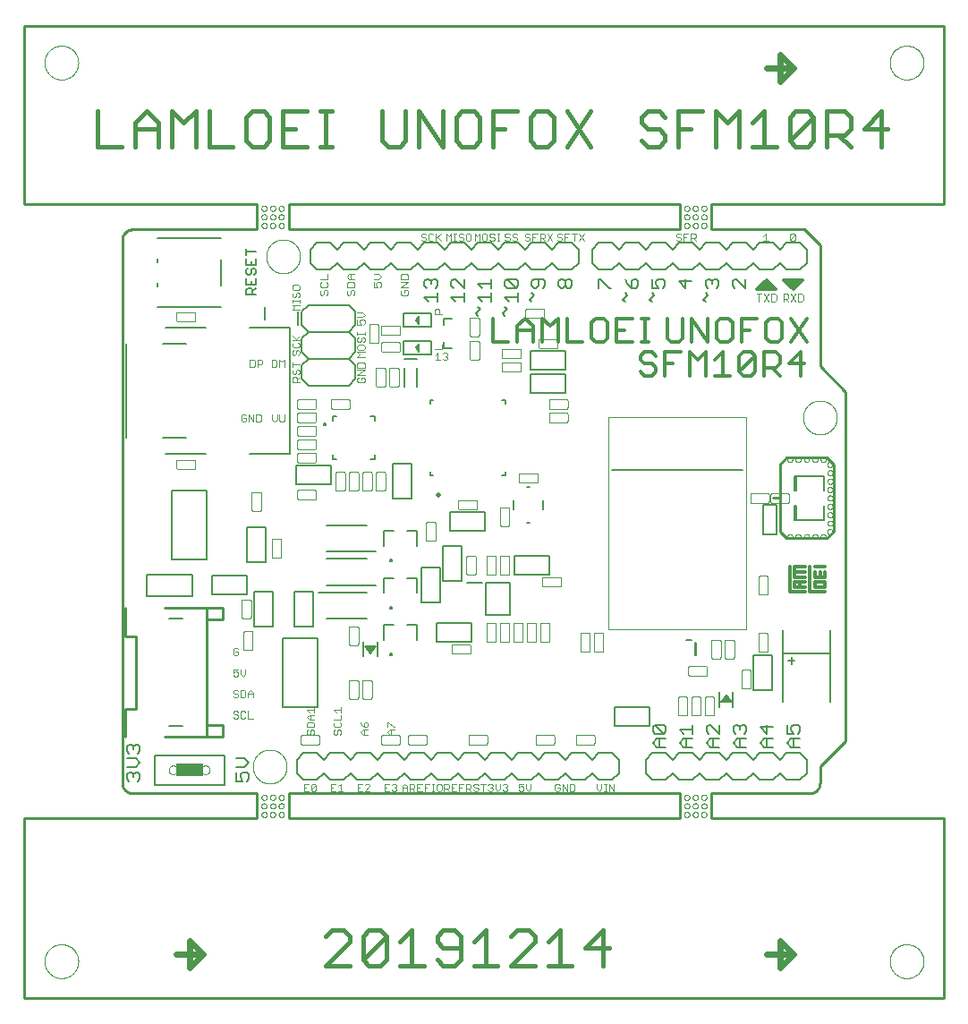
<source format=gto>
G75*
%MOIN*%
%OFA0B0*%
%FSLAX25Y25*%
%IPPOS*%
%LPD*%
%AMOC8*
5,1,8,0,0,1.08239X$1,22.5*
%
%ADD10C,0.01200*%
%ADD11C,0.00700*%
%ADD12C,0.00000*%
%ADD13C,0.00300*%
%ADD14C,0.01000*%
%ADD15C,0.00400*%
%ADD16C,0.00500*%
%ADD17C,0.01800*%
%ADD18C,0.02400*%
%ADD19C,0.00800*%
%ADD20C,0.00787*%
%ADD21R,0.10000X0.05000*%
%ADD22C,0.00394*%
%ADD23C,0.00600*%
%ADD24C,0.02000*%
D10*
X0232485Y0233380D02*
X0231017Y0234847D01*
X0232485Y0233380D02*
X0235421Y0233380D01*
X0236889Y0234847D01*
X0236889Y0236315D01*
X0235421Y0237783D01*
X0232485Y0237783D01*
X0231017Y0239251D01*
X0231017Y0240719D01*
X0232485Y0242187D01*
X0235421Y0242187D01*
X0236889Y0240719D01*
X0240225Y0242187D02*
X0246097Y0242187D01*
X0249433Y0242187D02*
X0252369Y0239251D01*
X0255305Y0242187D01*
X0255305Y0233380D01*
X0258641Y0233380D02*
X0264513Y0233380D01*
X0261577Y0233380D02*
X0261577Y0242187D01*
X0258641Y0239251D01*
X0260901Y0245880D02*
X0263837Y0245880D01*
X0265305Y0247347D01*
X0265305Y0253219D01*
X0263837Y0254687D01*
X0260901Y0254687D01*
X0259433Y0253219D01*
X0259433Y0247347D01*
X0260901Y0245880D01*
X0256097Y0245880D02*
X0256097Y0254687D01*
X0250225Y0254687D02*
X0250225Y0245880D01*
X0246889Y0247347D02*
X0246889Y0254687D01*
X0250225Y0254687D02*
X0256097Y0245880D01*
X0249433Y0242187D02*
X0249433Y0233380D01*
X0243161Y0237783D02*
X0240225Y0237783D01*
X0240225Y0233380D02*
X0240225Y0242187D01*
X0242485Y0245880D02*
X0241017Y0247347D01*
X0241017Y0254687D01*
X0234200Y0254687D02*
X0231264Y0254687D01*
X0232732Y0254687D02*
X0232732Y0245880D01*
X0231264Y0245880D02*
X0234200Y0245880D01*
X0227928Y0245880D02*
X0222057Y0245880D01*
X0222057Y0254687D01*
X0227928Y0254687D01*
X0224992Y0250283D02*
X0222057Y0250283D01*
X0218720Y0247347D02*
X0218720Y0253219D01*
X0217253Y0254687D01*
X0214317Y0254687D01*
X0212849Y0253219D01*
X0212849Y0247347D01*
X0214317Y0245880D01*
X0217253Y0245880D01*
X0218720Y0247347D01*
X0209513Y0245880D02*
X0203641Y0245880D01*
X0203641Y0254687D01*
X0200305Y0254687D02*
X0197369Y0251751D01*
X0194433Y0254687D01*
X0194433Y0245880D01*
X0191097Y0245880D02*
X0191097Y0251751D01*
X0188161Y0254687D01*
X0185225Y0251751D01*
X0185225Y0245880D01*
X0181889Y0245880D02*
X0176017Y0245880D01*
X0176017Y0254687D01*
X0185225Y0250283D02*
X0191097Y0250283D01*
X0200305Y0254687D02*
X0200305Y0245880D01*
X0242485Y0245880D02*
X0245421Y0245880D01*
X0246889Y0247347D01*
X0268641Y0245880D02*
X0268641Y0254687D01*
X0274513Y0254687D01*
X0277849Y0253219D02*
X0277849Y0247347D01*
X0279317Y0245880D01*
X0282253Y0245880D01*
X0283720Y0247347D01*
X0283720Y0253219D01*
X0282253Y0254687D01*
X0279317Y0254687D01*
X0277849Y0253219D01*
X0271577Y0250283D02*
X0268641Y0250283D01*
X0269317Y0242187D02*
X0272253Y0242187D01*
X0273720Y0240719D01*
X0267849Y0234847D01*
X0269317Y0233380D01*
X0272253Y0233380D01*
X0273720Y0234847D01*
X0273720Y0240719D01*
X0277057Y0242187D02*
X0281460Y0242187D01*
X0282928Y0240719D01*
X0282928Y0237783D01*
X0281460Y0236315D01*
X0277057Y0236315D01*
X0277057Y0233380D02*
X0277057Y0242187D01*
X0279992Y0236315D02*
X0282928Y0233380D01*
X0286264Y0237783D02*
X0292136Y0237783D01*
X0290668Y0233380D02*
X0290668Y0242187D01*
X0286264Y0237783D01*
X0287057Y0245880D02*
X0292928Y0254687D01*
X0287057Y0254687D02*
X0292928Y0245880D01*
X0287949Y0265530D02*
X0291449Y0269030D01*
X0284449Y0269030D01*
X0287949Y0265530D01*
X0287949Y0266530D02*
X0286449Y0268030D01*
X0288449Y0268030D01*
X0287949Y0267530D02*
X0287949Y0267030D01*
X0287949Y0266530D02*
X0289949Y0268530D01*
X0285949Y0268530D01*
X0281417Y0265530D02*
X0277917Y0269030D01*
X0274417Y0265530D01*
X0281417Y0265530D01*
X0279917Y0266030D02*
X0276917Y0266030D01*
X0278417Y0267030D01*
X0277917Y0268030D02*
X0279917Y0266030D01*
X0277917Y0268030D02*
X0275917Y0266030D01*
X0269317Y0242187D02*
X0267849Y0240719D01*
X0267849Y0234847D01*
X0286667Y0162155D02*
X0286667Y0152780D01*
X0292292Y0152780D01*
X0292292Y0154655D02*
X0290417Y0154655D01*
X0290417Y0156530D01*
X0292292Y0156530D01*
X0292292Y0158405D02*
X0288542Y0158405D01*
X0288542Y0160280D01*
X0288542Y0162155D01*
X0292292Y0162155D01*
X0294167Y0162155D02*
X0294167Y0152780D01*
X0299792Y0152780D01*
X0299792Y0154655D02*
X0296042Y0154655D01*
X0296042Y0156530D01*
X0299792Y0156530D01*
X0299792Y0154655D01*
X0299792Y0158405D02*
X0296042Y0158405D01*
X0296042Y0160280D01*
X0296042Y0162155D02*
X0299792Y0162155D01*
X0299792Y0160280D02*
X0299792Y0158405D01*
X0297917Y0159030D02*
X0297917Y0160280D01*
X0292292Y0160280D02*
X0288542Y0160280D01*
X0288542Y0156530D02*
X0290417Y0156530D01*
X0288542Y0156530D02*
X0288542Y0154655D01*
X0290417Y0154655D01*
D11*
X0284167Y0138636D02*
X0284167Y0130024D01*
X0301667Y0130024D01*
X0301667Y0138636D01*
X0301667Y0130024D02*
X0301667Y0111923D01*
X0290505Y0102488D02*
X0290505Y0100853D01*
X0289687Y0100036D01*
X0288053Y0100036D02*
X0287235Y0101671D01*
X0287235Y0102488D01*
X0288053Y0103305D01*
X0289687Y0103305D01*
X0290505Y0102488D01*
X0288053Y0100036D02*
X0285601Y0100036D01*
X0285601Y0103305D01*
X0280505Y0102488D02*
X0275601Y0102488D01*
X0278053Y0100036D01*
X0278053Y0103305D01*
X0278053Y0098149D02*
X0278053Y0094880D01*
X0277235Y0094880D02*
X0275601Y0096514D01*
X0277235Y0098149D01*
X0280505Y0098149D01*
X0280505Y0094880D02*
X0277235Y0094880D01*
X0270505Y0094880D02*
X0267235Y0094880D01*
X0265601Y0096514D01*
X0267235Y0098149D01*
X0270505Y0098149D01*
X0269687Y0100036D02*
X0270505Y0100853D01*
X0270505Y0102488D01*
X0269687Y0103305D01*
X0268870Y0103305D01*
X0268053Y0102488D01*
X0268053Y0101671D01*
X0268053Y0102488D02*
X0267235Y0103305D01*
X0266418Y0103305D01*
X0265601Y0102488D01*
X0265601Y0100853D01*
X0266418Y0100036D01*
X0268053Y0098149D02*
X0268053Y0094880D01*
X0260505Y0094880D02*
X0257235Y0094880D01*
X0255601Y0096514D01*
X0257235Y0098149D01*
X0260505Y0098149D01*
X0260505Y0100036D02*
X0257235Y0103305D01*
X0256418Y0103305D01*
X0255601Y0102488D01*
X0255601Y0100853D01*
X0256418Y0100036D01*
X0258053Y0098149D02*
X0258053Y0094880D01*
X0260505Y0100036D02*
X0260505Y0103305D01*
X0250505Y0103305D02*
X0250505Y0100036D01*
X0250505Y0101671D02*
X0245601Y0101671D01*
X0247235Y0100036D01*
X0247235Y0098149D02*
X0250505Y0098149D01*
X0248053Y0098149D02*
X0248053Y0094880D01*
X0247235Y0094880D02*
X0245601Y0096514D01*
X0247235Y0098149D01*
X0247235Y0094880D02*
X0250505Y0094880D01*
X0240505Y0094880D02*
X0237235Y0094880D01*
X0235601Y0096514D01*
X0237235Y0098149D01*
X0240505Y0098149D01*
X0239687Y0100036D02*
X0236418Y0100036D01*
X0235601Y0100853D01*
X0235601Y0102488D01*
X0236418Y0103305D01*
X0239687Y0100036D01*
X0240505Y0100853D01*
X0240505Y0102488D01*
X0239687Y0103305D01*
X0236418Y0103305D01*
X0238053Y0098149D02*
X0238053Y0094880D01*
X0285601Y0096514D02*
X0287235Y0098149D01*
X0290505Y0098149D01*
X0288053Y0098149D02*
X0288053Y0094880D01*
X0287235Y0094880D02*
X0285601Y0096514D01*
X0287235Y0094880D02*
X0290505Y0094880D01*
X0284167Y0111923D02*
X0284167Y0130024D01*
X0286043Y0127224D02*
X0288543Y0127224D01*
X0287293Y0125974D02*
X0287293Y0128474D01*
X0180513Y0255660D02*
X0179696Y0256478D01*
X0181330Y0258112D01*
X0180513Y0258930D01*
X0182148Y0260817D02*
X0180513Y0262451D01*
X0185417Y0262451D01*
X0185417Y0260817D02*
X0185417Y0264086D01*
X0184600Y0265973D02*
X0181330Y0269243D01*
X0184600Y0269243D01*
X0185417Y0268425D01*
X0185417Y0266790D01*
X0184600Y0265973D01*
X0181330Y0265973D01*
X0180513Y0266790D01*
X0180513Y0268425D01*
X0181330Y0269243D01*
X0175417Y0269243D02*
X0175417Y0265973D01*
X0175417Y0267608D02*
X0170513Y0267608D01*
X0172148Y0265973D01*
X0175417Y0264086D02*
X0175417Y0260817D01*
X0175417Y0262451D02*
X0170513Y0262451D01*
X0172148Y0260817D01*
X0170513Y0258930D02*
X0171330Y0258112D01*
X0169696Y0256478D01*
X0170513Y0255660D01*
X0165417Y0260817D02*
X0165417Y0264086D01*
X0165417Y0262451D02*
X0160513Y0262451D01*
X0162148Y0260817D01*
X0161330Y0265973D02*
X0160513Y0266790D01*
X0160513Y0268425D01*
X0161330Y0269243D01*
X0162148Y0269243D01*
X0165417Y0265973D01*
X0165417Y0269243D01*
X0155417Y0268425D02*
X0155417Y0266790D01*
X0154600Y0265973D01*
X0155417Y0264086D02*
X0155417Y0260817D01*
X0155417Y0262451D02*
X0150513Y0262451D01*
X0152148Y0260817D01*
X0151330Y0265973D02*
X0150513Y0266790D01*
X0150513Y0268425D01*
X0151330Y0269243D01*
X0152148Y0269243D01*
X0152965Y0268425D01*
X0153783Y0269243D01*
X0154600Y0269243D01*
X0155417Y0268425D01*
X0152965Y0268425D02*
X0152965Y0267608D01*
X0189696Y0261634D02*
X0191330Y0263269D01*
X0190513Y0264086D01*
X0191330Y0265973D02*
X0192148Y0265973D01*
X0192965Y0266790D01*
X0192965Y0269243D01*
X0191330Y0269243D02*
X0190513Y0268425D01*
X0190513Y0266790D01*
X0191330Y0265973D01*
X0191330Y0269243D02*
X0194600Y0269243D01*
X0195417Y0268425D01*
X0195417Y0266790D01*
X0194600Y0265973D01*
X0189696Y0261634D02*
X0190513Y0260817D01*
X0200513Y0266790D02*
X0201330Y0265973D01*
X0202148Y0265973D01*
X0202965Y0266790D01*
X0202965Y0268425D01*
X0203783Y0269243D01*
X0204600Y0269243D01*
X0205417Y0268425D01*
X0205417Y0266790D01*
X0204600Y0265973D01*
X0203783Y0265973D01*
X0202965Y0266790D01*
X0202965Y0268425D02*
X0202148Y0269243D01*
X0201330Y0269243D01*
X0200513Y0268425D01*
X0200513Y0266790D01*
X0215263Y0265973D02*
X0215263Y0269243D01*
X0216080Y0269243D01*
X0219350Y0265973D01*
X0220167Y0265973D01*
X0224446Y0261634D02*
X0226080Y0263269D01*
X0225263Y0264086D01*
X0224446Y0261634D02*
X0225263Y0260817D01*
X0227715Y0265973D02*
X0227715Y0268425D01*
X0228533Y0269243D01*
X0229350Y0269243D01*
X0230167Y0268425D01*
X0230167Y0266790D01*
X0229350Y0265973D01*
X0227715Y0265973D01*
X0226080Y0267608D01*
X0225263Y0269243D01*
X0234446Y0261634D02*
X0236080Y0263269D01*
X0235263Y0264086D01*
X0235263Y0265973D02*
X0237715Y0265973D01*
X0236898Y0267608D01*
X0236898Y0268425D01*
X0237715Y0269243D01*
X0239350Y0269243D01*
X0240167Y0268425D01*
X0240167Y0266790D01*
X0239350Y0265973D01*
X0235263Y0265973D02*
X0235263Y0269243D01*
X0234446Y0261634D02*
X0235263Y0260817D01*
X0245263Y0268425D02*
X0247715Y0265973D01*
X0247715Y0269243D01*
X0250167Y0268425D02*
X0245263Y0268425D01*
X0255263Y0268425D02*
X0256080Y0269243D01*
X0256898Y0269243D01*
X0257715Y0268425D01*
X0258533Y0269243D01*
X0259350Y0269243D01*
X0260167Y0268425D01*
X0260167Y0266790D01*
X0259350Y0265973D01*
X0257715Y0267608D02*
X0257715Y0268425D01*
X0255263Y0268425D02*
X0255263Y0266790D01*
X0256080Y0265973D01*
X0255263Y0264086D02*
X0256080Y0263269D01*
X0254446Y0261634D01*
X0255263Y0260817D01*
X0265263Y0266790D02*
X0266080Y0265973D01*
X0265263Y0266790D02*
X0265263Y0268425D01*
X0266080Y0269243D01*
X0266898Y0269243D01*
X0270167Y0265973D01*
X0270167Y0269243D01*
X0085192Y0089171D02*
X0083558Y0087536D01*
X0080288Y0087536D01*
X0080288Y0085649D02*
X0080288Y0082380D01*
X0082740Y0082380D01*
X0081923Y0084014D01*
X0081923Y0084832D01*
X0082740Y0085649D01*
X0084375Y0085649D01*
X0085192Y0084832D01*
X0085192Y0083197D01*
X0084375Y0082380D01*
X0085192Y0089171D02*
X0083558Y0090805D01*
X0080288Y0090805D01*
X0044567Y0089171D02*
X0042933Y0087536D01*
X0039663Y0087536D01*
X0040480Y0085649D02*
X0041298Y0085649D01*
X0042115Y0084832D01*
X0042933Y0085649D01*
X0043750Y0085649D01*
X0044567Y0084832D01*
X0044567Y0083197D01*
X0043750Y0082380D01*
X0042115Y0084014D02*
X0042115Y0084832D01*
X0040480Y0085649D02*
X0039663Y0084832D01*
X0039663Y0083197D01*
X0040480Y0082380D01*
X0044567Y0089171D02*
X0042933Y0090805D01*
X0039663Y0090805D01*
X0040480Y0092692D02*
X0039663Y0093510D01*
X0039663Y0095144D01*
X0040480Y0095962D01*
X0041298Y0095962D01*
X0042115Y0095144D01*
X0042933Y0095962D01*
X0043750Y0095962D01*
X0044567Y0095144D01*
X0044567Y0093510D01*
X0043750Y0092692D01*
X0042115Y0094327D02*
X0042115Y0095144D01*
D12*
X0055317Y0086530D02*
X0055319Y0086610D01*
X0055325Y0086689D01*
X0055335Y0086768D01*
X0055349Y0086847D01*
X0055366Y0086925D01*
X0055388Y0087002D01*
X0055413Y0087077D01*
X0055443Y0087151D01*
X0055475Y0087224D01*
X0055512Y0087295D01*
X0055552Y0087364D01*
X0055595Y0087431D01*
X0055642Y0087496D01*
X0055691Y0087558D01*
X0055744Y0087618D01*
X0055800Y0087675D01*
X0055858Y0087730D01*
X0055919Y0087781D01*
X0055983Y0087829D01*
X0056049Y0087874D01*
X0056117Y0087916D01*
X0056187Y0087954D01*
X0056259Y0087988D01*
X0056332Y0088019D01*
X0056407Y0088047D01*
X0056484Y0088070D01*
X0056561Y0088090D01*
X0056639Y0088106D01*
X0056718Y0088118D01*
X0056797Y0088126D01*
X0056877Y0088130D01*
X0056957Y0088130D01*
X0057037Y0088126D01*
X0057116Y0088118D01*
X0057195Y0088106D01*
X0057273Y0088090D01*
X0057350Y0088070D01*
X0057427Y0088047D01*
X0057502Y0088019D01*
X0057575Y0087988D01*
X0057647Y0087954D01*
X0057717Y0087916D01*
X0057785Y0087874D01*
X0057851Y0087829D01*
X0057915Y0087781D01*
X0057976Y0087730D01*
X0058034Y0087675D01*
X0058090Y0087618D01*
X0058143Y0087558D01*
X0058192Y0087496D01*
X0058239Y0087431D01*
X0058282Y0087364D01*
X0058322Y0087295D01*
X0058359Y0087224D01*
X0058391Y0087151D01*
X0058421Y0087077D01*
X0058446Y0087002D01*
X0058468Y0086925D01*
X0058485Y0086847D01*
X0058499Y0086768D01*
X0058509Y0086689D01*
X0058515Y0086610D01*
X0058517Y0086530D01*
X0058515Y0086450D01*
X0058509Y0086371D01*
X0058499Y0086292D01*
X0058485Y0086213D01*
X0058468Y0086135D01*
X0058446Y0086058D01*
X0058421Y0085983D01*
X0058391Y0085909D01*
X0058359Y0085836D01*
X0058322Y0085765D01*
X0058282Y0085696D01*
X0058239Y0085629D01*
X0058192Y0085564D01*
X0058143Y0085502D01*
X0058090Y0085442D01*
X0058034Y0085385D01*
X0057976Y0085330D01*
X0057915Y0085279D01*
X0057851Y0085231D01*
X0057785Y0085186D01*
X0057717Y0085144D01*
X0057647Y0085106D01*
X0057575Y0085072D01*
X0057502Y0085041D01*
X0057427Y0085013D01*
X0057350Y0084990D01*
X0057273Y0084970D01*
X0057195Y0084954D01*
X0057116Y0084942D01*
X0057037Y0084934D01*
X0056957Y0084930D01*
X0056877Y0084930D01*
X0056797Y0084934D01*
X0056718Y0084942D01*
X0056639Y0084954D01*
X0056561Y0084970D01*
X0056484Y0084990D01*
X0056407Y0085013D01*
X0056332Y0085041D01*
X0056259Y0085072D01*
X0056187Y0085106D01*
X0056117Y0085144D01*
X0056049Y0085186D01*
X0055983Y0085231D01*
X0055919Y0085279D01*
X0055858Y0085330D01*
X0055800Y0085385D01*
X0055744Y0085442D01*
X0055691Y0085502D01*
X0055642Y0085564D01*
X0055595Y0085629D01*
X0055552Y0085696D01*
X0055512Y0085765D01*
X0055475Y0085836D01*
X0055443Y0085909D01*
X0055413Y0085983D01*
X0055388Y0086058D01*
X0055366Y0086135D01*
X0055349Y0086213D01*
X0055335Y0086292D01*
X0055325Y0086371D01*
X0055319Y0086450D01*
X0055317Y0086530D01*
X0067317Y0086530D02*
X0067319Y0086610D01*
X0067325Y0086689D01*
X0067335Y0086768D01*
X0067349Y0086847D01*
X0067366Y0086925D01*
X0067388Y0087002D01*
X0067413Y0087077D01*
X0067443Y0087151D01*
X0067475Y0087224D01*
X0067512Y0087295D01*
X0067552Y0087364D01*
X0067595Y0087431D01*
X0067642Y0087496D01*
X0067691Y0087558D01*
X0067744Y0087618D01*
X0067800Y0087675D01*
X0067858Y0087730D01*
X0067919Y0087781D01*
X0067983Y0087829D01*
X0068049Y0087874D01*
X0068117Y0087916D01*
X0068187Y0087954D01*
X0068259Y0087988D01*
X0068332Y0088019D01*
X0068407Y0088047D01*
X0068484Y0088070D01*
X0068561Y0088090D01*
X0068639Y0088106D01*
X0068718Y0088118D01*
X0068797Y0088126D01*
X0068877Y0088130D01*
X0068957Y0088130D01*
X0069037Y0088126D01*
X0069116Y0088118D01*
X0069195Y0088106D01*
X0069273Y0088090D01*
X0069350Y0088070D01*
X0069427Y0088047D01*
X0069502Y0088019D01*
X0069575Y0087988D01*
X0069647Y0087954D01*
X0069717Y0087916D01*
X0069785Y0087874D01*
X0069851Y0087829D01*
X0069915Y0087781D01*
X0069976Y0087730D01*
X0070034Y0087675D01*
X0070090Y0087618D01*
X0070143Y0087558D01*
X0070192Y0087496D01*
X0070239Y0087431D01*
X0070282Y0087364D01*
X0070322Y0087295D01*
X0070359Y0087224D01*
X0070391Y0087151D01*
X0070421Y0087077D01*
X0070446Y0087002D01*
X0070468Y0086925D01*
X0070485Y0086847D01*
X0070499Y0086768D01*
X0070509Y0086689D01*
X0070515Y0086610D01*
X0070517Y0086530D01*
X0070515Y0086450D01*
X0070509Y0086371D01*
X0070499Y0086292D01*
X0070485Y0086213D01*
X0070468Y0086135D01*
X0070446Y0086058D01*
X0070421Y0085983D01*
X0070391Y0085909D01*
X0070359Y0085836D01*
X0070322Y0085765D01*
X0070282Y0085696D01*
X0070239Y0085629D01*
X0070192Y0085564D01*
X0070143Y0085502D01*
X0070090Y0085442D01*
X0070034Y0085385D01*
X0069976Y0085330D01*
X0069915Y0085279D01*
X0069851Y0085231D01*
X0069785Y0085186D01*
X0069717Y0085144D01*
X0069647Y0085106D01*
X0069575Y0085072D01*
X0069502Y0085041D01*
X0069427Y0085013D01*
X0069350Y0084990D01*
X0069273Y0084970D01*
X0069195Y0084954D01*
X0069116Y0084942D01*
X0069037Y0084934D01*
X0068957Y0084930D01*
X0068877Y0084930D01*
X0068797Y0084934D01*
X0068718Y0084942D01*
X0068639Y0084954D01*
X0068561Y0084970D01*
X0068484Y0084990D01*
X0068407Y0085013D01*
X0068332Y0085041D01*
X0068259Y0085072D01*
X0068187Y0085106D01*
X0068117Y0085144D01*
X0068049Y0085186D01*
X0067983Y0085231D01*
X0067919Y0085279D01*
X0067858Y0085330D01*
X0067800Y0085385D01*
X0067744Y0085442D01*
X0067691Y0085502D01*
X0067642Y0085564D01*
X0067595Y0085629D01*
X0067552Y0085696D01*
X0067512Y0085765D01*
X0067475Y0085836D01*
X0067443Y0085909D01*
X0067413Y0085983D01*
X0067388Y0086058D01*
X0067366Y0086135D01*
X0067349Y0086213D01*
X0067335Y0086292D01*
X0067325Y0086371D01*
X0067319Y0086450D01*
X0067317Y0086530D01*
X0086618Y0087780D02*
X0086620Y0087938D01*
X0086626Y0088096D01*
X0086636Y0088254D01*
X0086650Y0088412D01*
X0086668Y0088569D01*
X0086689Y0088726D01*
X0086715Y0088882D01*
X0086745Y0089038D01*
X0086778Y0089193D01*
X0086816Y0089346D01*
X0086857Y0089499D01*
X0086902Y0089651D01*
X0086951Y0089802D01*
X0087004Y0089951D01*
X0087060Y0090099D01*
X0087120Y0090245D01*
X0087184Y0090390D01*
X0087252Y0090533D01*
X0087323Y0090675D01*
X0087397Y0090815D01*
X0087475Y0090952D01*
X0087557Y0091088D01*
X0087641Y0091222D01*
X0087730Y0091353D01*
X0087821Y0091482D01*
X0087916Y0091609D01*
X0088013Y0091734D01*
X0088114Y0091856D01*
X0088218Y0091975D01*
X0088325Y0092092D01*
X0088435Y0092206D01*
X0088548Y0092317D01*
X0088663Y0092426D01*
X0088781Y0092531D01*
X0088902Y0092633D01*
X0089025Y0092733D01*
X0089151Y0092829D01*
X0089279Y0092922D01*
X0089409Y0093012D01*
X0089542Y0093098D01*
X0089677Y0093182D01*
X0089813Y0093261D01*
X0089952Y0093338D01*
X0090093Y0093410D01*
X0090235Y0093480D01*
X0090379Y0093545D01*
X0090525Y0093607D01*
X0090672Y0093665D01*
X0090821Y0093720D01*
X0090971Y0093771D01*
X0091122Y0093818D01*
X0091274Y0093861D01*
X0091427Y0093900D01*
X0091582Y0093936D01*
X0091737Y0093967D01*
X0091893Y0093995D01*
X0092049Y0094019D01*
X0092206Y0094039D01*
X0092364Y0094055D01*
X0092521Y0094067D01*
X0092680Y0094075D01*
X0092838Y0094079D01*
X0092996Y0094079D01*
X0093154Y0094075D01*
X0093313Y0094067D01*
X0093470Y0094055D01*
X0093628Y0094039D01*
X0093785Y0094019D01*
X0093941Y0093995D01*
X0094097Y0093967D01*
X0094252Y0093936D01*
X0094407Y0093900D01*
X0094560Y0093861D01*
X0094712Y0093818D01*
X0094863Y0093771D01*
X0095013Y0093720D01*
X0095162Y0093665D01*
X0095309Y0093607D01*
X0095455Y0093545D01*
X0095599Y0093480D01*
X0095741Y0093410D01*
X0095882Y0093338D01*
X0096021Y0093261D01*
X0096157Y0093182D01*
X0096292Y0093098D01*
X0096425Y0093012D01*
X0096555Y0092922D01*
X0096683Y0092829D01*
X0096809Y0092733D01*
X0096932Y0092633D01*
X0097053Y0092531D01*
X0097171Y0092426D01*
X0097286Y0092317D01*
X0097399Y0092206D01*
X0097509Y0092092D01*
X0097616Y0091975D01*
X0097720Y0091856D01*
X0097821Y0091734D01*
X0097918Y0091609D01*
X0098013Y0091482D01*
X0098104Y0091353D01*
X0098193Y0091222D01*
X0098277Y0091088D01*
X0098359Y0090952D01*
X0098437Y0090815D01*
X0098511Y0090675D01*
X0098582Y0090533D01*
X0098650Y0090390D01*
X0098714Y0090245D01*
X0098774Y0090099D01*
X0098830Y0089951D01*
X0098883Y0089802D01*
X0098932Y0089651D01*
X0098977Y0089499D01*
X0099018Y0089346D01*
X0099056Y0089193D01*
X0099089Y0089038D01*
X0099119Y0088882D01*
X0099145Y0088726D01*
X0099166Y0088569D01*
X0099184Y0088412D01*
X0099198Y0088254D01*
X0099208Y0088096D01*
X0099214Y0087938D01*
X0099216Y0087780D01*
X0099214Y0087622D01*
X0099208Y0087464D01*
X0099198Y0087306D01*
X0099184Y0087148D01*
X0099166Y0086991D01*
X0099145Y0086834D01*
X0099119Y0086678D01*
X0099089Y0086522D01*
X0099056Y0086367D01*
X0099018Y0086214D01*
X0098977Y0086061D01*
X0098932Y0085909D01*
X0098883Y0085758D01*
X0098830Y0085609D01*
X0098774Y0085461D01*
X0098714Y0085315D01*
X0098650Y0085170D01*
X0098582Y0085027D01*
X0098511Y0084885D01*
X0098437Y0084745D01*
X0098359Y0084608D01*
X0098277Y0084472D01*
X0098193Y0084338D01*
X0098104Y0084207D01*
X0098013Y0084078D01*
X0097918Y0083951D01*
X0097821Y0083826D01*
X0097720Y0083704D01*
X0097616Y0083585D01*
X0097509Y0083468D01*
X0097399Y0083354D01*
X0097286Y0083243D01*
X0097171Y0083134D01*
X0097053Y0083029D01*
X0096932Y0082927D01*
X0096809Y0082827D01*
X0096683Y0082731D01*
X0096555Y0082638D01*
X0096425Y0082548D01*
X0096292Y0082462D01*
X0096157Y0082378D01*
X0096021Y0082299D01*
X0095882Y0082222D01*
X0095741Y0082150D01*
X0095599Y0082080D01*
X0095455Y0082015D01*
X0095309Y0081953D01*
X0095162Y0081895D01*
X0095013Y0081840D01*
X0094863Y0081789D01*
X0094712Y0081742D01*
X0094560Y0081699D01*
X0094407Y0081660D01*
X0094252Y0081624D01*
X0094097Y0081593D01*
X0093941Y0081565D01*
X0093785Y0081541D01*
X0093628Y0081521D01*
X0093470Y0081505D01*
X0093313Y0081493D01*
X0093154Y0081485D01*
X0092996Y0081481D01*
X0092838Y0081481D01*
X0092680Y0081485D01*
X0092521Y0081493D01*
X0092364Y0081505D01*
X0092206Y0081521D01*
X0092049Y0081541D01*
X0091893Y0081565D01*
X0091737Y0081593D01*
X0091582Y0081624D01*
X0091427Y0081660D01*
X0091274Y0081699D01*
X0091122Y0081742D01*
X0090971Y0081789D01*
X0090821Y0081840D01*
X0090672Y0081895D01*
X0090525Y0081953D01*
X0090379Y0082015D01*
X0090235Y0082080D01*
X0090093Y0082150D01*
X0089952Y0082222D01*
X0089813Y0082299D01*
X0089677Y0082378D01*
X0089542Y0082462D01*
X0089409Y0082548D01*
X0089279Y0082638D01*
X0089151Y0082731D01*
X0089025Y0082827D01*
X0088902Y0082927D01*
X0088781Y0083029D01*
X0088663Y0083134D01*
X0088548Y0083243D01*
X0088435Y0083354D01*
X0088325Y0083468D01*
X0088218Y0083585D01*
X0088114Y0083704D01*
X0088013Y0083826D01*
X0087916Y0083951D01*
X0087821Y0084078D01*
X0087730Y0084207D01*
X0087641Y0084338D01*
X0087557Y0084472D01*
X0087475Y0084608D01*
X0087397Y0084745D01*
X0087323Y0084885D01*
X0087252Y0085027D01*
X0087184Y0085170D01*
X0087120Y0085315D01*
X0087060Y0085461D01*
X0087004Y0085609D01*
X0086951Y0085758D01*
X0086902Y0085909D01*
X0086857Y0086061D01*
X0086816Y0086214D01*
X0086778Y0086367D01*
X0086745Y0086522D01*
X0086715Y0086678D01*
X0086689Y0086834D01*
X0086668Y0086991D01*
X0086650Y0087148D01*
X0086636Y0087306D01*
X0086626Y0087464D01*
X0086620Y0087622D01*
X0086618Y0087780D01*
X0089837Y0076303D02*
X0089839Y0076365D01*
X0089845Y0076428D01*
X0089855Y0076489D01*
X0089869Y0076550D01*
X0089886Y0076610D01*
X0089907Y0076669D01*
X0089933Y0076726D01*
X0089961Y0076781D01*
X0089993Y0076835D01*
X0090029Y0076886D01*
X0090067Y0076936D01*
X0090109Y0076982D01*
X0090153Y0077026D01*
X0090201Y0077067D01*
X0090250Y0077105D01*
X0090302Y0077139D01*
X0090356Y0077170D01*
X0090412Y0077198D01*
X0090470Y0077222D01*
X0090529Y0077243D01*
X0090589Y0077259D01*
X0090650Y0077272D01*
X0090712Y0077281D01*
X0090774Y0077286D01*
X0090837Y0077287D01*
X0090899Y0077284D01*
X0090961Y0077277D01*
X0091023Y0077266D01*
X0091083Y0077251D01*
X0091143Y0077233D01*
X0091201Y0077211D01*
X0091258Y0077185D01*
X0091313Y0077155D01*
X0091366Y0077122D01*
X0091417Y0077086D01*
X0091465Y0077047D01*
X0091511Y0077004D01*
X0091554Y0076959D01*
X0091594Y0076911D01*
X0091631Y0076861D01*
X0091665Y0076808D01*
X0091696Y0076754D01*
X0091722Y0076698D01*
X0091746Y0076640D01*
X0091765Y0076580D01*
X0091781Y0076520D01*
X0091793Y0076458D01*
X0091801Y0076397D01*
X0091805Y0076334D01*
X0091805Y0076272D01*
X0091801Y0076209D01*
X0091793Y0076148D01*
X0091781Y0076086D01*
X0091765Y0076026D01*
X0091746Y0075966D01*
X0091722Y0075908D01*
X0091696Y0075852D01*
X0091665Y0075798D01*
X0091631Y0075745D01*
X0091594Y0075695D01*
X0091554Y0075647D01*
X0091511Y0075602D01*
X0091465Y0075559D01*
X0091417Y0075520D01*
X0091366Y0075484D01*
X0091313Y0075451D01*
X0091258Y0075421D01*
X0091201Y0075395D01*
X0091143Y0075373D01*
X0091083Y0075355D01*
X0091023Y0075340D01*
X0090961Y0075329D01*
X0090899Y0075322D01*
X0090837Y0075319D01*
X0090774Y0075320D01*
X0090712Y0075325D01*
X0090650Y0075334D01*
X0090589Y0075347D01*
X0090529Y0075363D01*
X0090470Y0075384D01*
X0090412Y0075408D01*
X0090356Y0075436D01*
X0090302Y0075467D01*
X0090250Y0075501D01*
X0090201Y0075539D01*
X0090153Y0075580D01*
X0090109Y0075624D01*
X0090067Y0075670D01*
X0090029Y0075720D01*
X0089993Y0075771D01*
X0089961Y0075825D01*
X0089933Y0075880D01*
X0089907Y0075937D01*
X0089886Y0075996D01*
X0089869Y0076056D01*
X0089855Y0076117D01*
X0089845Y0076178D01*
X0089839Y0076241D01*
X0089837Y0076303D01*
X0089837Y0073104D02*
X0089839Y0073166D01*
X0089845Y0073229D01*
X0089855Y0073290D01*
X0089869Y0073351D01*
X0089886Y0073411D01*
X0089907Y0073470D01*
X0089933Y0073527D01*
X0089961Y0073582D01*
X0089993Y0073636D01*
X0090029Y0073687D01*
X0090067Y0073737D01*
X0090109Y0073783D01*
X0090153Y0073827D01*
X0090201Y0073868D01*
X0090250Y0073906D01*
X0090302Y0073940D01*
X0090356Y0073971D01*
X0090412Y0073999D01*
X0090470Y0074023D01*
X0090529Y0074044D01*
X0090589Y0074060D01*
X0090650Y0074073D01*
X0090712Y0074082D01*
X0090774Y0074087D01*
X0090837Y0074088D01*
X0090899Y0074085D01*
X0090961Y0074078D01*
X0091023Y0074067D01*
X0091083Y0074052D01*
X0091143Y0074034D01*
X0091201Y0074012D01*
X0091258Y0073986D01*
X0091313Y0073956D01*
X0091366Y0073923D01*
X0091417Y0073887D01*
X0091465Y0073848D01*
X0091511Y0073805D01*
X0091554Y0073760D01*
X0091594Y0073712D01*
X0091631Y0073662D01*
X0091665Y0073609D01*
X0091696Y0073555D01*
X0091722Y0073499D01*
X0091746Y0073441D01*
X0091765Y0073381D01*
X0091781Y0073321D01*
X0091793Y0073259D01*
X0091801Y0073198D01*
X0091805Y0073135D01*
X0091805Y0073073D01*
X0091801Y0073010D01*
X0091793Y0072949D01*
X0091781Y0072887D01*
X0091765Y0072827D01*
X0091746Y0072767D01*
X0091722Y0072709D01*
X0091696Y0072653D01*
X0091665Y0072599D01*
X0091631Y0072546D01*
X0091594Y0072496D01*
X0091554Y0072448D01*
X0091511Y0072403D01*
X0091465Y0072360D01*
X0091417Y0072321D01*
X0091366Y0072285D01*
X0091313Y0072252D01*
X0091258Y0072222D01*
X0091201Y0072196D01*
X0091143Y0072174D01*
X0091083Y0072156D01*
X0091023Y0072141D01*
X0090961Y0072130D01*
X0090899Y0072123D01*
X0090837Y0072120D01*
X0090774Y0072121D01*
X0090712Y0072126D01*
X0090650Y0072135D01*
X0090589Y0072148D01*
X0090529Y0072164D01*
X0090470Y0072185D01*
X0090412Y0072209D01*
X0090356Y0072237D01*
X0090302Y0072268D01*
X0090250Y0072302D01*
X0090201Y0072340D01*
X0090153Y0072381D01*
X0090109Y0072425D01*
X0090067Y0072471D01*
X0090029Y0072521D01*
X0089993Y0072572D01*
X0089961Y0072626D01*
X0089933Y0072681D01*
X0089907Y0072738D01*
X0089886Y0072797D01*
X0089869Y0072857D01*
X0089855Y0072918D01*
X0089845Y0072979D01*
X0089839Y0073042D01*
X0089837Y0073104D01*
X0089837Y0069906D02*
X0089839Y0069968D01*
X0089845Y0070031D01*
X0089855Y0070092D01*
X0089869Y0070153D01*
X0089886Y0070213D01*
X0089907Y0070272D01*
X0089933Y0070329D01*
X0089961Y0070384D01*
X0089993Y0070438D01*
X0090029Y0070489D01*
X0090067Y0070539D01*
X0090109Y0070585D01*
X0090153Y0070629D01*
X0090201Y0070670D01*
X0090250Y0070708D01*
X0090302Y0070742D01*
X0090356Y0070773D01*
X0090412Y0070801D01*
X0090470Y0070825D01*
X0090529Y0070846D01*
X0090589Y0070862D01*
X0090650Y0070875D01*
X0090712Y0070884D01*
X0090774Y0070889D01*
X0090837Y0070890D01*
X0090899Y0070887D01*
X0090961Y0070880D01*
X0091023Y0070869D01*
X0091083Y0070854D01*
X0091143Y0070836D01*
X0091201Y0070814D01*
X0091258Y0070788D01*
X0091313Y0070758D01*
X0091366Y0070725D01*
X0091417Y0070689D01*
X0091465Y0070650D01*
X0091511Y0070607D01*
X0091554Y0070562D01*
X0091594Y0070514D01*
X0091631Y0070464D01*
X0091665Y0070411D01*
X0091696Y0070357D01*
X0091722Y0070301D01*
X0091746Y0070243D01*
X0091765Y0070183D01*
X0091781Y0070123D01*
X0091793Y0070061D01*
X0091801Y0070000D01*
X0091805Y0069937D01*
X0091805Y0069875D01*
X0091801Y0069812D01*
X0091793Y0069751D01*
X0091781Y0069689D01*
X0091765Y0069629D01*
X0091746Y0069569D01*
X0091722Y0069511D01*
X0091696Y0069455D01*
X0091665Y0069401D01*
X0091631Y0069348D01*
X0091594Y0069298D01*
X0091554Y0069250D01*
X0091511Y0069205D01*
X0091465Y0069162D01*
X0091417Y0069123D01*
X0091366Y0069087D01*
X0091313Y0069054D01*
X0091258Y0069024D01*
X0091201Y0068998D01*
X0091143Y0068976D01*
X0091083Y0068958D01*
X0091023Y0068943D01*
X0090961Y0068932D01*
X0090899Y0068925D01*
X0090837Y0068922D01*
X0090774Y0068923D01*
X0090712Y0068928D01*
X0090650Y0068937D01*
X0090589Y0068950D01*
X0090529Y0068966D01*
X0090470Y0068987D01*
X0090412Y0069011D01*
X0090356Y0069039D01*
X0090302Y0069070D01*
X0090250Y0069104D01*
X0090201Y0069142D01*
X0090153Y0069183D01*
X0090109Y0069227D01*
X0090067Y0069273D01*
X0090029Y0069323D01*
X0089993Y0069374D01*
X0089961Y0069428D01*
X0089933Y0069483D01*
X0089907Y0069540D01*
X0089886Y0069599D01*
X0089869Y0069659D01*
X0089855Y0069720D01*
X0089845Y0069781D01*
X0089839Y0069844D01*
X0089837Y0069906D01*
X0093036Y0069906D02*
X0093038Y0069968D01*
X0093044Y0070031D01*
X0093054Y0070092D01*
X0093068Y0070153D01*
X0093085Y0070213D01*
X0093106Y0070272D01*
X0093132Y0070329D01*
X0093160Y0070384D01*
X0093192Y0070438D01*
X0093228Y0070489D01*
X0093266Y0070539D01*
X0093308Y0070585D01*
X0093352Y0070629D01*
X0093400Y0070670D01*
X0093449Y0070708D01*
X0093501Y0070742D01*
X0093555Y0070773D01*
X0093611Y0070801D01*
X0093669Y0070825D01*
X0093728Y0070846D01*
X0093788Y0070862D01*
X0093849Y0070875D01*
X0093911Y0070884D01*
X0093973Y0070889D01*
X0094036Y0070890D01*
X0094098Y0070887D01*
X0094160Y0070880D01*
X0094222Y0070869D01*
X0094282Y0070854D01*
X0094342Y0070836D01*
X0094400Y0070814D01*
X0094457Y0070788D01*
X0094512Y0070758D01*
X0094565Y0070725D01*
X0094616Y0070689D01*
X0094664Y0070650D01*
X0094710Y0070607D01*
X0094753Y0070562D01*
X0094793Y0070514D01*
X0094830Y0070464D01*
X0094864Y0070411D01*
X0094895Y0070357D01*
X0094921Y0070301D01*
X0094945Y0070243D01*
X0094964Y0070183D01*
X0094980Y0070123D01*
X0094992Y0070061D01*
X0095000Y0070000D01*
X0095004Y0069937D01*
X0095004Y0069875D01*
X0095000Y0069812D01*
X0094992Y0069751D01*
X0094980Y0069689D01*
X0094964Y0069629D01*
X0094945Y0069569D01*
X0094921Y0069511D01*
X0094895Y0069455D01*
X0094864Y0069401D01*
X0094830Y0069348D01*
X0094793Y0069298D01*
X0094753Y0069250D01*
X0094710Y0069205D01*
X0094664Y0069162D01*
X0094616Y0069123D01*
X0094565Y0069087D01*
X0094512Y0069054D01*
X0094457Y0069024D01*
X0094400Y0068998D01*
X0094342Y0068976D01*
X0094282Y0068958D01*
X0094222Y0068943D01*
X0094160Y0068932D01*
X0094098Y0068925D01*
X0094036Y0068922D01*
X0093973Y0068923D01*
X0093911Y0068928D01*
X0093849Y0068937D01*
X0093788Y0068950D01*
X0093728Y0068966D01*
X0093669Y0068987D01*
X0093611Y0069011D01*
X0093555Y0069039D01*
X0093501Y0069070D01*
X0093449Y0069104D01*
X0093400Y0069142D01*
X0093352Y0069183D01*
X0093308Y0069227D01*
X0093266Y0069273D01*
X0093228Y0069323D01*
X0093192Y0069374D01*
X0093160Y0069428D01*
X0093132Y0069483D01*
X0093106Y0069540D01*
X0093085Y0069599D01*
X0093068Y0069659D01*
X0093054Y0069720D01*
X0093044Y0069781D01*
X0093038Y0069844D01*
X0093036Y0069906D01*
X0093036Y0073104D02*
X0093038Y0073166D01*
X0093044Y0073229D01*
X0093054Y0073290D01*
X0093068Y0073351D01*
X0093085Y0073411D01*
X0093106Y0073470D01*
X0093132Y0073527D01*
X0093160Y0073582D01*
X0093192Y0073636D01*
X0093228Y0073687D01*
X0093266Y0073737D01*
X0093308Y0073783D01*
X0093352Y0073827D01*
X0093400Y0073868D01*
X0093449Y0073906D01*
X0093501Y0073940D01*
X0093555Y0073971D01*
X0093611Y0073999D01*
X0093669Y0074023D01*
X0093728Y0074044D01*
X0093788Y0074060D01*
X0093849Y0074073D01*
X0093911Y0074082D01*
X0093973Y0074087D01*
X0094036Y0074088D01*
X0094098Y0074085D01*
X0094160Y0074078D01*
X0094222Y0074067D01*
X0094282Y0074052D01*
X0094342Y0074034D01*
X0094400Y0074012D01*
X0094457Y0073986D01*
X0094512Y0073956D01*
X0094565Y0073923D01*
X0094616Y0073887D01*
X0094664Y0073848D01*
X0094710Y0073805D01*
X0094753Y0073760D01*
X0094793Y0073712D01*
X0094830Y0073662D01*
X0094864Y0073609D01*
X0094895Y0073555D01*
X0094921Y0073499D01*
X0094945Y0073441D01*
X0094964Y0073381D01*
X0094980Y0073321D01*
X0094992Y0073259D01*
X0095000Y0073198D01*
X0095004Y0073135D01*
X0095004Y0073073D01*
X0095000Y0073010D01*
X0094992Y0072949D01*
X0094980Y0072887D01*
X0094964Y0072827D01*
X0094945Y0072767D01*
X0094921Y0072709D01*
X0094895Y0072653D01*
X0094864Y0072599D01*
X0094830Y0072546D01*
X0094793Y0072496D01*
X0094753Y0072448D01*
X0094710Y0072403D01*
X0094664Y0072360D01*
X0094616Y0072321D01*
X0094565Y0072285D01*
X0094512Y0072252D01*
X0094457Y0072222D01*
X0094400Y0072196D01*
X0094342Y0072174D01*
X0094282Y0072156D01*
X0094222Y0072141D01*
X0094160Y0072130D01*
X0094098Y0072123D01*
X0094036Y0072120D01*
X0093973Y0072121D01*
X0093911Y0072126D01*
X0093849Y0072135D01*
X0093788Y0072148D01*
X0093728Y0072164D01*
X0093669Y0072185D01*
X0093611Y0072209D01*
X0093555Y0072237D01*
X0093501Y0072268D01*
X0093449Y0072302D01*
X0093400Y0072340D01*
X0093352Y0072381D01*
X0093308Y0072425D01*
X0093266Y0072471D01*
X0093228Y0072521D01*
X0093192Y0072572D01*
X0093160Y0072626D01*
X0093132Y0072681D01*
X0093106Y0072738D01*
X0093085Y0072797D01*
X0093068Y0072857D01*
X0093054Y0072918D01*
X0093044Y0072979D01*
X0093038Y0073042D01*
X0093036Y0073104D01*
X0093036Y0076303D02*
X0093038Y0076365D01*
X0093044Y0076428D01*
X0093054Y0076489D01*
X0093068Y0076550D01*
X0093085Y0076610D01*
X0093106Y0076669D01*
X0093132Y0076726D01*
X0093160Y0076781D01*
X0093192Y0076835D01*
X0093228Y0076886D01*
X0093266Y0076936D01*
X0093308Y0076982D01*
X0093352Y0077026D01*
X0093400Y0077067D01*
X0093449Y0077105D01*
X0093501Y0077139D01*
X0093555Y0077170D01*
X0093611Y0077198D01*
X0093669Y0077222D01*
X0093728Y0077243D01*
X0093788Y0077259D01*
X0093849Y0077272D01*
X0093911Y0077281D01*
X0093973Y0077286D01*
X0094036Y0077287D01*
X0094098Y0077284D01*
X0094160Y0077277D01*
X0094222Y0077266D01*
X0094282Y0077251D01*
X0094342Y0077233D01*
X0094400Y0077211D01*
X0094457Y0077185D01*
X0094512Y0077155D01*
X0094565Y0077122D01*
X0094616Y0077086D01*
X0094664Y0077047D01*
X0094710Y0077004D01*
X0094753Y0076959D01*
X0094793Y0076911D01*
X0094830Y0076861D01*
X0094864Y0076808D01*
X0094895Y0076754D01*
X0094921Y0076698D01*
X0094945Y0076640D01*
X0094964Y0076580D01*
X0094980Y0076520D01*
X0094992Y0076458D01*
X0095000Y0076397D01*
X0095004Y0076334D01*
X0095004Y0076272D01*
X0095000Y0076209D01*
X0094992Y0076148D01*
X0094980Y0076086D01*
X0094964Y0076026D01*
X0094945Y0075966D01*
X0094921Y0075908D01*
X0094895Y0075852D01*
X0094864Y0075798D01*
X0094830Y0075745D01*
X0094793Y0075695D01*
X0094753Y0075647D01*
X0094710Y0075602D01*
X0094664Y0075559D01*
X0094616Y0075520D01*
X0094565Y0075484D01*
X0094512Y0075451D01*
X0094457Y0075421D01*
X0094400Y0075395D01*
X0094342Y0075373D01*
X0094282Y0075355D01*
X0094222Y0075340D01*
X0094160Y0075329D01*
X0094098Y0075322D01*
X0094036Y0075319D01*
X0093973Y0075320D01*
X0093911Y0075325D01*
X0093849Y0075334D01*
X0093788Y0075347D01*
X0093728Y0075363D01*
X0093669Y0075384D01*
X0093611Y0075408D01*
X0093555Y0075436D01*
X0093501Y0075467D01*
X0093449Y0075501D01*
X0093400Y0075539D01*
X0093352Y0075580D01*
X0093308Y0075624D01*
X0093266Y0075670D01*
X0093228Y0075720D01*
X0093192Y0075771D01*
X0093160Y0075825D01*
X0093132Y0075880D01*
X0093106Y0075937D01*
X0093085Y0075996D01*
X0093068Y0076056D01*
X0093054Y0076117D01*
X0093044Y0076178D01*
X0093038Y0076241D01*
X0093036Y0076303D01*
X0096235Y0076303D02*
X0096237Y0076365D01*
X0096243Y0076428D01*
X0096253Y0076489D01*
X0096267Y0076550D01*
X0096284Y0076610D01*
X0096305Y0076669D01*
X0096331Y0076726D01*
X0096359Y0076781D01*
X0096391Y0076835D01*
X0096427Y0076886D01*
X0096465Y0076936D01*
X0096507Y0076982D01*
X0096551Y0077026D01*
X0096599Y0077067D01*
X0096648Y0077105D01*
X0096700Y0077139D01*
X0096754Y0077170D01*
X0096810Y0077198D01*
X0096868Y0077222D01*
X0096927Y0077243D01*
X0096987Y0077259D01*
X0097048Y0077272D01*
X0097110Y0077281D01*
X0097172Y0077286D01*
X0097235Y0077287D01*
X0097297Y0077284D01*
X0097359Y0077277D01*
X0097421Y0077266D01*
X0097481Y0077251D01*
X0097541Y0077233D01*
X0097599Y0077211D01*
X0097656Y0077185D01*
X0097711Y0077155D01*
X0097764Y0077122D01*
X0097815Y0077086D01*
X0097863Y0077047D01*
X0097909Y0077004D01*
X0097952Y0076959D01*
X0097992Y0076911D01*
X0098029Y0076861D01*
X0098063Y0076808D01*
X0098094Y0076754D01*
X0098120Y0076698D01*
X0098144Y0076640D01*
X0098163Y0076580D01*
X0098179Y0076520D01*
X0098191Y0076458D01*
X0098199Y0076397D01*
X0098203Y0076334D01*
X0098203Y0076272D01*
X0098199Y0076209D01*
X0098191Y0076148D01*
X0098179Y0076086D01*
X0098163Y0076026D01*
X0098144Y0075966D01*
X0098120Y0075908D01*
X0098094Y0075852D01*
X0098063Y0075798D01*
X0098029Y0075745D01*
X0097992Y0075695D01*
X0097952Y0075647D01*
X0097909Y0075602D01*
X0097863Y0075559D01*
X0097815Y0075520D01*
X0097764Y0075484D01*
X0097711Y0075451D01*
X0097656Y0075421D01*
X0097599Y0075395D01*
X0097541Y0075373D01*
X0097481Y0075355D01*
X0097421Y0075340D01*
X0097359Y0075329D01*
X0097297Y0075322D01*
X0097235Y0075319D01*
X0097172Y0075320D01*
X0097110Y0075325D01*
X0097048Y0075334D01*
X0096987Y0075347D01*
X0096927Y0075363D01*
X0096868Y0075384D01*
X0096810Y0075408D01*
X0096754Y0075436D01*
X0096700Y0075467D01*
X0096648Y0075501D01*
X0096599Y0075539D01*
X0096551Y0075580D01*
X0096507Y0075624D01*
X0096465Y0075670D01*
X0096427Y0075720D01*
X0096391Y0075771D01*
X0096359Y0075825D01*
X0096331Y0075880D01*
X0096305Y0075937D01*
X0096284Y0075996D01*
X0096267Y0076056D01*
X0096253Y0076117D01*
X0096243Y0076178D01*
X0096237Y0076241D01*
X0096235Y0076303D01*
X0096235Y0073104D02*
X0096237Y0073166D01*
X0096243Y0073229D01*
X0096253Y0073290D01*
X0096267Y0073351D01*
X0096284Y0073411D01*
X0096305Y0073470D01*
X0096331Y0073527D01*
X0096359Y0073582D01*
X0096391Y0073636D01*
X0096427Y0073687D01*
X0096465Y0073737D01*
X0096507Y0073783D01*
X0096551Y0073827D01*
X0096599Y0073868D01*
X0096648Y0073906D01*
X0096700Y0073940D01*
X0096754Y0073971D01*
X0096810Y0073999D01*
X0096868Y0074023D01*
X0096927Y0074044D01*
X0096987Y0074060D01*
X0097048Y0074073D01*
X0097110Y0074082D01*
X0097172Y0074087D01*
X0097235Y0074088D01*
X0097297Y0074085D01*
X0097359Y0074078D01*
X0097421Y0074067D01*
X0097481Y0074052D01*
X0097541Y0074034D01*
X0097599Y0074012D01*
X0097656Y0073986D01*
X0097711Y0073956D01*
X0097764Y0073923D01*
X0097815Y0073887D01*
X0097863Y0073848D01*
X0097909Y0073805D01*
X0097952Y0073760D01*
X0097992Y0073712D01*
X0098029Y0073662D01*
X0098063Y0073609D01*
X0098094Y0073555D01*
X0098120Y0073499D01*
X0098144Y0073441D01*
X0098163Y0073381D01*
X0098179Y0073321D01*
X0098191Y0073259D01*
X0098199Y0073198D01*
X0098203Y0073135D01*
X0098203Y0073073D01*
X0098199Y0073010D01*
X0098191Y0072949D01*
X0098179Y0072887D01*
X0098163Y0072827D01*
X0098144Y0072767D01*
X0098120Y0072709D01*
X0098094Y0072653D01*
X0098063Y0072599D01*
X0098029Y0072546D01*
X0097992Y0072496D01*
X0097952Y0072448D01*
X0097909Y0072403D01*
X0097863Y0072360D01*
X0097815Y0072321D01*
X0097764Y0072285D01*
X0097711Y0072252D01*
X0097656Y0072222D01*
X0097599Y0072196D01*
X0097541Y0072174D01*
X0097481Y0072156D01*
X0097421Y0072141D01*
X0097359Y0072130D01*
X0097297Y0072123D01*
X0097235Y0072120D01*
X0097172Y0072121D01*
X0097110Y0072126D01*
X0097048Y0072135D01*
X0096987Y0072148D01*
X0096927Y0072164D01*
X0096868Y0072185D01*
X0096810Y0072209D01*
X0096754Y0072237D01*
X0096700Y0072268D01*
X0096648Y0072302D01*
X0096599Y0072340D01*
X0096551Y0072381D01*
X0096507Y0072425D01*
X0096465Y0072471D01*
X0096427Y0072521D01*
X0096391Y0072572D01*
X0096359Y0072626D01*
X0096331Y0072681D01*
X0096305Y0072738D01*
X0096284Y0072797D01*
X0096267Y0072857D01*
X0096253Y0072918D01*
X0096243Y0072979D01*
X0096237Y0073042D01*
X0096235Y0073104D01*
X0096235Y0069906D02*
X0096237Y0069968D01*
X0096243Y0070031D01*
X0096253Y0070092D01*
X0096267Y0070153D01*
X0096284Y0070213D01*
X0096305Y0070272D01*
X0096331Y0070329D01*
X0096359Y0070384D01*
X0096391Y0070438D01*
X0096427Y0070489D01*
X0096465Y0070539D01*
X0096507Y0070585D01*
X0096551Y0070629D01*
X0096599Y0070670D01*
X0096648Y0070708D01*
X0096700Y0070742D01*
X0096754Y0070773D01*
X0096810Y0070801D01*
X0096868Y0070825D01*
X0096927Y0070846D01*
X0096987Y0070862D01*
X0097048Y0070875D01*
X0097110Y0070884D01*
X0097172Y0070889D01*
X0097235Y0070890D01*
X0097297Y0070887D01*
X0097359Y0070880D01*
X0097421Y0070869D01*
X0097481Y0070854D01*
X0097541Y0070836D01*
X0097599Y0070814D01*
X0097656Y0070788D01*
X0097711Y0070758D01*
X0097764Y0070725D01*
X0097815Y0070689D01*
X0097863Y0070650D01*
X0097909Y0070607D01*
X0097952Y0070562D01*
X0097992Y0070514D01*
X0098029Y0070464D01*
X0098063Y0070411D01*
X0098094Y0070357D01*
X0098120Y0070301D01*
X0098144Y0070243D01*
X0098163Y0070183D01*
X0098179Y0070123D01*
X0098191Y0070061D01*
X0098199Y0070000D01*
X0098203Y0069937D01*
X0098203Y0069875D01*
X0098199Y0069812D01*
X0098191Y0069751D01*
X0098179Y0069689D01*
X0098163Y0069629D01*
X0098144Y0069569D01*
X0098120Y0069511D01*
X0098094Y0069455D01*
X0098063Y0069401D01*
X0098029Y0069348D01*
X0097992Y0069298D01*
X0097952Y0069250D01*
X0097909Y0069205D01*
X0097863Y0069162D01*
X0097815Y0069123D01*
X0097764Y0069087D01*
X0097711Y0069054D01*
X0097656Y0069024D01*
X0097599Y0068998D01*
X0097541Y0068976D01*
X0097481Y0068958D01*
X0097421Y0068943D01*
X0097359Y0068932D01*
X0097297Y0068925D01*
X0097235Y0068922D01*
X0097172Y0068923D01*
X0097110Y0068928D01*
X0097048Y0068937D01*
X0096987Y0068950D01*
X0096927Y0068966D01*
X0096868Y0068987D01*
X0096810Y0069011D01*
X0096754Y0069039D01*
X0096700Y0069070D01*
X0096648Y0069104D01*
X0096599Y0069142D01*
X0096551Y0069183D01*
X0096507Y0069227D01*
X0096465Y0069273D01*
X0096427Y0069323D01*
X0096391Y0069374D01*
X0096359Y0069428D01*
X0096331Y0069483D01*
X0096305Y0069540D01*
X0096284Y0069599D01*
X0096267Y0069659D01*
X0096253Y0069720D01*
X0096243Y0069781D01*
X0096237Y0069844D01*
X0096235Y0069906D01*
X0008981Y0015280D02*
X0008983Y0015438D01*
X0008989Y0015596D01*
X0008999Y0015754D01*
X0009013Y0015912D01*
X0009031Y0016069D01*
X0009052Y0016226D01*
X0009078Y0016382D01*
X0009108Y0016538D01*
X0009141Y0016693D01*
X0009179Y0016846D01*
X0009220Y0016999D01*
X0009265Y0017151D01*
X0009314Y0017302D01*
X0009367Y0017451D01*
X0009423Y0017599D01*
X0009483Y0017745D01*
X0009547Y0017890D01*
X0009615Y0018033D01*
X0009686Y0018175D01*
X0009760Y0018315D01*
X0009838Y0018452D01*
X0009920Y0018588D01*
X0010004Y0018722D01*
X0010093Y0018853D01*
X0010184Y0018982D01*
X0010279Y0019109D01*
X0010376Y0019234D01*
X0010477Y0019356D01*
X0010581Y0019475D01*
X0010688Y0019592D01*
X0010798Y0019706D01*
X0010911Y0019817D01*
X0011026Y0019926D01*
X0011144Y0020031D01*
X0011265Y0020133D01*
X0011388Y0020233D01*
X0011514Y0020329D01*
X0011642Y0020422D01*
X0011772Y0020512D01*
X0011905Y0020598D01*
X0012040Y0020682D01*
X0012176Y0020761D01*
X0012315Y0020838D01*
X0012456Y0020910D01*
X0012598Y0020980D01*
X0012742Y0021045D01*
X0012888Y0021107D01*
X0013035Y0021165D01*
X0013184Y0021220D01*
X0013334Y0021271D01*
X0013485Y0021318D01*
X0013637Y0021361D01*
X0013790Y0021400D01*
X0013945Y0021436D01*
X0014100Y0021467D01*
X0014256Y0021495D01*
X0014412Y0021519D01*
X0014569Y0021539D01*
X0014727Y0021555D01*
X0014884Y0021567D01*
X0015043Y0021575D01*
X0015201Y0021579D01*
X0015359Y0021579D01*
X0015517Y0021575D01*
X0015676Y0021567D01*
X0015833Y0021555D01*
X0015991Y0021539D01*
X0016148Y0021519D01*
X0016304Y0021495D01*
X0016460Y0021467D01*
X0016615Y0021436D01*
X0016770Y0021400D01*
X0016923Y0021361D01*
X0017075Y0021318D01*
X0017226Y0021271D01*
X0017376Y0021220D01*
X0017525Y0021165D01*
X0017672Y0021107D01*
X0017818Y0021045D01*
X0017962Y0020980D01*
X0018104Y0020910D01*
X0018245Y0020838D01*
X0018384Y0020761D01*
X0018520Y0020682D01*
X0018655Y0020598D01*
X0018788Y0020512D01*
X0018918Y0020422D01*
X0019046Y0020329D01*
X0019172Y0020233D01*
X0019295Y0020133D01*
X0019416Y0020031D01*
X0019534Y0019926D01*
X0019649Y0019817D01*
X0019762Y0019706D01*
X0019872Y0019592D01*
X0019979Y0019475D01*
X0020083Y0019356D01*
X0020184Y0019234D01*
X0020281Y0019109D01*
X0020376Y0018982D01*
X0020467Y0018853D01*
X0020556Y0018722D01*
X0020640Y0018588D01*
X0020722Y0018452D01*
X0020800Y0018315D01*
X0020874Y0018175D01*
X0020945Y0018033D01*
X0021013Y0017890D01*
X0021077Y0017745D01*
X0021137Y0017599D01*
X0021193Y0017451D01*
X0021246Y0017302D01*
X0021295Y0017151D01*
X0021340Y0016999D01*
X0021381Y0016846D01*
X0021419Y0016693D01*
X0021452Y0016538D01*
X0021482Y0016382D01*
X0021508Y0016226D01*
X0021529Y0016069D01*
X0021547Y0015912D01*
X0021561Y0015754D01*
X0021571Y0015596D01*
X0021577Y0015438D01*
X0021579Y0015280D01*
X0021577Y0015122D01*
X0021571Y0014964D01*
X0021561Y0014806D01*
X0021547Y0014648D01*
X0021529Y0014491D01*
X0021508Y0014334D01*
X0021482Y0014178D01*
X0021452Y0014022D01*
X0021419Y0013867D01*
X0021381Y0013714D01*
X0021340Y0013561D01*
X0021295Y0013409D01*
X0021246Y0013258D01*
X0021193Y0013109D01*
X0021137Y0012961D01*
X0021077Y0012815D01*
X0021013Y0012670D01*
X0020945Y0012527D01*
X0020874Y0012385D01*
X0020800Y0012245D01*
X0020722Y0012108D01*
X0020640Y0011972D01*
X0020556Y0011838D01*
X0020467Y0011707D01*
X0020376Y0011578D01*
X0020281Y0011451D01*
X0020184Y0011326D01*
X0020083Y0011204D01*
X0019979Y0011085D01*
X0019872Y0010968D01*
X0019762Y0010854D01*
X0019649Y0010743D01*
X0019534Y0010634D01*
X0019416Y0010529D01*
X0019295Y0010427D01*
X0019172Y0010327D01*
X0019046Y0010231D01*
X0018918Y0010138D01*
X0018788Y0010048D01*
X0018655Y0009962D01*
X0018520Y0009878D01*
X0018384Y0009799D01*
X0018245Y0009722D01*
X0018104Y0009650D01*
X0017962Y0009580D01*
X0017818Y0009515D01*
X0017672Y0009453D01*
X0017525Y0009395D01*
X0017376Y0009340D01*
X0017226Y0009289D01*
X0017075Y0009242D01*
X0016923Y0009199D01*
X0016770Y0009160D01*
X0016615Y0009124D01*
X0016460Y0009093D01*
X0016304Y0009065D01*
X0016148Y0009041D01*
X0015991Y0009021D01*
X0015833Y0009005D01*
X0015676Y0008993D01*
X0015517Y0008985D01*
X0015359Y0008981D01*
X0015201Y0008981D01*
X0015043Y0008985D01*
X0014884Y0008993D01*
X0014727Y0009005D01*
X0014569Y0009021D01*
X0014412Y0009041D01*
X0014256Y0009065D01*
X0014100Y0009093D01*
X0013945Y0009124D01*
X0013790Y0009160D01*
X0013637Y0009199D01*
X0013485Y0009242D01*
X0013334Y0009289D01*
X0013184Y0009340D01*
X0013035Y0009395D01*
X0012888Y0009453D01*
X0012742Y0009515D01*
X0012598Y0009580D01*
X0012456Y0009650D01*
X0012315Y0009722D01*
X0012176Y0009799D01*
X0012040Y0009878D01*
X0011905Y0009962D01*
X0011772Y0010048D01*
X0011642Y0010138D01*
X0011514Y0010231D01*
X0011388Y0010327D01*
X0011265Y0010427D01*
X0011144Y0010529D01*
X0011026Y0010634D01*
X0010911Y0010743D01*
X0010798Y0010854D01*
X0010688Y0010968D01*
X0010581Y0011085D01*
X0010477Y0011204D01*
X0010376Y0011326D01*
X0010279Y0011451D01*
X0010184Y0011578D01*
X0010093Y0011707D01*
X0010004Y0011838D01*
X0009920Y0011972D01*
X0009838Y0012108D01*
X0009760Y0012245D01*
X0009686Y0012385D01*
X0009615Y0012527D01*
X0009547Y0012670D01*
X0009483Y0012815D01*
X0009423Y0012961D01*
X0009367Y0013109D01*
X0009314Y0013258D01*
X0009265Y0013409D01*
X0009220Y0013561D01*
X0009179Y0013714D01*
X0009141Y0013867D01*
X0009108Y0014022D01*
X0009078Y0014178D01*
X0009052Y0014334D01*
X0009031Y0014491D01*
X0009013Y0014648D01*
X0008999Y0014806D01*
X0008989Y0014964D01*
X0008983Y0015122D01*
X0008981Y0015280D01*
X0247317Y0069906D02*
X0247319Y0069968D01*
X0247325Y0070031D01*
X0247335Y0070092D01*
X0247349Y0070153D01*
X0247366Y0070213D01*
X0247387Y0070272D01*
X0247413Y0070329D01*
X0247441Y0070384D01*
X0247473Y0070438D01*
X0247509Y0070489D01*
X0247547Y0070539D01*
X0247589Y0070585D01*
X0247633Y0070629D01*
X0247681Y0070670D01*
X0247730Y0070708D01*
X0247782Y0070742D01*
X0247836Y0070773D01*
X0247892Y0070801D01*
X0247950Y0070825D01*
X0248009Y0070846D01*
X0248069Y0070862D01*
X0248130Y0070875D01*
X0248192Y0070884D01*
X0248254Y0070889D01*
X0248317Y0070890D01*
X0248379Y0070887D01*
X0248441Y0070880D01*
X0248503Y0070869D01*
X0248563Y0070854D01*
X0248623Y0070836D01*
X0248681Y0070814D01*
X0248738Y0070788D01*
X0248793Y0070758D01*
X0248846Y0070725D01*
X0248897Y0070689D01*
X0248945Y0070650D01*
X0248991Y0070607D01*
X0249034Y0070562D01*
X0249074Y0070514D01*
X0249111Y0070464D01*
X0249145Y0070411D01*
X0249176Y0070357D01*
X0249202Y0070301D01*
X0249226Y0070243D01*
X0249245Y0070183D01*
X0249261Y0070123D01*
X0249273Y0070061D01*
X0249281Y0070000D01*
X0249285Y0069937D01*
X0249285Y0069875D01*
X0249281Y0069812D01*
X0249273Y0069751D01*
X0249261Y0069689D01*
X0249245Y0069629D01*
X0249226Y0069569D01*
X0249202Y0069511D01*
X0249176Y0069455D01*
X0249145Y0069401D01*
X0249111Y0069348D01*
X0249074Y0069298D01*
X0249034Y0069250D01*
X0248991Y0069205D01*
X0248945Y0069162D01*
X0248897Y0069123D01*
X0248846Y0069087D01*
X0248793Y0069054D01*
X0248738Y0069024D01*
X0248681Y0068998D01*
X0248623Y0068976D01*
X0248563Y0068958D01*
X0248503Y0068943D01*
X0248441Y0068932D01*
X0248379Y0068925D01*
X0248317Y0068922D01*
X0248254Y0068923D01*
X0248192Y0068928D01*
X0248130Y0068937D01*
X0248069Y0068950D01*
X0248009Y0068966D01*
X0247950Y0068987D01*
X0247892Y0069011D01*
X0247836Y0069039D01*
X0247782Y0069070D01*
X0247730Y0069104D01*
X0247681Y0069142D01*
X0247633Y0069183D01*
X0247589Y0069227D01*
X0247547Y0069273D01*
X0247509Y0069323D01*
X0247473Y0069374D01*
X0247441Y0069428D01*
X0247413Y0069483D01*
X0247387Y0069540D01*
X0247366Y0069599D01*
X0247349Y0069659D01*
X0247335Y0069720D01*
X0247325Y0069781D01*
X0247319Y0069844D01*
X0247317Y0069906D01*
X0247317Y0073104D02*
X0247319Y0073166D01*
X0247325Y0073229D01*
X0247335Y0073290D01*
X0247349Y0073351D01*
X0247366Y0073411D01*
X0247387Y0073470D01*
X0247413Y0073527D01*
X0247441Y0073582D01*
X0247473Y0073636D01*
X0247509Y0073687D01*
X0247547Y0073737D01*
X0247589Y0073783D01*
X0247633Y0073827D01*
X0247681Y0073868D01*
X0247730Y0073906D01*
X0247782Y0073940D01*
X0247836Y0073971D01*
X0247892Y0073999D01*
X0247950Y0074023D01*
X0248009Y0074044D01*
X0248069Y0074060D01*
X0248130Y0074073D01*
X0248192Y0074082D01*
X0248254Y0074087D01*
X0248317Y0074088D01*
X0248379Y0074085D01*
X0248441Y0074078D01*
X0248503Y0074067D01*
X0248563Y0074052D01*
X0248623Y0074034D01*
X0248681Y0074012D01*
X0248738Y0073986D01*
X0248793Y0073956D01*
X0248846Y0073923D01*
X0248897Y0073887D01*
X0248945Y0073848D01*
X0248991Y0073805D01*
X0249034Y0073760D01*
X0249074Y0073712D01*
X0249111Y0073662D01*
X0249145Y0073609D01*
X0249176Y0073555D01*
X0249202Y0073499D01*
X0249226Y0073441D01*
X0249245Y0073381D01*
X0249261Y0073321D01*
X0249273Y0073259D01*
X0249281Y0073198D01*
X0249285Y0073135D01*
X0249285Y0073073D01*
X0249281Y0073010D01*
X0249273Y0072949D01*
X0249261Y0072887D01*
X0249245Y0072827D01*
X0249226Y0072767D01*
X0249202Y0072709D01*
X0249176Y0072653D01*
X0249145Y0072599D01*
X0249111Y0072546D01*
X0249074Y0072496D01*
X0249034Y0072448D01*
X0248991Y0072403D01*
X0248945Y0072360D01*
X0248897Y0072321D01*
X0248846Y0072285D01*
X0248793Y0072252D01*
X0248738Y0072222D01*
X0248681Y0072196D01*
X0248623Y0072174D01*
X0248563Y0072156D01*
X0248503Y0072141D01*
X0248441Y0072130D01*
X0248379Y0072123D01*
X0248317Y0072120D01*
X0248254Y0072121D01*
X0248192Y0072126D01*
X0248130Y0072135D01*
X0248069Y0072148D01*
X0248009Y0072164D01*
X0247950Y0072185D01*
X0247892Y0072209D01*
X0247836Y0072237D01*
X0247782Y0072268D01*
X0247730Y0072302D01*
X0247681Y0072340D01*
X0247633Y0072381D01*
X0247589Y0072425D01*
X0247547Y0072471D01*
X0247509Y0072521D01*
X0247473Y0072572D01*
X0247441Y0072626D01*
X0247413Y0072681D01*
X0247387Y0072738D01*
X0247366Y0072797D01*
X0247349Y0072857D01*
X0247335Y0072918D01*
X0247325Y0072979D01*
X0247319Y0073042D01*
X0247317Y0073104D01*
X0247317Y0076303D02*
X0247319Y0076365D01*
X0247325Y0076428D01*
X0247335Y0076489D01*
X0247349Y0076550D01*
X0247366Y0076610D01*
X0247387Y0076669D01*
X0247413Y0076726D01*
X0247441Y0076781D01*
X0247473Y0076835D01*
X0247509Y0076886D01*
X0247547Y0076936D01*
X0247589Y0076982D01*
X0247633Y0077026D01*
X0247681Y0077067D01*
X0247730Y0077105D01*
X0247782Y0077139D01*
X0247836Y0077170D01*
X0247892Y0077198D01*
X0247950Y0077222D01*
X0248009Y0077243D01*
X0248069Y0077259D01*
X0248130Y0077272D01*
X0248192Y0077281D01*
X0248254Y0077286D01*
X0248317Y0077287D01*
X0248379Y0077284D01*
X0248441Y0077277D01*
X0248503Y0077266D01*
X0248563Y0077251D01*
X0248623Y0077233D01*
X0248681Y0077211D01*
X0248738Y0077185D01*
X0248793Y0077155D01*
X0248846Y0077122D01*
X0248897Y0077086D01*
X0248945Y0077047D01*
X0248991Y0077004D01*
X0249034Y0076959D01*
X0249074Y0076911D01*
X0249111Y0076861D01*
X0249145Y0076808D01*
X0249176Y0076754D01*
X0249202Y0076698D01*
X0249226Y0076640D01*
X0249245Y0076580D01*
X0249261Y0076520D01*
X0249273Y0076458D01*
X0249281Y0076397D01*
X0249285Y0076334D01*
X0249285Y0076272D01*
X0249281Y0076209D01*
X0249273Y0076148D01*
X0249261Y0076086D01*
X0249245Y0076026D01*
X0249226Y0075966D01*
X0249202Y0075908D01*
X0249176Y0075852D01*
X0249145Y0075798D01*
X0249111Y0075745D01*
X0249074Y0075695D01*
X0249034Y0075647D01*
X0248991Y0075602D01*
X0248945Y0075559D01*
X0248897Y0075520D01*
X0248846Y0075484D01*
X0248793Y0075451D01*
X0248738Y0075421D01*
X0248681Y0075395D01*
X0248623Y0075373D01*
X0248563Y0075355D01*
X0248503Y0075340D01*
X0248441Y0075329D01*
X0248379Y0075322D01*
X0248317Y0075319D01*
X0248254Y0075320D01*
X0248192Y0075325D01*
X0248130Y0075334D01*
X0248069Y0075347D01*
X0248009Y0075363D01*
X0247950Y0075384D01*
X0247892Y0075408D01*
X0247836Y0075436D01*
X0247782Y0075467D01*
X0247730Y0075501D01*
X0247681Y0075539D01*
X0247633Y0075580D01*
X0247589Y0075624D01*
X0247547Y0075670D01*
X0247509Y0075720D01*
X0247473Y0075771D01*
X0247441Y0075825D01*
X0247413Y0075880D01*
X0247387Y0075937D01*
X0247366Y0075996D01*
X0247349Y0076056D01*
X0247335Y0076117D01*
X0247325Y0076178D01*
X0247319Y0076241D01*
X0247317Y0076303D01*
X0250516Y0076303D02*
X0250518Y0076365D01*
X0250524Y0076428D01*
X0250534Y0076489D01*
X0250548Y0076550D01*
X0250565Y0076610D01*
X0250586Y0076669D01*
X0250612Y0076726D01*
X0250640Y0076781D01*
X0250672Y0076835D01*
X0250708Y0076886D01*
X0250746Y0076936D01*
X0250788Y0076982D01*
X0250832Y0077026D01*
X0250880Y0077067D01*
X0250929Y0077105D01*
X0250981Y0077139D01*
X0251035Y0077170D01*
X0251091Y0077198D01*
X0251149Y0077222D01*
X0251208Y0077243D01*
X0251268Y0077259D01*
X0251329Y0077272D01*
X0251391Y0077281D01*
X0251453Y0077286D01*
X0251516Y0077287D01*
X0251578Y0077284D01*
X0251640Y0077277D01*
X0251702Y0077266D01*
X0251762Y0077251D01*
X0251822Y0077233D01*
X0251880Y0077211D01*
X0251937Y0077185D01*
X0251992Y0077155D01*
X0252045Y0077122D01*
X0252096Y0077086D01*
X0252144Y0077047D01*
X0252190Y0077004D01*
X0252233Y0076959D01*
X0252273Y0076911D01*
X0252310Y0076861D01*
X0252344Y0076808D01*
X0252375Y0076754D01*
X0252401Y0076698D01*
X0252425Y0076640D01*
X0252444Y0076580D01*
X0252460Y0076520D01*
X0252472Y0076458D01*
X0252480Y0076397D01*
X0252484Y0076334D01*
X0252484Y0076272D01*
X0252480Y0076209D01*
X0252472Y0076148D01*
X0252460Y0076086D01*
X0252444Y0076026D01*
X0252425Y0075966D01*
X0252401Y0075908D01*
X0252375Y0075852D01*
X0252344Y0075798D01*
X0252310Y0075745D01*
X0252273Y0075695D01*
X0252233Y0075647D01*
X0252190Y0075602D01*
X0252144Y0075559D01*
X0252096Y0075520D01*
X0252045Y0075484D01*
X0251992Y0075451D01*
X0251937Y0075421D01*
X0251880Y0075395D01*
X0251822Y0075373D01*
X0251762Y0075355D01*
X0251702Y0075340D01*
X0251640Y0075329D01*
X0251578Y0075322D01*
X0251516Y0075319D01*
X0251453Y0075320D01*
X0251391Y0075325D01*
X0251329Y0075334D01*
X0251268Y0075347D01*
X0251208Y0075363D01*
X0251149Y0075384D01*
X0251091Y0075408D01*
X0251035Y0075436D01*
X0250981Y0075467D01*
X0250929Y0075501D01*
X0250880Y0075539D01*
X0250832Y0075580D01*
X0250788Y0075624D01*
X0250746Y0075670D01*
X0250708Y0075720D01*
X0250672Y0075771D01*
X0250640Y0075825D01*
X0250612Y0075880D01*
X0250586Y0075937D01*
X0250565Y0075996D01*
X0250548Y0076056D01*
X0250534Y0076117D01*
X0250524Y0076178D01*
X0250518Y0076241D01*
X0250516Y0076303D01*
X0250516Y0073104D02*
X0250518Y0073166D01*
X0250524Y0073229D01*
X0250534Y0073290D01*
X0250548Y0073351D01*
X0250565Y0073411D01*
X0250586Y0073470D01*
X0250612Y0073527D01*
X0250640Y0073582D01*
X0250672Y0073636D01*
X0250708Y0073687D01*
X0250746Y0073737D01*
X0250788Y0073783D01*
X0250832Y0073827D01*
X0250880Y0073868D01*
X0250929Y0073906D01*
X0250981Y0073940D01*
X0251035Y0073971D01*
X0251091Y0073999D01*
X0251149Y0074023D01*
X0251208Y0074044D01*
X0251268Y0074060D01*
X0251329Y0074073D01*
X0251391Y0074082D01*
X0251453Y0074087D01*
X0251516Y0074088D01*
X0251578Y0074085D01*
X0251640Y0074078D01*
X0251702Y0074067D01*
X0251762Y0074052D01*
X0251822Y0074034D01*
X0251880Y0074012D01*
X0251937Y0073986D01*
X0251992Y0073956D01*
X0252045Y0073923D01*
X0252096Y0073887D01*
X0252144Y0073848D01*
X0252190Y0073805D01*
X0252233Y0073760D01*
X0252273Y0073712D01*
X0252310Y0073662D01*
X0252344Y0073609D01*
X0252375Y0073555D01*
X0252401Y0073499D01*
X0252425Y0073441D01*
X0252444Y0073381D01*
X0252460Y0073321D01*
X0252472Y0073259D01*
X0252480Y0073198D01*
X0252484Y0073135D01*
X0252484Y0073073D01*
X0252480Y0073010D01*
X0252472Y0072949D01*
X0252460Y0072887D01*
X0252444Y0072827D01*
X0252425Y0072767D01*
X0252401Y0072709D01*
X0252375Y0072653D01*
X0252344Y0072599D01*
X0252310Y0072546D01*
X0252273Y0072496D01*
X0252233Y0072448D01*
X0252190Y0072403D01*
X0252144Y0072360D01*
X0252096Y0072321D01*
X0252045Y0072285D01*
X0251992Y0072252D01*
X0251937Y0072222D01*
X0251880Y0072196D01*
X0251822Y0072174D01*
X0251762Y0072156D01*
X0251702Y0072141D01*
X0251640Y0072130D01*
X0251578Y0072123D01*
X0251516Y0072120D01*
X0251453Y0072121D01*
X0251391Y0072126D01*
X0251329Y0072135D01*
X0251268Y0072148D01*
X0251208Y0072164D01*
X0251149Y0072185D01*
X0251091Y0072209D01*
X0251035Y0072237D01*
X0250981Y0072268D01*
X0250929Y0072302D01*
X0250880Y0072340D01*
X0250832Y0072381D01*
X0250788Y0072425D01*
X0250746Y0072471D01*
X0250708Y0072521D01*
X0250672Y0072572D01*
X0250640Y0072626D01*
X0250612Y0072681D01*
X0250586Y0072738D01*
X0250565Y0072797D01*
X0250548Y0072857D01*
X0250534Y0072918D01*
X0250524Y0072979D01*
X0250518Y0073042D01*
X0250516Y0073104D01*
X0250516Y0069906D02*
X0250518Y0069968D01*
X0250524Y0070031D01*
X0250534Y0070092D01*
X0250548Y0070153D01*
X0250565Y0070213D01*
X0250586Y0070272D01*
X0250612Y0070329D01*
X0250640Y0070384D01*
X0250672Y0070438D01*
X0250708Y0070489D01*
X0250746Y0070539D01*
X0250788Y0070585D01*
X0250832Y0070629D01*
X0250880Y0070670D01*
X0250929Y0070708D01*
X0250981Y0070742D01*
X0251035Y0070773D01*
X0251091Y0070801D01*
X0251149Y0070825D01*
X0251208Y0070846D01*
X0251268Y0070862D01*
X0251329Y0070875D01*
X0251391Y0070884D01*
X0251453Y0070889D01*
X0251516Y0070890D01*
X0251578Y0070887D01*
X0251640Y0070880D01*
X0251702Y0070869D01*
X0251762Y0070854D01*
X0251822Y0070836D01*
X0251880Y0070814D01*
X0251937Y0070788D01*
X0251992Y0070758D01*
X0252045Y0070725D01*
X0252096Y0070689D01*
X0252144Y0070650D01*
X0252190Y0070607D01*
X0252233Y0070562D01*
X0252273Y0070514D01*
X0252310Y0070464D01*
X0252344Y0070411D01*
X0252375Y0070357D01*
X0252401Y0070301D01*
X0252425Y0070243D01*
X0252444Y0070183D01*
X0252460Y0070123D01*
X0252472Y0070061D01*
X0252480Y0070000D01*
X0252484Y0069937D01*
X0252484Y0069875D01*
X0252480Y0069812D01*
X0252472Y0069751D01*
X0252460Y0069689D01*
X0252444Y0069629D01*
X0252425Y0069569D01*
X0252401Y0069511D01*
X0252375Y0069455D01*
X0252344Y0069401D01*
X0252310Y0069348D01*
X0252273Y0069298D01*
X0252233Y0069250D01*
X0252190Y0069205D01*
X0252144Y0069162D01*
X0252096Y0069123D01*
X0252045Y0069087D01*
X0251992Y0069054D01*
X0251937Y0069024D01*
X0251880Y0068998D01*
X0251822Y0068976D01*
X0251762Y0068958D01*
X0251702Y0068943D01*
X0251640Y0068932D01*
X0251578Y0068925D01*
X0251516Y0068922D01*
X0251453Y0068923D01*
X0251391Y0068928D01*
X0251329Y0068937D01*
X0251268Y0068950D01*
X0251208Y0068966D01*
X0251149Y0068987D01*
X0251091Y0069011D01*
X0251035Y0069039D01*
X0250981Y0069070D01*
X0250929Y0069104D01*
X0250880Y0069142D01*
X0250832Y0069183D01*
X0250788Y0069227D01*
X0250746Y0069273D01*
X0250708Y0069323D01*
X0250672Y0069374D01*
X0250640Y0069428D01*
X0250612Y0069483D01*
X0250586Y0069540D01*
X0250565Y0069599D01*
X0250548Y0069659D01*
X0250534Y0069720D01*
X0250524Y0069781D01*
X0250518Y0069844D01*
X0250516Y0069906D01*
X0253715Y0069906D02*
X0253717Y0069968D01*
X0253723Y0070031D01*
X0253733Y0070092D01*
X0253747Y0070153D01*
X0253764Y0070213D01*
X0253785Y0070272D01*
X0253811Y0070329D01*
X0253839Y0070384D01*
X0253871Y0070438D01*
X0253907Y0070489D01*
X0253945Y0070539D01*
X0253987Y0070585D01*
X0254031Y0070629D01*
X0254079Y0070670D01*
X0254128Y0070708D01*
X0254180Y0070742D01*
X0254234Y0070773D01*
X0254290Y0070801D01*
X0254348Y0070825D01*
X0254407Y0070846D01*
X0254467Y0070862D01*
X0254528Y0070875D01*
X0254590Y0070884D01*
X0254652Y0070889D01*
X0254715Y0070890D01*
X0254777Y0070887D01*
X0254839Y0070880D01*
X0254901Y0070869D01*
X0254961Y0070854D01*
X0255021Y0070836D01*
X0255079Y0070814D01*
X0255136Y0070788D01*
X0255191Y0070758D01*
X0255244Y0070725D01*
X0255295Y0070689D01*
X0255343Y0070650D01*
X0255389Y0070607D01*
X0255432Y0070562D01*
X0255472Y0070514D01*
X0255509Y0070464D01*
X0255543Y0070411D01*
X0255574Y0070357D01*
X0255600Y0070301D01*
X0255624Y0070243D01*
X0255643Y0070183D01*
X0255659Y0070123D01*
X0255671Y0070061D01*
X0255679Y0070000D01*
X0255683Y0069937D01*
X0255683Y0069875D01*
X0255679Y0069812D01*
X0255671Y0069751D01*
X0255659Y0069689D01*
X0255643Y0069629D01*
X0255624Y0069569D01*
X0255600Y0069511D01*
X0255574Y0069455D01*
X0255543Y0069401D01*
X0255509Y0069348D01*
X0255472Y0069298D01*
X0255432Y0069250D01*
X0255389Y0069205D01*
X0255343Y0069162D01*
X0255295Y0069123D01*
X0255244Y0069087D01*
X0255191Y0069054D01*
X0255136Y0069024D01*
X0255079Y0068998D01*
X0255021Y0068976D01*
X0254961Y0068958D01*
X0254901Y0068943D01*
X0254839Y0068932D01*
X0254777Y0068925D01*
X0254715Y0068922D01*
X0254652Y0068923D01*
X0254590Y0068928D01*
X0254528Y0068937D01*
X0254467Y0068950D01*
X0254407Y0068966D01*
X0254348Y0068987D01*
X0254290Y0069011D01*
X0254234Y0069039D01*
X0254180Y0069070D01*
X0254128Y0069104D01*
X0254079Y0069142D01*
X0254031Y0069183D01*
X0253987Y0069227D01*
X0253945Y0069273D01*
X0253907Y0069323D01*
X0253871Y0069374D01*
X0253839Y0069428D01*
X0253811Y0069483D01*
X0253785Y0069540D01*
X0253764Y0069599D01*
X0253747Y0069659D01*
X0253733Y0069720D01*
X0253723Y0069781D01*
X0253717Y0069844D01*
X0253715Y0069906D01*
X0253715Y0073104D02*
X0253717Y0073166D01*
X0253723Y0073229D01*
X0253733Y0073290D01*
X0253747Y0073351D01*
X0253764Y0073411D01*
X0253785Y0073470D01*
X0253811Y0073527D01*
X0253839Y0073582D01*
X0253871Y0073636D01*
X0253907Y0073687D01*
X0253945Y0073737D01*
X0253987Y0073783D01*
X0254031Y0073827D01*
X0254079Y0073868D01*
X0254128Y0073906D01*
X0254180Y0073940D01*
X0254234Y0073971D01*
X0254290Y0073999D01*
X0254348Y0074023D01*
X0254407Y0074044D01*
X0254467Y0074060D01*
X0254528Y0074073D01*
X0254590Y0074082D01*
X0254652Y0074087D01*
X0254715Y0074088D01*
X0254777Y0074085D01*
X0254839Y0074078D01*
X0254901Y0074067D01*
X0254961Y0074052D01*
X0255021Y0074034D01*
X0255079Y0074012D01*
X0255136Y0073986D01*
X0255191Y0073956D01*
X0255244Y0073923D01*
X0255295Y0073887D01*
X0255343Y0073848D01*
X0255389Y0073805D01*
X0255432Y0073760D01*
X0255472Y0073712D01*
X0255509Y0073662D01*
X0255543Y0073609D01*
X0255574Y0073555D01*
X0255600Y0073499D01*
X0255624Y0073441D01*
X0255643Y0073381D01*
X0255659Y0073321D01*
X0255671Y0073259D01*
X0255679Y0073198D01*
X0255683Y0073135D01*
X0255683Y0073073D01*
X0255679Y0073010D01*
X0255671Y0072949D01*
X0255659Y0072887D01*
X0255643Y0072827D01*
X0255624Y0072767D01*
X0255600Y0072709D01*
X0255574Y0072653D01*
X0255543Y0072599D01*
X0255509Y0072546D01*
X0255472Y0072496D01*
X0255432Y0072448D01*
X0255389Y0072403D01*
X0255343Y0072360D01*
X0255295Y0072321D01*
X0255244Y0072285D01*
X0255191Y0072252D01*
X0255136Y0072222D01*
X0255079Y0072196D01*
X0255021Y0072174D01*
X0254961Y0072156D01*
X0254901Y0072141D01*
X0254839Y0072130D01*
X0254777Y0072123D01*
X0254715Y0072120D01*
X0254652Y0072121D01*
X0254590Y0072126D01*
X0254528Y0072135D01*
X0254467Y0072148D01*
X0254407Y0072164D01*
X0254348Y0072185D01*
X0254290Y0072209D01*
X0254234Y0072237D01*
X0254180Y0072268D01*
X0254128Y0072302D01*
X0254079Y0072340D01*
X0254031Y0072381D01*
X0253987Y0072425D01*
X0253945Y0072471D01*
X0253907Y0072521D01*
X0253871Y0072572D01*
X0253839Y0072626D01*
X0253811Y0072681D01*
X0253785Y0072738D01*
X0253764Y0072797D01*
X0253747Y0072857D01*
X0253733Y0072918D01*
X0253723Y0072979D01*
X0253717Y0073042D01*
X0253715Y0073104D01*
X0253715Y0076303D02*
X0253717Y0076365D01*
X0253723Y0076428D01*
X0253733Y0076489D01*
X0253747Y0076550D01*
X0253764Y0076610D01*
X0253785Y0076669D01*
X0253811Y0076726D01*
X0253839Y0076781D01*
X0253871Y0076835D01*
X0253907Y0076886D01*
X0253945Y0076936D01*
X0253987Y0076982D01*
X0254031Y0077026D01*
X0254079Y0077067D01*
X0254128Y0077105D01*
X0254180Y0077139D01*
X0254234Y0077170D01*
X0254290Y0077198D01*
X0254348Y0077222D01*
X0254407Y0077243D01*
X0254467Y0077259D01*
X0254528Y0077272D01*
X0254590Y0077281D01*
X0254652Y0077286D01*
X0254715Y0077287D01*
X0254777Y0077284D01*
X0254839Y0077277D01*
X0254901Y0077266D01*
X0254961Y0077251D01*
X0255021Y0077233D01*
X0255079Y0077211D01*
X0255136Y0077185D01*
X0255191Y0077155D01*
X0255244Y0077122D01*
X0255295Y0077086D01*
X0255343Y0077047D01*
X0255389Y0077004D01*
X0255432Y0076959D01*
X0255472Y0076911D01*
X0255509Y0076861D01*
X0255543Y0076808D01*
X0255574Y0076754D01*
X0255600Y0076698D01*
X0255624Y0076640D01*
X0255643Y0076580D01*
X0255659Y0076520D01*
X0255671Y0076458D01*
X0255679Y0076397D01*
X0255683Y0076334D01*
X0255683Y0076272D01*
X0255679Y0076209D01*
X0255671Y0076148D01*
X0255659Y0076086D01*
X0255643Y0076026D01*
X0255624Y0075966D01*
X0255600Y0075908D01*
X0255574Y0075852D01*
X0255543Y0075798D01*
X0255509Y0075745D01*
X0255472Y0075695D01*
X0255432Y0075647D01*
X0255389Y0075602D01*
X0255343Y0075559D01*
X0255295Y0075520D01*
X0255244Y0075484D01*
X0255191Y0075451D01*
X0255136Y0075421D01*
X0255079Y0075395D01*
X0255021Y0075373D01*
X0254961Y0075355D01*
X0254901Y0075340D01*
X0254839Y0075329D01*
X0254777Y0075322D01*
X0254715Y0075319D01*
X0254652Y0075320D01*
X0254590Y0075325D01*
X0254528Y0075334D01*
X0254467Y0075347D01*
X0254407Y0075363D01*
X0254348Y0075384D01*
X0254290Y0075408D01*
X0254234Y0075436D01*
X0254180Y0075467D01*
X0254128Y0075501D01*
X0254079Y0075539D01*
X0254031Y0075580D01*
X0253987Y0075624D01*
X0253945Y0075670D01*
X0253907Y0075720D01*
X0253871Y0075771D01*
X0253839Y0075825D01*
X0253811Y0075880D01*
X0253785Y0075937D01*
X0253764Y0075996D01*
X0253747Y0076056D01*
X0253733Y0076117D01*
X0253723Y0076178D01*
X0253717Y0076241D01*
X0253715Y0076303D01*
X0323941Y0015280D02*
X0323943Y0015438D01*
X0323949Y0015596D01*
X0323959Y0015754D01*
X0323973Y0015912D01*
X0323991Y0016069D01*
X0324012Y0016226D01*
X0324038Y0016382D01*
X0324068Y0016538D01*
X0324101Y0016693D01*
X0324139Y0016846D01*
X0324180Y0016999D01*
X0324225Y0017151D01*
X0324274Y0017302D01*
X0324327Y0017451D01*
X0324383Y0017599D01*
X0324443Y0017745D01*
X0324507Y0017890D01*
X0324575Y0018033D01*
X0324646Y0018175D01*
X0324720Y0018315D01*
X0324798Y0018452D01*
X0324880Y0018588D01*
X0324964Y0018722D01*
X0325053Y0018853D01*
X0325144Y0018982D01*
X0325239Y0019109D01*
X0325336Y0019234D01*
X0325437Y0019356D01*
X0325541Y0019475D01*
X0325648Y0019592D01*
X0325758Y0019706D01*
X0325871Y0019817D01*
X0325986Y0019926D01*
X0326104Y0020031D01*
X0326225Y0020133D01*
X0326348Y0020233D01*
X0326474Y0020329D01*
X0326602Y0020422D01*
X0326732Y0020512D01*
X0326865Y0020598D01*
X0327000Y0020682D01*
X0327136Y0020761D01*
X0327275Y0020838D01*
X0327416Y0020910D01*
X0327558Y0020980D01*
X0327702Y0021045D01*
X0327848Y0021107D01*
X0327995Y0021165D01*
X0328144Y0021220D01*
X0328294Y0021271D01*
X0328445Y0021318D01*
X0328597Y0021361D01*
X0328750Y0021400D01*
X0328905Y0021436D01*
X0329060Y0021467D01*
X0329216Y0021495D01*
X0329372Y0021519D01*
X0329529Y0021539D01*
X0329687Y0021555D01*
X0329844Y0021567D01*
X0330003Y0021575D01*
X0330161Y0021579D01*
X0330319Y0021579D01*
X0330477Y0021575D01*
X0330636Y0021567D01*
X0330793Y0021555D01*
X0330951Y0021539D01*
X0331108Y0021519D01*
X0331264Y0021495D01*
X0331420Y0021467D01*
X0331575Y0021436D01*
X0331730Y0021400D01*
X0331883Y0021361D01*
X0332035Y0021318D01*
X0332186Y0021271D01*
X0332336Y0021220D01*
X0332485Y0021165D01*
X0332632Y0021107D01*
X0332778Y0021045D01*
X0332922Y0020980D01*
X0333064Y0020910D01*
X0333205Y0020838D01*
X0333344Y0020761D01*
X0333480Y0020682D01*
X0333615Y0020598D01*
X0333748Y0020512D01*
X0333878Y0020422D01*
X0334006Y0020329D01*
X0334132Y0020233D01*
X0334255Y0020133D01*
X0334376Y0020031D01*
X0334494Y0019926D01*
X0334609Y0019817D01*
X0334722Y0019706D01*
X0334832Y0019592D01*
X0334939Y0019475D01*
X0335043Y0019356D01*
X0335144Y0019234D01*
X0335241Y0019109D01*
X0335336Y0018982D01*
X0335427Y0018853D01*
X0335516Y0018722D01*
X0335600Y0018588D01*
X0335682Y0018452D01*
X0335760Y0018315D01*
X0335834Y0018175D01*
X0335905Y0018033D01*
X0335973Y0017890D01*
X0336037Y0017745D01*
X0336097Y0017599D01*
X0336153Y0017451D01*
X0336206Y0017302D01*
X0336255Y0017151D01*
X0336300Y0016999D01*
X0336341Y0016846D01*
X0336379Y0016693D01*
X0336412Y0016538D01*
X0336442Y0016382D01*
X0336468Y0016226D01*
X0336489Y0016069D01*
X0336507Y0015912D01*
X0336521Y0015754D01*
X0336531Y0015596D01*
X0336537Y0015438D01*
X0336539Y0015280D01*
X0336537Y0015122D01*
X0336531Y0014964D01*
X0336521Y0014806D01*
X0336507Y0014648D01*
X0336489Y0014491D01*
X0336468Y0014334D01*
X0336442Y0014178D01*
X0336412Y0014022D01*
X0336379Y0013867D01*
X0336341Y0013714D01*
X0336300Y0013561D01*
X0336255Y0013409D01*
X0336206Y0013258D01*
X0336153Y0013109D01*
X0336097Y0012961D01*
X0336037Y0012815D01*
X0335973Y0012670D01*
X0335905Y0012527D01*
X0335834Y0012385D01*
X0335760Y0012245D01*
X0335682Y0012108D01*
X0335600Y0011972D01*
X0335516Y0011838D01*
X0335427Y0011707D01*
X0335336Y0011578D01*
X0335241Y0011451D01*
X0335144Y0011326D01*
X0335043Y0011204D01*
X0334939Y0011085D01*
X0334832Y0010968D01*
X0334722Y0010854D01*
X0334609Y0010743D01*
X0334494Y0010634D01*
X0334376Y0010529D01*
X0334255Y0010427D01*
X0334132Y0010327D01*
X0334006Y0010231D01*
X0333878Y0010138D01*
X0333748Y0010048D01*
X0333615Y0009962D01*
X0333480Y0009878D01*
X0333344Y0009799D01*
X0333205Y0009722D01*
X0333064Y0009650D01*
X0332922Y0009580D01*
X0332778Y0009515D01*
X0332632Y0009453D01*
X0332485Y0009395D01*
X0332336Y0009340D01*
X0332186Y0009289D01*
X0332035Y0009242D01*
X0331883Y0009199D01*
X0331730Y0009160D01*
X0331575Y0009124D01*
X0331420Y0009093D01*
X0331264Y0009065D01*
X0331108Y0009041D01*
X0330951Y0009021D01*
X0330793Y0009005D01*
X0330636Y0008993D01*
X0330477Y0008985D01*
X0330319Y0008981D01*
X0330161Y0008981D01*
X0330003Y0008985D01*
X0329844Y0008993D01*
X0329687Y0009005D01*
X0329529Y0009021D01*
X0329372Y0009041D01*
X0329216Y0009065D01*
X0329060Y0009093D01*
X0328905Y0009124D01*
X0328750Y0009160D01*
X0328597Y0009199D01*
X0328445Y0009242D01*
X0328294Y0009289D01*
X0328144Y0009340D01*
X0327995Y0009395D01*
X0327848Y0009453D01*
X0327702Y0009515D01*
X0327558Y0009580D01*
X0327416Y0009650D01*
X0327275Y0009722D01*
X0327136Y0009799D01*
X0327000Y0009878D01*
X0326865Y0009962D01*
X0326732Y0010048D01*
X0326602Y0010138D01*
X0326474Y0010231D01*
X0326348Y0010327D01*
X0326225Y0010427D01*
X0326104Y0010529D01*
X0325986Y0010634D01*
X0325871Y0010743D01*
X0325758Y0010854D01*
X0325648Y0010968D01*
X0325541Y0011085D01*
X0325437Y0011204D01*
X0325336Y0011326D01*
X0325239Y0011451D01*
X0325144Y0011578D01*
X0325053Y0011707D01*
X0324964Y0011838D01*
X0324880Y0011972D01*
X0324798Y0012108D01*
X0324720Y0012245D01*
X0324646Y0012385D01*
X0324575Y0012527D01*
X0324507Y0012670D01*
X0324443Y0012815D01*
X0324383Y0012961D01*
X0324327Y0013109D01*
X0324274Y0013258D01*
X0324225Y0013409D01*
X0324180Y0013561D01*
X0324139Y0013714D01*
X0324101Y0013867D01*
X0324068Y0014022D01*
X0324038Y0014178D01*
X0324012Y0014334D01*
X0323991Y0014491D01*
X0323973Y0014648D01*
X0323959Y0014806D01*
X0323949Y0014964D01*
X0323943Y0015122D01*
X0323941Y0015280D01*
X0298183Y0173405D02*
X0298185Y0173467D01*
X0298191Y0173530D01*
X0298201Y0173591D01*
X0298215Y0173652D01*
X0298232Y0173712D01*
X0298253Y0173771D01*
X0298279Y0173828D01*
X0298307Y0173883D01*
X0298339Y0173937D01*
X0298375Y0173988D01*
X0298413Y0174038D01*
X0298455Y0174084D01*
X0298499Y0174128D01*
X0298547Y0174169D01*
X0298596Y0174207D01*
X0298648Y0174241D01*
X0298702Y0174272D01*
X0298758Y0174300D01*
X0298816Y0174324D01*
X0298875Y0174345D01*
X0298935Y0174361D01*
X0298996Y0174374D01*
X0299058Y0174383D01*
X0299120Y0174388D01*
X0299183Y0174389D01*
X0299245Y0174386D01*
X0299307Y0174379D01*
X0299369Y0174368D01*
X0299429Y0174353D01*
X0299489Y0174335D01*
X0299547Y0174313D01*
X0299604Y0174287D01*
X0299659Y0174257D01*
X0299712Y0174224D01*
X0299763Y0174188D01*
X0299811Y0174149D01*
X0299857Y0174106D01*
X0299900Y0174061D01*
X0299940Y0174013D01*
X0299977Y0173963D01*
X0300011Y0173910D01*
X0300042Y0173856D01*
X0300068Y0173800D01*
X0300092Y0173742D01*
X0300111Y0173682D01*
X0300127Y0173622D01*
X0300139Y0173560D01*
X0300147Y0173499D01*
X0300151Y0173436D01*
X0300151Y0173374D01*
X0300147Y0173311D01*
X0300139Y0173250D01*
X0300127Y0173188D01*
X0300111Y0173128D01*
X0300092Y0173068D01*
X0300068Y0173010D01*
X0300042Y0172954D01*
X0300011Y0172900D01*
X0299977Y0172847D01*
X0299940Y0172797D01*
X0299900Y0172749D01*
X0299857Y0172704D01*
X0299811Y0172661D01*
X0299763Y0172622D01*
X0299712Y0172586D01*
X0299659Y0172553D01*
X0299604Y0172523D01*
X0299547Y0172497D01*
X0299489Y0172475D01*
X0299429Y0172457D01*
X0299369Y0172442D01*
X0299307Y0172431D01*
X0299245Y0172424D01*
X0299183Y0172421D01*
X0299120Y0172422D01*
X0299058Y0172427D01*
X0298996Y0172436D01*
X0298935Y0172449D01*
X0298875Y0172465D01*
X0298816Y0172486D01*
X0298758Y0172510D01*
X0298702Y0172538D01*
X0298648Y0172569D01*
X0298596Y0172603D01*
X0298547Y0172641D01*
X0298499Y0172682D01*
X0298455Y0172726D01*
X0298413Y0172772D01*
X0298375Y0172822D01*
X0298339Y0172873D01*
X0298307Y0172927D01*
X0298279Y0172982D01*
X0298253Y0173039D01*
X0298232Y0173098D01*
X0298215Y0173158D01*
X0298201Y0173219D01*
X0298191Y0173280D01*
X0298185Y0173343D01*
X0298183Y0173405D01*
X0295058Y0173405D02*
X0295060Y0173467D01*
X0295066Y0173530D01*
X0295076Y0173591D01*
X0295090Y0173652D01*
X0295107Y0173712D01*
X0295128Y0173771D01*
X0295154Y0173828D01*
X0295182Y0173883D01*
X0295214Y0173937D01*
X0295250Y0173988D01*
X0295288Y0174038D01*
X0295330Y0174084D01*
X0295374Y0174128D01*
X0295422Y0174169D01*
X0295471Y0174207D01*
X0295523Y0174241D01*
X0295577Y0174272D01*
X0295633Y0174300D01*
X0295691Y0174324D01*
X0295750Y0174345D01*
X0295810Y0174361D01*
X0295871Y0174374D01*
X0295933Y0174383D01*
X0295995Y0174388D01*
X0296058Y0174389D01*
X0296120Y0174386D01*
X0296182Y0174379D01*
X0296244Y0174368D01*
X0296304Y0174353D01*
X0296364Y0174335D01*
X0296422Y0174313D01*
X0296479Y0174287D01*
X0296534Y0174257D01*
X0296587Y0174224D01*
X0296638Y0174188D01*
X0296686Y0174149D01*
X0296732Y0174106D01*
X0296775Y0174061D01*
X0296815Y0174013D01*
X0296852Y0173963D01*
X0296886Y0173910D01*
X0296917Y0173856D01*
X0296943Y0173800D01*
X0296967Y0173742D01*
X0296986Y0173682D01*
X0297002Y0173622D01*
X0297014Y0173560D01*
X0297022Y0173499D01*
X0297026Y0173436D01*
X0297026Y0173374D01*
X0297022Y0173311D01*
X0297014Y0173250D01*
X0297002Y0173188D01*
X0296986Y0173128D01*
X0296967Y0173068D01*
X0296943Y0173010D01*
X0296917Y0172954D01*
X0296886Y0172900D01*
X0296852Y0172847D01*
X0296815Y0172797D01*
X0296775Y0172749D01*
X0296732Y0172704D01*
X0296686Y0172661D01*
X0296638Y0172622D01*
X0296587Y0172586D01*
X0296534Y0172553D01*
X0296479Y0172523D01*
X0296422Y0172497D01*
X0296364Y0172475D01*
X0296304Y0172457D01*
X0296244Y0172442D01*
X0296182Y0172431D01*
X0296120Y0172424D01*
X0296058Y0172421D01*
X0295995Y0172422D01*
X0295933Y0172427D01*
X0295871Y0172436D01*
X0295810Y0172449D01*
X0295750Y0172465D01*
X0295691Y0172486D01*
X0295633Y0172510D01*
X0295577Y0172538D01*
X0295523Y0172569D01*
X0295471Y0172603D01*
X0295422Y0172641D01*
X0295374Y0172682D01*
X0295330Y0172726D01*
X0295288Y0172772D01*
X0295250Y0172822D01*
X0295214Y0172873D01*
X0295182Y0172927D01*
X0295154Y0172982D01*
X0295128Y0173039D01*
X0295107Y0173098D01*
X0295090Y0173158D01*
X0295076Y0173219D01*
X0295066Y0173280D01*
X0295060Y0173343D01*
X0295058Y0173405D01*
X0291933Y0173405D02*
X0291935Y0173467D01*
X0291941Y0173530D01*
X0291951Y0173591D01*
X0291965Y0173652D01*
X0291982Y0173712D01*
X0292003Y0173771D01*
X0292029Y0173828D01*
X0292057Y0173883D01*
X0292089Y0173937D01*
X0292125Y0173988D01*
X0292163Y0174038D01*
X0292205Y0174084D01*
X0292249Y0174128D01*
X0292297Y0174169D01*
X0292346Y0174207D01*
X0292398Y0174241D01*
X0292452Y0174272D01*
X0292508Y0174300D01*
X0292566Y0174324D01*
X0292625Y0174345D01*
X0292685Y0174361D01*
X0292746Y0174374D01*
X0292808Y0174383D01*
X0292870Y0174388D01*
X0292933Y0174389D01*
X0292995Y0174386D01*
X0293057Y0174379D01*
X0293119Y0174368D01*
X0293179Y0174353D01*
X0293239Y0174335D01*
X0293297Y0174313D01*
X0293354Y0174287D01*
X0293409Y0174257D01*
X0293462Y0174224D01*
X0293513Y0174188D01*
X0293561Y0174149D01*
X0293607Y0174106D01*
X0293650Y0174061D01*
X0293690Y0174013D01*
X0293727Y0173963D01*
X0293761Y0173910D01*
X0293792Y0173856D01*
X0293818Y0173800D01*
X0293842Y0173742D01*
X0293861Y0173682D01*
X0293877Y0173622D01*
X0293889Y0173560D01*
X0293897Y0173499D01*
X0293901Y0173436D01*
X0293901Y0173374D01*
X0293897Y0173311D01*
X0293889Y0173250D01*
X0293877Y0173188D01*
X0293861Y0173128D01*
X0293842Y0173068D01*
X0293818Y0173010D01*
X0293792Y0172954D01*
X0293761Y0172900D01*
X0293727Y0172847D01*
X0293690Y0172797D01*
X0293650Y0172749D01*
X0293607Y0172704D01*
X0293561Y0172661D01*
X0293513Y0172622D01*
X0293462Y0172586D01*
X0293409Y0172553D01*
X0293354Y0172523D01*
X0293297Y0172497D01*
X0293239Y0172475D01*
X0293179Y0172457D01*
X0293119Y0172442D01*
X0293057Y0172431D01*
X0292995Y0172424D01*
X0292933Y0172421D01*
X0292870Y0172422D01*
X0292808Y0172427D01*
X0292746Y0172436D01*
X0292685Y0172449D01*
X0292625Y0172465D01*
X0292566Y0172486D01*
X0292508Y0172510D01*
X0292452Y0172538D01*
X0292398Y0172569D01*
X0292346Y0172603D01*
X0292297Y0172641D01*
X0292249Y0172682D01*
X0292205Y0172726D01*
X0292163Y0172772D01*
X0292125Y0172822D01*
X0292089Y0172873D01*
X0292057Y0172927D01*
X0292029Y0172982D01*
X0292003Y0173039D01*
X0291982Y0173098D01*
X0291965Y0173158D01*
X0291951Y0173219D01*
X0291941Y0173280D01*
X0291935Y0173343D01*
X0291933Y0173405D01*
X0288808Y0173405D02*
X0288810Y0173467D01*
X0288816Y0173530D01*
X0288826Y0173591D01*
X0288840Y0173652D01*
X0288857Y0173712D01*
X0288878Y0173771D01*
X0288904Y0173828D01*
X0288932Y0173883D01*
X0288964Y0173937D01*
X0289000Y0173988D01*
X0289038Y0174038D01*
X0289080Y0174084D01*
X0289124Y0174128D01*
X0289172Y0174169D01*
X0289221Y0174207D01*
X0289273Y0174241D01*
X0289327Y0174272D01*
X0289383Y0174300D01*
X0289441Y0174324D01*
X0289500Y0174345D01*
X0289560Y0174361D01*
X0289621Y0174374D01*
X0289683Y0174383D01*
X0289745Y0174388D01*
X0289808Y0174389D01*
X0289870Y0174386D01*
X0289932Y0174379D01*
X0289994Y0174368D01*
X0290054Y0174353D01*
X0290114Y0174335D01*
X0290172Y0174313D01*
X0290229Y0174287D01*
X0290284Y0174257D01*
X0290337Y0174224D01*
X0290388Y0174188D01*
X0290436Y0174149D01*
X0290482Y0174106D01*
X0290525Y0174061D01*
X0290565Y0174013D01*
X0290602Y0173963D01*
X0290636Y0173910D01*
X0290667Y0173856D01*
X0290693Y0173800D01*
X0290717Y0173742D01*
X0290736Y0173682D01*
X0290752Y0173622D01*
X0290764Y0173560D01*
X0290772Y0173499D01*
X0290776Y0173436D01*
X0290776Y0173374D01*
X0290772Y0173311D01*
X0290764Y0173250D01*
X0290752Y0173188D01*
X0290736Y0173128D01*
X0290717Y0173068D01*
X0290693Y0173010D01*
X0290667Y0172954D01*
X0290636Y0172900D01*
X0290602Y0172847D01*
X0290565Y0172797D01*
X0290525Y0172749D01*
X0290482Y0172704D01*
X0290436Y0172661D01*
X0290388Y0172622D01*
X0290337Y0172586D01*
X0290284Y0172553D01*
X0290229Y0172523D01*
X0290172Y0172497D01*
X0290114Y0172475D01*
X0290054Y0172457D01*
X0289994Y0172442D01*
X0289932Y0172431D01*
X0289870Y0172424D01*
X0289808Y0172421D01*
X0289745Y0172422D01*
X0289683Y0172427D01*
X0289621Y0172436D01*
X0289560Y0172449D01*
X0289500Y0172465D01*
X0289441Y0172486D01*
X0289383Y0172510D01*
X0289327Y0172538D01*
X0289273Y0172569D01*
X0289221Y0172603D01*
X0289172Y0172641D01*
X0289124Y0172682D01*
X0289080Y0172726D01*
X0289038Y0172772D01*
X0289000Y0172822D01*
X0288964Y0172873D01*
X0288932Y0172927D01*
X0288904Y0172982D01*
X0288878Y0173039D01*
X0288857Y0173098D01*
X0288840Y0173158D01*
X0288826Y0173219D01*
X0288816Y0173280D01*
X0288810Y0173343D01*
X0288808Y0173405D01*
X0285683Y0173405D02*
X0285685Y0173467D01*
X0285691Y0173530D01*
X0285701Y0173591D01*
X0285715Y0173652D01*
X0285732Y0173712D01*
X0285753Y0173771D01*
X0285779Y0173828D01*
X0285807Y0173883D01*
X0285839Y0173937D01*
X0285875Y0173988D01*
X0285913Y0174038D01*
X0285955Y0174084D01*
X0285999Y0174128D01*
X0286047Y0174169D01*
X0286096Y0174207D01*
X0286148Y0174241D01*
X0286202Y0174272D01*
X0286258Y0174300D01*
X0286316Y0174324D01*
X0286375Y0174345D01*
X0286435Y0174361D01*
X0286496Y0174374D01*
X0286558Y0174383D01*
X0286620Y0174388D01*
X0286683Y0174389D01*
X0286745Y0174386D01*
X0286807Y0174379D01*
X0286869Y0174368D01*
X0286929Y0174353D01*
X0286989Y0174335D01*
X0287047Y0174313D01*
X0287104Y0174287D01*
X0287159Y0174257D01*
X0287212Y0174224D01*
X0287263Y0174188D01*
X0287311Y0174149D01*
X0287357Y0174106D01*
X0287400Y0174061D01*
X0287440Y0174013D01*
X0287477Y0173963D01*
X0287511Y0173910D01*
X0287542Y0173856D01*
X0287568Y0173800D01*
X0287592Y0173742D01*
X0287611Y0173682D01*
X0287627Y0173622D01*
X0287639Y0173560D01*
X0287647Y0173499D01*
X0287651Y0173436D01*
X0287651Y0173374D01*
X0287647Y0173311D01*
X0287639Y0173250D01*
X0287627Y0173188D01*
X0287611Y0173128D01*
X0287592Y0173068D01*
X0287568Y0173010D01*
X0287542Y0172954D01*
X0287511Y0172900D01*
X0287477Y0172847D01*
X0287440Y0172797D01*
X0287400Y0172749D01*
X0287357Y0172704D01*
X0287311Y0172661D01*
X0287263Y0172622D01*
X0287212Y0172586D01*
X0287159Y0172553D01*
X0287104Y0172523D01*
X0287047Y0172497D01*
X0286989Y0172475D01*
X0286929Y0172457D01*
X0286869Y0172442D01*
X0286807Y0172431D01*
X0286745Y0172424D01*
X0286683Y0172421D01*
X0286620Y0172422D01*
X0286558Y0172427D01*
X0286496Y0172436D01*
X0286435Y0172449D01*
X0286375Y0172465D01*
X0286316Y0172486D01*
X0286258Y0172510D01*
X0286202Y0172538D01*
X0286148Y0172569D01*
X0286096Y0172603D01*
X0286047Y0172641D01*
X0285999Y0172682D01*
X0285955Y0172726D01*
X0285913Y0172772D01*
X0285875Y0172822D01*
X0285839Y0172873D01*
X0285807Y0172927D01*
X0285779Y0172982D01*
X0285753Y0173039D01*
X0285732Y0173098D01*
X0285715Y0173158D01*
X0285701Y0173219D01*
X0285691Y0173280D01*
X0285685Y0173343D01*
X0285683Y0173405D01*
X0300683Y0175280D02*
X0300685Y0175342D01*
X0300691Y0175405D01*
X0300701Y0175466D01*
X0300715Y0175527D01*
X0300732Y0175587D01*
X0300753Y0175646D01*
X0300779Y0175703D01*
X0300807Y0175758D01*
X0300839Y0175812D01*
X0300875Y0175863D01*
X0300913Y0175913D01*
X0300955Y0175959D01*
X0300999Y0176003D01*
X0301047Y0176044D01*
X0301096Y0176082D01*
X0301148Y0176116D01*
X0301202Y0176147D01*
X0301258Y0176175D01*
X0301316Y0176199D01*
X0301375Y0176220D01*
X0301435Y0176236D01*
X0301496Y0176249D01*
X0301558Y0176258D01*
X0301620Y0176263D01*
X0301683Y0176264D01*
X0301745Y0176261D01*
X0301807Y0176254D01*
X0301869Y0176243D01*
X0301929Y0176228D01*
X0301989Y0176210D01*
X0302047Y0176188D01*
X0302104Y0176162D01*
X0302159Y0176132D01*
X0302212Y0176099D01*
X0302263Y0176063D01*
X0302311Y0176024D01*
X0302357Y0175981D01*
X0302400Y0175936D01*
X0302440Y0175888D01*
X0302477Y0175838D01*
X0302511Y0175785D01*
X0302542Y0175731D01*
X0302568Y0175675D01*
X0302592Y0175617D01*
X0302611Y0175557D01*
X0302627Y0175497D01*
X0302639Y0175435D01*
X0302647Y0175374D01*
X0302651Y0175311D01*
X0302651Y0175249D01*
X0302647Y0175186D01*
X0302639Y0175125D01*
X0302627Y0175063D01*
X0302611Y0175003D01*
X0302592Y0174943D01*
X0302568Y0174885D01*
X0302542Y0174829D01*
X0302511Y0174775D01*
X0302477Y0174722D01*
X0302440Y0174672D01*
X0302400Y0174624D01*
X0302357Y0174579D01*
X0302311Y0174536D01*
X0302263Y0174497D01*
X0302212Y0174461D01*
X0302159Y0174428D01*
X0302104Y0174398D01*
X0302047Y0174372D01*
X0301989Y0174350D01*
X0301929Y0174332D01*
X0301869Y0174317D01*
X0301807Y0174306D01*
X0301745Y0174299D01*
X0301683Y0174296D01*
X0301620Y0174297D01*
X0301558Y0174302D01*
X0301496Y0174311D01*
X0301435Y0174324D01*
X0301375Y0174340D01*
X0301316Y0174361D01*
X0301258Y0174385D01*
X0301202Y0174413D01*
X0301148Y0174444D01*
X0301096Y0174478D01*
X0301047Y0174516D01*
X0300999Y0174557D01*
X0300955Y0174601D01*
X0300913Y0174647D01*
X0300875Y0174697D01*
X0300839Y0174748D01*
X0300807Y0174802D01*
X0300779Y0174857D01*
X0300753Y0174914D01*
X0300732Y0174973D01*
X0300715Y0175033D01*
X0300701Y0175094D01*
X0300691Y0175155D01*
X0300685Y0175218D01*
X0300683Y0175280D01*
X0300683Y0178405D02*
X0300685Y0178467D01*
X0300691Y0178530D01*
X0300701Y0178591D01*
X0300715Y0178652D01*
X0300732Y0178712D01*
X0300753Y0178771D01*
X0300779Y0178828D01*
X0300807Y0178883D01*
X0300839Y0178937D01*
X0300875Y0178988D01*
X0300913Y0179038D01*
X0300955Y0179084D01*
X0300999Y0179128D01*
X0301047Y0179169D01*
X0301096Y0179207D01*
X0301148Y0179241D01*
X0301202Y0179272D01*
X0301258Y0179300D01*
X0301316Y0179324D01*
X0301375Y0179345D01*
X0301435Y0179361D01*
X0301496Y0179374D01*
X0301558Y0179383D01*
X0301620Y0179388D01*
X0301683Y0179389D01*
X0301745Y0179386D01*
X0301807Y0179379D01*
X0301869Y0179368D01*
X0301929Y0179353D01*
X0301989Y0179335D01*
X0302047Y0179313D01*
X0302104Y0179287D01*
X0302159Y0179257D01*
X0302212Y0179224D01*
X0302263Y0179188D01*
X0302311Y0179149D01*
X0302357Y0179106D01*
X0302400Y0179061D01*
X0302440Y0179013D01*
X0302477Y0178963D01*
X0302511Y0178910D01*
X0302542Y0178856D01*
X0302568Y0178800D01*
X0302592Y0178742D01*
X0302611Y0178682D01*
X0302627Y0178622D01*
X0302639Y0178560D01*
X0302647Y0178499D01*
X0302651Y0178436D01*
X0302651Y0178374D01*
X0302647Y0178311D01*
X0302639Y0178250D01*
X0302627Y0178188D01*
X0302611Y0178128D01*
X0302592Y0178068D01*
X0302568Y0178010D01*
X0302542Y0177954D01*
X0302511Y0177900D01*
X0302477Y0177847D01*
X0302440Y0177797D01*
X0302400Y0177749D01*
X0302357Y0177704D01*
X0302311Y0177661D01*
X0302263Y0177622D01*
X0302212Y0177586D01*
X0302159Y0177553D01*
X0302104Y0177523D01*
X0302047Y0177497D01*
X0301989Y0177475D01*
X0301929Y0177457D01*
X0301869Y0177442D01*
X0301807Y0177431D01*
X0301745Y0177424D01*
X0301683Y0177421D01*
X0301620Y0177422D01*
X0301558Y0177427D01*
X0301496Y0177436D01*
X0301435Y0177449D01*
X0301375Y0177465D01*
X0301316Y0177486D01*
X0301258Y0177510D01*
X0301202Y0177538D01*
X0301148Y0177569D01*
X0301096Y0177603D01*
X0301047Y0177641D01*
X0300999Y0177682D01*
X0300955Y0177726D01*
X0300913Y0177772D01*
X0300875Y0177822D01*
X0300839Y0177873D01*
X0300807Y0177927D01*
X0300779Y0177982D01*
X0300753Y0178039D01*
X0300732Y0178098D01*
X0300715Y0178158D01*
X0300701Y0178219D01*
X0300691Y0178280D01*
X0300685Y0178343D01*
X0300683Y0178405D01*
X0300683Y0181530D02*
X0300685Y0181592D01*
X0300691Y0181655D01*
X0300701Y0181716D01*
X0300715Y0181777D01*
X0300732Y0181837D01*
X0300753Y0181896D01*
X0300779Y0181953D01*
X0300807Y0182008D01*
X0300839Y0182062D01*
X0300875Y0182113D01*
X0300913Y0182163D01*
X0300955Y0182209D01*
X0300999Y0182253D01*
X0301047Y0182294D01*
X0301096Y0182332D01*
X0301148Y0182366D01*
X0301202Y0182397D01*
X0301258Y0182425D01*
X0301316Y0182449D01*
X0301375Y0182470D01*
X0301435Y0182486D01*
X0301496Y0182499D01*
X0301558Y0182508D01*
X0301620Y0182513D01*
X0301683Y0182514D01*
X0301745Y0182511D01*
X0301807Y0182504D01*
X0301869Y0182493D01*
X0301929Y0182478D01*
X0301989Y0182460D01*
X0302047Y0182438D01*
X0302104Y0182412D01*
X0302159Y0182382D01*
X0302212Y0182349D01*
X0302263Y0182313D01*
X0302311Y0182274D01*
X0302357Y0182231D01*
X0302400Y0182186D01*
X0302440Y0182138D01*
X0302477Y0182088D01*
X0302511Y0182035D01*
X0302542Y0181981D01*
X0302568Y0181925D01*
X0302592Y0181867D01*
X0302611Y0181807D01*
X0302627Y0181747D01*
X0302639Y0181685D01*
X0302647Y0181624D01*
X0302651Y0181561D01*
X0302651Y0181499D01*
X0302647Y0181436D01*
X0302639Y0181375D01*
X0302627Y0181313D01*
X0302611Y0181253D01*
X0302592Y0181193D01*
X0302568Y0181135D01*
X0302542Y0181079D01*
X0302511Y0181025D01*
X0302477Y0180972D01*
X0302440Y0180922D01*
X0302400Y0180874D01*
X0302357Y0180829D01*
X0302311Y0180786D01*
X0302263Y0180747D01*
X0302212Y0180711D01*
X0302159Y0180678D01*
X0302104Y0180648D01*
X0302047Y0180622D01*
X0301989Y0180600D01*
X0301929Y0180582D01*
X0301869Y0180567D01*
X0301807Y0180556D01*
X0301745Y0180549D01*
X0301683Y0180546D01*
X0301620Y0180547D01*
X0301558Y0180552D01*
X0301496Y0180561D01*
X0301435Y0180574D01*
X0301375Y0180590D01*
X0301316Y0180611D01*
X0301258Y0180635D01*
X0301202Y0180663D01*
X0301148Y0180694D01*
X0301096Y0180728D01*
X0301047Y0180766D01*
X0300999Y0180807D01*
X0300955Y0180851D01*
X0300913Y0180897D01*
X0300875Y0180947D01*
X0300839Y0180998D01*
X0300807Y0181052D01*
X0300779Y0181107D01*
X0300753Y0181164D01*
X0300732Y0181223D01*
X0300715Y0181283D01*
X0300701Y0181344D01*
X0300691Y0181405D01*
X0300685Y0181468D01*
X0300683Y0181530D01*
X0300683Y0184655D02*
X0300685Y0184717D01*
X0300691Y0184780D01*
X0300701Y0184841D01*
X0300715Y0184902D01*
X0300732Y0184962D01*
X0300753Y0185021D01*
X0300779Y0185078D01*
X0300807Y0185133D01*
X0300839Y0185187D01*
X0300875Y0185238D01*
X0300913Y0185288D01*
X0300955Y0185334D01*
X0300999Y0185378D01*
X0301047Y0185419D01*
X0301096Y0185457D01*
X0301148Y0185491D01*
X0301202Y0185522D01*
X0301258Y0185550D01*
X0301316Y0185574D01*
X0301375Y0185595D01*
X0301435Y0185611D01*
X0301496Y0185624D01*
X0301558Y0185633D01*
X0301620Y0185638D01*
X0301683Y0185639D01*
X0301745Y0185636D01*
X0301807Y0185629D01*
X0301869Y0185618D01*
X0301929Y0185603D01*
X0301989Y0185585D01*
X0302047Y0185563D01*
X0302104Y0185537D01*
X0302159Y0185507D01*
X0302212Y0185474D01*
X0302263Y0185438D01*
X0302311Y0185399D01*
X0302357Y0185356D01*
X0302400Y0185311D01*
X0302440Y0185263D01*
X0302477Y0185213D01*
X0302511Y0185160D01*
X0302542Y0185106D01*
X0302568Y0185050D01*
X0302592Y0184992D01*
X0302611Y0184932D01*
X0302627Y0184872D01*
X0302639Y0184810D01*
X0302647Y0184749D01*
X0302651Y0184686D01*
X0302651Y0184624D01*
X0302647Y0184561D01*
X0302639Y0184500D01*
X0302627Y0184438D01*
X0302611Y0184378D01*
X0302592Y0184318D01*
X0302568Y0184260D01*
X0302542Y0184204D01*
X0302511Y0184150D01*
X0302477Y0184097D01*
X0302440Y0184047D01*
X0302400Y0183999D01*
X0302357Y0183954D01*
X0302311Y0183911D01*
X0302263Y0183872D01*
X0302212Y0183836D01*
X0302159Y0183803D01*
X0302104Y0183773D01*
X0302047Y0183747D01*
X0301989Y0183725D01*
X0301929Y0183707D01*
X0301869Y0183692D01*
X0301807Y0183681D01*
X0301745Y0183674D01*
X0301683Y0183671D01*
X0301620Y0183672D01*
X0301558Y0183677D01*
X0301496Y0183686D01*
X0301435Y0183699D01*
X0301375Y0183715D01*
X0301316Y0183736D01*
X0301258Y0183760D01*
X0301202Y0183788D01*
X0301148Y0183819D01*
X0301096Y0183853D01*
X0301047Y0183891D01*
X0300999Y0183932D01*
X0300955Y0183976D01*
X0300913Y0184022D01*
X0300875Y0184072D01*
X0300839Y0184123D01*
X0300807Y0184177D01*
X0300779Y0184232D01*
X0300753Y0184289D01*
X0300732Y0184348D01*
X0300715Y0184408D01*
X0300701Y0184469D01*
X0300691Y0184530D01*
X0300685Y0184593D01*
X0300683Y0184655D01*
X0300683Y0187780D02*
X0300685Y0187842D01*
X0300691Y0187905D01*
X0300701Y0187966D01*
X0300715Y0188027D01*
X0300732Y0188087D01*
X0300753Y0188146D01*
X0300779Y0188203D01*
X0300807Y0188258D01*
X0300839Y0188312D01*
X0300875Y0188363D01*
X0300913Y0188413D01*
X0300955Y0188459D01*
X0300999Y0188503D01*
X0301047Y0188544D01*
X0301096Y0188582D01*
X0301148Y0188616D01*
X0301202Y0188647D01*
X0301258Y0188675D01*
X0301316Y0188699D01*
X0301375Y0188720D01*
X0301435Y0188736D01*
X0301496Y0188749D01*
X0301558Y0188758D01*
X0301620Y0188763D01*
X0301683Y0188764D01*
X0301745Y0188761D01*
X0301807Y0188754D01*
X0301869Y0188743D01*
X0301929Y0188728D01*
X0301989Y0188710D01*
X0302047Y0188688D01*
X0302104Y0188662D01*
X0302159Y0188632D01*
X0302212Y0188599D01*
X0302263Y0188563D01*
X0302311Y0188524D01*
X0302357Y0188481D01*
X0302400Y0188436D01*
X0302440Y0188388D01*
X0302477Y0188338D01*
X0302511Y0188285D01*
X0302542Y0188231D01*
X0302568Y0188175D01*
X0302592Y0188117D01*
X0302611Y0188057D01*
X0302627Y0187997D01*
X0302639Y0187935D01*
X0302647Y0187874D01*
X0302651Y0187811D01*
X0302651Y0187749D01*
X0302647Y0187686D01*
X0302639Y0187625D01*
X0302627Y0187563D01*
X0302611Y0187503D01*
X0302592Y0187443D01*
X0302568Y0187385D01*
X0302542Y0187329D01*
X0302511Y0187275D01*
X0302477Y0187222D01*
X0302440Y0187172D01*
X0302400Y0187124D01*
X0302357Y0187079D01*
X0302311Y0187036D01*
X0302263Y0186997D01*
X0302212Y0186961D01*
X0302159Y0186928D01*
X0302104Y0186898D01*
X0302047Y0186872D01*
X0301989Y0186850D01*
X0301929Y0186832D01*
X0301869Y0186817D01*
X0301807Y0186806D01*
X0301745Y0186799D01*
X0301683Y0186796D01*
X0301620Y0186797D01*
X0301558Y0186802D01*
X0301496Y0186811D01*
X0301435Y0186824D01*
X0301375Y0186840D01*
X0301316Y0186861D01*
X0301258Y0186885D01*
X0301202Y0186913D01*
X0301148Y0186944D01*
X0301096Y0186978D01*
X0301047Y0187016D01*
X0300999Y0187057D01*
X0300955Y0187101D01*
X0300913Y0187147D01*
X0300875Y0187197D01*
X0300839Y0187248D01*
X0300807Y0187302D01*
X0300779Y0187357D01*
X0300753Y0187414D01*
X0300732Y0187473D01*
X0300715Y0187533D01*
X0300701Y0187594D01*
X0300691Y0187655D01*
X0300685Y0187718D01*
X0300683Y0187780D01*
X0300683Y0190905D02*
X0300685Y0190967D01*
X0300691Y0191030D01*
X0300701Y0191091D01*
X0300715Y0191152D01*
X0300732Y0191212D01*
X0300753Y0191271D01*
X0300779Y0191328D01*
X0300807Y0191383D01*
X0300839Y0191437D01*
X0300875Y0191488D01*
X0300913Y0191538D01*
X0300955Y0191584D01*
X0300999Y0191628D01*
X0301047Y0191669D01*
X0301096Y0191707D01*
X0301148Y0191741D01*
X0301202Y0191772D01*
X0301258Y0191800D01*
X0301316Y0191824D01*
X0301375Y0191845D01*
X0301435Y0191861D01*
X0301496Y0191874D01*
X0301558Y0191883D01*
X0301620Y0191888D01*
X0301683Y0191889D01*
X0301745Y0191886D01*
X0301807Y0191879D01*
X0301869Y0191868D01*
X0301929Y0191853D01*
X0301989Y0191835D01*
X0302047Y0191813D01*
X0302104Y0191787D01*
X0302159Y0191757D01*
X0302212Y0191724D01*
X0302263Y0191688D01*
X0302311Y0191649D01*
X0302357Y0191606D01*
X0302400Y0191561D01*
X0302440Y0191513D01*
X0302477Y0191463D01*
X0302511Y0191410D01*
X0302542Y0191356D01*
X0302568Y0191300D01*
X0302592Y0191242D01*
X0302611Y0191182D01*
X0302627Y0191122D01*
X0302639Y0191060D01*
X0302647Y0190999D01*
X0302651Y0190936D01*
X0302651Y0190874D01*
X0302647Y0190811D01*
X0302639Y0190750D01*
X0302627Y0190688D01*
X0302611Y0190628D01*
X0302592Y0190568D01*
X0302568Y0190510D01*
X0302542Y0190454D01*
X0302511Y0190400D01*
X0302477Y0190347D01*
X0302440Y0190297D01*
X0302400Y0190249D01*
X0302357Y0190204D01*
X0302311Y0190161D01*
X0302263Y0190122D01*
X0302212Y0190086D01*
X0302159Y0190053D01*
X0302104Y0190023D01*
X0302047Y0189997D01*
X0301989Y0189975D01*
X0301929Y0189957D01*
X0301869Y0189942D01*
X0301807Y0189931D01*
X0301745Y0189924D01*
X0301683Y0189921D01*
X0301620Y0189922D01*
X0301558Y0189927D01*
X0301496Y0189936D01*
X0301435Y0189949D01*
X0301375Y0189965D01*
X0301316Y0189986D01*
X0301258Y0190010D01*
X0301202Y0190038D01*
X0301148Y0190069D01*
X0301096Y0190103D01*
X0301047Y0190141D01*
X0300999Y0190182D01*
X0300955Y0190226D01*
X0300913Y0190272D01*
X0300875Y0190322D01*
X0300839Y0190373D01*
X0300807Y0190427D01*
X0300779Y0190482D01*
X0300753Y0190539D01*
X0300732Y0190598D01*
X0300715Y0190658D01*
X0300701Y0190719D01*
X0300691Y0190780D01*
X0300685Y0190843D01*
X0300683Y0190905D01*
X0300683Y0194030D02*
X0300685Y0194092D01*
X0300691Y0194155D01*
X0300701Y0194216D01*
X0300715Y0194277D01*
X0300732Y0194337D01*
X0300753Y0194396D01*
X0300779Y0194453D01*
X0300807Y0194508D01*
X0300839Y0194562D01*
X0300875Y0194613D01*
X0300913Y0194663D01*
X0300955Y0194709D01*
X0300999Y0194753D01*
X0301047Y0194794D01*
X0301096Y0194832D01*
X0301148Y0194866D01*
X0301202Y0194897D01*
X0301258Y0194925D01*
X0301316Y0194949D01*
X0301375Y0194970D01*
X0301435Y0194986D01*
X0301496Y0194999D01*
X0301558Y0195008D01*
X0301620Y0195013D01*
X0301683Y0195014D01*
X0301745Y0195011D01*
X0301807Y0195004D01*
X0301869Y0194993D01*
X0301929Y0194978D01*
X0301989Y0194960D01*
X0302047Y0194938D01*
X0302104Y0194912D01*
X0302159Y0194882D01*
X0302212Y0194849D01*
X0302263Y0194813D01*
X0302311Y0194774D01*
X0302357Y0194731D01*
X0302400Y0194686D01*
X0302440Y0194638D01*
X0302477Y0194588D01*
X0302511Y0194535D01*
X0302542Y0194481D01*
X0302568Y0194425D01*
X0302592Y0194367D01*
X0302611Y0194307D01*
X0302627Y0194247D01*
X0302639Y0194185D01*
X0302647Y0194124D01*
X0302651Y0194061D01*
X0302651Y0193999D01*
X0302647Y0193936D01*
X0302639Y0193875D01*
X0302627Y0193813D01*
X0302611Y0193753D01*
X0302592Y0193693D01*
X0302568Y0193635D01*
X0302542Y0193579D01*
X0302511Y0193525D01*
X0302477Y0193472D01*
X0302440Y0193422D01*
X0302400Y0193374D01*
X0302357Y0193329D01*
X0302311Y0193286D01*
X0302263Y0193247D01*
X0302212Y0193211D01*
X0302159Y0193178D01*
X0302104Y0193148D01*
X0302047Y0193122D01*
X0301989Y0193100D01*
X0301929Y0193082D01*
X0301869Y0193067D01*
X0301807Y0193056D01*
X0301745Y0193049D01*
X0301683Y0193046D01*
X0301620Y0193047D01*
X0301558Y0193052D01*
X0301496Y0193061D01*
X0301435Y0193074D01*
X0301375Y0193090D01*
X0301316Y0193111D01*
X0301258Y0193135D01*
X0301202Y0193163D01*
X0301148Y0193194D01*
X0301096Y0193228D01*
X0301047Y0193266D01*
X0300999Y0193307D01*
X0300955Y0193351D01*
X0300913Y0193397D01*
X0300875Y0193447D01*
X0300839Y0193498D01*
X0300807Y0193552D01*
X0300779Y0193607D01*
X0300753Y0193664D01*
X0300732Y0193723D01*
X0300715Y0193783D01*
X0300701Y0193844D01*
X0300691Y0193905D01*
X0300685Y0193968D01*
X0300683Y0194030D01*
X0300683Y0197155D02*
X0300685Y0197217D01*
X0300691Y0197280D01*
X0300701Y0197341D01*
X0300715Y0197402D01*
X0300732Y0197462D01*
X0300753Y0197521D01*
X0300779Y0197578D01*
X0300807Y0197633D01*
X0300839Y0197687D01*
X0300875Y0197738D01*
X0300913Y0197788D01*
X0300955Y0197834D01*
X0300999Y0197878D01*
X0301047Y0197919D01*
X0301096Y0197957D01*
X0301148Y0197991D01*
X0301202Y0198022D01*
X0301258Y0198050D01*
X0301316Y0198074D01*
X0301375Y0198095D01*
X0301435Y0198111D01*
X0301496Y0198124D01*
X0301558Y0198133D01*
X0301620Y0198138D01*
X0301683Y0198139D01*
X0301745Y0198136D01*
X0301807Y0198129D01*
X0301869Y0198118D01*
X0301929Y0198103D01*
X0301989Y0198085D01*
X0302047Y0198063D01*
X0302104Y0198037D01*
X0302159Y0198007D01*
X0302212Y0197974D01*
X0302263Y0197938D01*
X0302311Y0197899D01*
X0302357Y0197856D01*
X0302400Y0197811D01*
X0302440Y0197763D01*
X0302477Y0197713D01*
X0302511Y0197660D01*
X0302542Y0197606D01*
X0302568Y0197550D01*
X0302592Y0197492D01*
X0302611Y0197432D01*
X0302627Y0197372D01*
X0302639Y0197310D01*
X0302647Y0197249D01*
X0302651Y0197186D01*
X0302651Y0197124D01*
X0302647Y0197061D01*
X0302639Y0197000D01*
X0302627Y0196938D01*
X0302611Y0196878D01*
X0302592Y0196818D01*
X0302568Y0196760D01*
X0302542Y0196704D01*
X0302511Y0196650D01*
X0302477Y0196597D01*
X0302440Y0196547D01*
X0302400Y0196499D01*
X0302357Y0196454D01*
X0302311Y0196411D01*
X0302263Y0196372D01*
X0302212Y0196336D01*
X0302159Y0196303D01*
X0302104Y0196273D01*
X0302047Y0196247D01*
X0301989Y0196225D01*
X0301929Y0196207D01*
X0301869Y0196192D01*
X0301807Y0196181D01*
X0301745Y0196174D01*
X0301683Y0196171D01*
X0301620Y0196172D01*
X0301558Y0196177D01*
X0301496Y0196186D01*
X0301435Y0196199D01*
X0301375Y0196215D01*
X0301316Y0196236D01*
X0301258Y0196260D01*
X0301202Y0196288D01*
X0301148Y0196319D01*
X0301096Y0196353D01*
X0301047Y0196391D01*
X0300999Y0196432D01*
X0300955Y0196476D01*
X0300913Y0196522D01*
X0300875Y0196572D01*
X0300839Y0196623D01*
X0300807Y0196677D01*
X0300779Y0196732D01*
X0300753Y0196789D01*
X0300732Y0196848D01*
X0300715Y0196908D01*
X0300701Y0196969D01*
X0300691Y0197030D01*
X0300685Y0197093D01*
X0300683Y0197155D01*
X0300683Y0200280D02*
X0300685Y0200342D01*
X0300691Y0200405D01*
X0300701Y0200466D01*
X0300715Y0200527D01*
X0300732Y0200587D01*
X0300753Y0200646D01*
X0300779Y0200703D01*
X0300807Y0200758D01*
X0300839Y0200812D01*
X0300875Y0200863D01*
X0300913Y0200913D01*
X0300955Y0200959D01*
X0300999Y0201003D01*
X0301047Y0201044D01*
X0301096Y0201082D01*
X0301148Y0201116D01*
X0301202Y0201147D01*
X0301258Y0201175D01*
X0301316Y0201199D01*
X0301375Y0201220D01*
X0301435Y0201236D01*
X0301496Y0201249D01*
X0301558Y0201258D01*
X0301620Y0201263D01*
X0301683Y0201264D01*
X0301745Y0201261D01*
X0301807Y0201254D01*
X0301869Y0201243D01*
X0301929Y0201228D01*
X0301989Y0201210D01*
X0302047Y0201188D01*
X0302104Y0201162D01*
X0302159Y0201132D01*
X0302212Y0201099D01*
X0302263Y0201063D01*
X0302311Y0201024D01*
X0302357Y0200981D01*
X0302400Y0200936D01*
X0302440Y0200888D01*
X0302477Y0200838D01*
X0302511Y0200785D01*
X0302542Y0200731D01*
X0302568Y0200675D01*
X0302592Y0200617D01*
X0302611Y0200557D01*
X0302627Y0200497D01*
X0302639Y0200435D01*
X0302647Y0200374D01*
X0302651Y0200311D01*
X0302651Y0200249D01*
X0302647Y0200186D01*
X0302639Y0200125D01*
X0302627Y0200063D01*
X0302611Y0200003D01*
X0302592Y0199943D01*
X0302568Y0199885D01*
X0302542Y0199829D01*
X0302511Y0199775D01*
X0302477Y0199722D01*
X0302440Y0199672D01*
X0302400Y0199624D01*
X0302357Y0199579D01*
X0302311Y0199536D01*
X0302263Y0199497D01*
X0302212Y0199461D01*
X0302159Y0199428D01*
X0302104Y0199398D01*
X0302047Y0199372D01*
X0301989Y0199350D01*
X0301929Y0199332D01*
X0301869Y0199317D01*
X0301807Y0199306D01*
X0301745Y0199299D01*
X0301683Y0199296D01*
X0301620Y0199297D01*
X0301558Y0199302D01*
X0301496Y0199311D01*
X0301435Y0199324D01*
X0301375Y0199340D01*
X0301316Y0199361D01*
X0301258Y0199385D01*
X0301202Y0199413D01*
X0301148Y0199444D01*
X0301096Y0199478D01*
X0301047Y0199516D01*
X0300999Y0199557D01*
X0300955Y0199601D01*
X0300913Y0199647D01*
X0300875Y0199697D01*
X0300839Y0199748D01*
X0300807Y0199802D01*
X0300779Y0199857D01*
X0300753Y0199914D01*
X0300732Y0199973D01*
X0300715Y0200033D01*
X0300701Y0200094D01*
X0300691Y0200155D01*
X0300685Y0200218D01*
X0300683Y0200280D01*
X0298183Y0202155D02*
X0298185Y0202217D01*
X0298191Y0202280D01*
X0298201Y0202341D01*
X0298215Y0202402D01*
X0298232Y0202462D01*
X0298253Y0202521D01*
X0298279Y0202578D01*
X0298307Y0202633D01*
X0298339Y0202687D01*
X0298375Y0202738D01*
X0298413Y0202788D01*
X0298455Y0202834D01*
X0298499Y0202878D01*
X0298547Y0202919D01*
X0298596Y0202957D01*
X0298648Y0202991D01*
X0298702Y0203022D01*
X0298758Y0203050D01*
X0298816Y0203074D01*
X0298875Y0203095D01*
X0298935Y0203111D01*
X0298996Y0203124D01*
X0299058Y0203133D01*
X0299120Y0203138D01*
X0299183Y0203139D01*
X0299245Y0203136D01*
X0299307Y0203129D01*
X0299369Y0203118D01*
X0299429Y0203103D01*
X0299489Y0203085D01*
X0299547Y0203063D01*
X0299604Y0203037D01*
X0299659Y0203007D01*
X0299712Y0202974D01*
X0299763Y0202938D01*
X0299811Y0202899D01*
X0299857Y0202856D01*
X0299900Y0202811D01*
X0299940Y0202763D01*
X0299977Y0202713D01*
X0300011Y0202660D01*
X0300042Y0202606D01*
X0300068Y0202550D01*
X0300092Y0202492D01*
X0300111Y0202432D01*
X0300127Y0202372D01*
X0300139Y0202310D01*
X0300147Y0202249D01*
X0300151Y0202186D01*
X0300151Y0202124D01*
X0300147Y0202061D01*
X0300139Y0202000D01*
X0300127Y0201938D01*
X0300111Y0201878D01*
X0300092Y0201818D01*
X0300068Y0201760D01*
X0300042Y0201704D01*
X0300011Y0201650D01*
X0299977Y0201597D01*
X0299940Y0201547D01*
X0299900Y0201499D01*
X0299857Y0201454D01*
X0299811Y0201411D01*
X0299763Y0201372D01*
X0299712Y0201336D01*
X0299659Y0201303D01*
X0299604Y0201273D01*
X0299547Y0201247D01*
X0299489Y0201225D01*
X0299429Y0201207D01*
X0299369Y0201192D01*
X0299307Y0201181D01*
X0299245Y0201174D01*
X0299183Y0201171D01*
X0299120Y0201172D01*
X0299058Y0201177D01*
X0298996Y0201186D01*
X0298935Y0201199D01*
X0298875Y0201215D01*
X0298816Y0201236D01*
X0298758Y0201260D01*
X0298702Y0201288D01*
X0298648Y0201319D01*
X0298596Y0201353D01*
X0298547Y0201391D01*
X0298499Y0201432D01*
X0298455Y0201476D01*
X0298413Y0201522D01*
X0298375Y0201572D01*
X0298339Y0201623D01*
X0298307Y0201677D01*
X0298279Y0201732D01*
X0298253Y0201789D01*
X0298232Y0201848D01*
X0298215Y0201908D01*
X0298201Y0201969D01*
X0298191Y0202030D01*
X0298185Y0202093D01*
X0298183Y0202155D01*
X0295058Y0202155D02*
X0295060Y0202217D01*
X0295066Y0202280D01*
X0295076Y0202341D01*
X0295090Y0202402D01*
X0295107Y0202462D01*
X0295128Y0202521D01*
X0295154Y0202578D01*
X0295182Y0202633D01*
X0295214Y0202687D01*
X0295250Y0202738D01*
X0295288Y0202788D01*
X0295330Y0202834D01*
X0295374Y0202878D01*
X0295422Y0202919D01*
X0295471Y0202957D01*
X0295523Y0202991D01*
X0295577Y0203022D01*
X0295633Y0203050D01*
X0295691Y0203074D01*
X0295750Y0203095D01*
X0295810Y0203111D01*
X0295871Y0203124D01*
X0295933Y0203133D01*
X0295995Y0203138D01*
X0296058Y0203139D01*
X0296120Y0203136D01*
X0296182Y0203129D01*
X0296244Y0203118D01*
X0296304Y0203103D01*
X0296364Y0203085D01*
X0296422Y0203063D01*
X0296479Y0203037D01*
X0296534Y0203007D01*
X0296587Y0202974D01*
X0296638Y0202938D01*
X0296686Y0202899D01*
X0296732Y0202856D01*
X0296775Y0202811D01*
X0296815Y0202763D01*
X0296852Y0202713D01*
X0296886Y0202660D01*
X0296917Y0202606D01*
X0296943Y0202550D01*
X0296967Y0202492D01*
X0296986Y0202432D01*
X0297002Y0202372D01*
X0297014Y0202310D01*
X0297022Y0202249D01*
X0297026Y0202186D01*
X0297026Y0202124D01*
X0297022Y0202061D01*
X0297014Y0202000D01*
X0297002Y0201938D01*
X0296986Y0201878D01*
X0296967Y0201818D01*
X0296943Y0201760D01*
X0296917Y0201704D01*
X0296886Y0201650D01*
X0296852Y0201597D01*
X0296815Y0201547D01*
X0296775Y0201499D01*
X0296732Y0201454D01*
X0296686Y0201411D01*
X0296638Y0201372D01*
X0296587Y0201336D01*
X0296534Y0201303D01*
X0296479Y0201273D01*
X0296422Y0201247D01*
X0296364Y0201225D01*
X0296304Y0201207D01*
X0296244Y0201192D01*
X0296182Y0201181D01*
X0296120Y0201174D01*
X0296058Y0201171D01*
X0295995Y0201172D01*
X0295933Y0201177D01*
X0295871Y0201186D01*
X0295810Y0201199D01*
X0295750Y0201215D01*
X0295691Y0201236D01*
X0295633Y0201260D01*
X0295577Y0201288D01*
X0295523Y0201319D01*
X0295471Y0201353D01*
X0295422Y0201391D01*
X0295374Y0201432D01*
X0295330Y0201476D01*
X0295288Y0201522D01*
X0295250Y0201572D01*
X0295214Y0201623D01*
X0295182Y0201677D01*
X0295154Y0201732D01*
X0295128Y0201789D01*
X0295107Y0201848D01*
X0295090Y0201908D01*
X0295076Y0201969D01*
X0295066Y0202030D01*
X0295060Y0202093D01*
X0295058Y0202155D01*
X0291933Y0202155D02*
X0291935Y0202217D01*
X0291941Y0202280D01*
X0291951Y0202341D01*
X0291965Y0202402D01*
X0291982Y0202462D01*
X0292003Y0202521D01*
X0292029Y0202578D01*
X0292057Y0202633D01*
X0292089Y0202687D01*
X0292125Y0202738D01*
X0292163Y0202788D01*
X0292205Y0202834D01*
X0292249Y0202878D01*
X0292297Y0202919D01*
X0292346Y0202957D01*
X0292398Y0202991D01*
X0292452Y0203022D01*
X0292508Y0203050D01*
X0292566Y0203074D01*
X0292625Y0203095D01*
X0292685Y0203111D01*
X0292746Y0203124D01*
X0292808Y0203133D01*
X0292870Y0203138D01*
X0292933Y0203139D01*
X0292995Y0203136D01*
X0293057Y0203129D01*
X0293119Y0203118D01*
X0293179Y0203103D01*
X0293239Y0203085D01*
X0293297Y0203063D01*
X0293354Y0203037D01*
X0293409Y0203007D01*
X0293462Y0202974D01*
X0293513Y0202938D01*
X0293561Y0202899D01*
X0293607Y0202856D01*
X0293650Y0202811D01*
X0293690Y0202763D01*
X0293727Y0202713D01*
X0293761Y0202660D01*
X0293792Y0202606D01*
X0293818Y0202550D01*
X0293842Y0202492D01*
X0293861Y0202432D01*
X0293877Y0202372D01*
X0293889Y0202310D01*
X0293897Y0202249D01*
X0293901Y0202186D01*
X0293901Y0202124D01*
X0293897Y0202061D01*
X0293889Y0202000D01*
X0293877Y0201938D01*
X0293861Y0201878D01*
X0293842Y0201818D01*
X0293818Y0201760D01*
X0293792Y0201704D01*
X0293761Y0201650D01*
X0293727Y0201597D01*
X0293690Y0201547D01*
X0293650Y0201499D01*
X0293607Y0201454D01*
X0293561Y0201411D01*
X0293513Y0201372D01*
X0293462Y0201336D01*
X0293409Y0201303D01*
X0293354Y0201273D01*
X0293297Y0201247D01*
X0293239Y0201225D01*
X0293179Y0201207D01*
X0293119Y0201192D01*
X0293057Y0201181D01*
X0292995Y0201174D01*
X0292933Y0201171D01*
X0292870Y0201172D01*
X0292808Y0201177D01*
X0292746Y0201186D01*
X0292685Y0201199D01*
X0292625Y0201215D01*
X0292566Y0201236D01*
X0292508Y0201260D01*
X0292452Y0201288D01*
X0292398Y0201319D01*
X0292346Y0201353D01*
X0292297Y0201391D01*
X0292249Y0201432D01*
X0292205Y0201476D01*
X0292163Y0201522D01*
X0292125Y0201572D01*
X0292089Y0201623D01*
X0292057Y0201677D01*
X0292029Y0201732D01*
X0292003Y0201789D01*
X0291982Y0201848D01*
X0291965Y0201908D01*
X0291951Y0201969D01*
X0291941Y0202030D01*
X0291935Y0202093D01*
X0291933Y0202155D01*
X0288808Y0202155D02*
X0288810Y0202217D01*
X0288816Y0202280D01*
X0288826Y0202341D01*
X0288840Y0202402D01*
X0288857Y0202462D01*
X0288878Y0202521D01*
X0288904Y0202578D01*
X0288932Y0202633D01*
X0288964Y0202687D01*
X0289000Y0202738D01*
X0289038Y0202788D01*
X0289080Y0202834D01*
X0289124Y0202878D01*
X0289172Y0202919D01*
X0289221Y0202957D01*
X0289273Y0202991D01*
X0289327Y0203022D01*
X0289383Y0203050D01*
X0289441Y0203074D01*
X0289500Y0203095D01*
X0289560Y0203111D01*
X0289621Y0203124D01*
X0289683Y0203133D01*
X0289745Y0203138D01*
X0289808Y0203139D01*
X0289870Y0203136D01*
X0289932Y0203129D01*
X0289994Y0203118D01*
X0290054Y0203103D01*
X0290114Y0203085D01*
X0290172Y0203063D01*
X0290229Y0203037D01*
X0290284Y0203007D01*
X0290337Y0202974D01*
X0290388Y0202938D01*
X0290436Y0202899D01*
X0290482Y0202856D01*
X0290525Y0202811D01*
X0290565Y0202763D01*
X0290602Y0202713D01*
X0290636Y0202660D01*
X0290667Y0202606D01*
X0290693Y0202550D01*
X0290717Y0202492D01*
X0290736Y0202432D01*
X0290752Y0202372D01*
X0290764Y0202310D01*
X0290772Y0202249D01*
X0290776Y0202186D01*
X0290776Y0202124D01*
X0290772Y0202061D01*
X0290764Y0202000D01*
X0290752Y0201938D01*
X0290736Y0201878D01*
X0290717Y0201818D01*
X0290693Y0201760D01*
X0290667Y0201704D01*
X0290636Y0201650D01*
X0290602Y0201597D01*
X0290565Y0201547D01*
X0290525Y0201499D01*
X0290482Y0201454D01*
X0290436Y0201411D01*
X0290388Y0201372D01*
X0290337Y0201336D01*
X0290284Y0201303D01*
X0290229Y0201273D01*
X0290172Y0201247D01*
X0290114Y0201225D01*
X0290054Y0201207D01*
X0289994Y0201192D01*
X0289932Y0201181D01*
X0289870Y0201174D01*
X0289808Y0201171D01*
X0289745Y0201172D01*
X0289683Y0201177D01*
X0289621Y0201186D01*
X0289560Y0201199D01*
X0289500Y0201215D01*
X0289441Y0201236D01*
X0289383Y0201260D01*
X0289327Y0201288D01*
X0289273Y0201319D01*
X0289221Y0201353D01*
X0289172Y0201391D01*
X0289124Y0201432D01*
X0289080Y0201476D01*
X0289038Y0201522D01*
X0289000Y0201572D01*
X0288964Y0201623D01*
X0288932Y0201677D01*
X0288904Y0201732D01*
X0288878Y0201789D01*
X0288857Y0201848D01*
X0288840Y0201908D01*
X0288826Y0201969D01*
X0288816Y0202030D01*
X0288810Y0202093D01*
X0288808Y0202155D01*
X0285683Y0202155D02*
X0285685Y0202217D01*
X0285691Y0202280D01*
X0285701Y0202341D01*
X0285715Y0202402D01*
X0285732Y0202462D01*
X0285753Y0202521D01*
X0285779Y0202578D01*
X0285807Y0202633D01*
X0285839Y0202687D01*
X0285875Y0202738D01*
X0285913Y0202788D01*
X0285955Y0202834D01*
X0285999Y0202878D01*
X0286047Y0202919D01*
X0286096Y0202957D01*
X0286148Y0202991D01*
X0286202Y0203022D01*
X0286258Y0203050D01*
X0286316Y0203074D01*
X0286375Y0203095D01*
X0286435Y0203111D01*
X0286496Y0203124D01*
X0286558Y0203133D01*
X0286620Y0203138D01*
X0286683Y0203139D01*
X0286745Y0203136D01*
X0286807Y0203129D01*
X0286869Y0203118D01*
X0286929Y0203103D01*
X0286989Y0203085D01*
X0287047Y0203063D01*
X0287104Y0203037D01*
X0287159Y0203007D01*
X0287212Y0202974D01*
X0287263Y0202938D01*
X0287311Y0202899D01*
X0287357Y0202856D01*
X0287400Y0202811D01*
X0287440Y0202763D01*
X0287477Y0202713D01*
X0287511Y0202660D01*
X0287542Y0202606D01*
X0287568Y0202550D01*
X0287592Y0202492D01*
X0287611Y0202432D01*
X0287627Y0202372D01*
X0287639Y0202310D01*
X0287647Y0202249D01*
X0287651Y0202186D01*
X0287651Y0202124D01*
X0287647Y0202061D01*
X0287639Y0202000D01*
X0287627Y0201938D01*
X0287611Y0201878D01*
X0287592Y0201818D01*
X0287568Y0201760D01*
X0287542Y0201704D01*
X0287511Y0201650D01*
X0287477Y0201597D01*
X0287440Y0201547D01*
X0287400Y0201499D01*
X0287357Y0201454D01*
X0287311Y0201411D01*
X0287263Y0201372D01*
X0287212Y0201336D01*
X0287159Y0201303D01*
X0287104Y0201273D01*
X0287047Y0201247D01*
X0286989Y0201225D01*
X0286929Y0201207D01*
X0286869Y0201192D01*
X0286807Y0201181D01*
X0286745Y0201174D01*
X0286683Y0201171D01*
X0286620Y0201172D01*
X0286558Y0201177D01*
X0286496Y0201186D01*
X0286435Y0201199D01*
X0286375Y0201215D01*
X0286316Y0201236D01*
X0286258Y0201260D01*
X0286202Y0201288D01*
X0286148Y0201319D01*
X0286096Y0201353D01*
X0286047Y0201391D01*
X0285999Y0201432D01*
X0285955Y0201476D01*
X0285913Y0201522D01*
X0285875Y0201572D01*
X0285839Y0201623D01*
X0285807Y0201677D01*
X0285779Y0201732D01*
X0285753Y0201789D01*
X0285732Y0201848D01*
X0285715Y0201908D01*
X0285701Y0201969D01*
X0285691Y0202030D01*
X0285685Y0202093D01*
X0285683Y0202155D01*
X0291618Y0217780D02*
X0291620Y0217938D01*
X0291626Y0218096D01*
X0291636Y0218254D01*
X0291650Y0218412D01*
X0291668Y0218569D01*
X0291689Y0218726D01*
X0291715Y0218882D01*
X0291745Y0219038D01*
X0291778Y0219193D01*
X0291816Y0219346D01*
X0291857Y0219499D01*
X0291902Y0219651D01*
X0291951Y0219802D01*
X0292004Y0219951D01*
X0292060Y0220099D01*
X0292120Y0220245D01*
X0292184Y0220390D01*
X0292252Y0220533D01*
X0292323Y0220675D01*
X0292397Y0220815D01*
X0292475Y0220952D01*
X0292557Y0221088D01*
X0292641Y0221222D01*
X0292730Y0221353D01*
X0292821Y0221482D01*
X0292916Y0221609D01*
X0293013Y0221734D01*
X0293114Y0221856D01*
X0293218Y0221975D01*
X0293325Y0222092D01*
X0293435Y0222206D01*
X0293548Y0222317D01*
X0293663Y0222426D01*
X0293781Y0222531D01*
X0293902Y0222633D01*
X0294025Y0222733D01*
X0294151Y0222829D01*
X0294279Y0222922D01*
X0294409Y0223012D01*
X0294542Y0223098D01*
X0294677Y0223182D01*
X0294813Y0223261D01*
X0294952Y0223338D01*
X0295093Y0223410D01*
X0295235Y0223480D01*
X0295379Y0223545D01*
X0295525Y0223607D01*
X0295672Y0223665D01*
X0295821Y0223720D01*
X0295971Y0223771D01*
X0296122Y0223818D01*
X0296274Y0223861D01*
X0296427Y0223900D01*
X0296582Y0223936D01*
X0296737Y0223967D01*
X0296893Y0223995D01*
X0297049Y0224019D01*
X0297206Y0224039D01*
X0297364Y0224055D01*
X0297521Y0224067D01*
X0297680Y0224075D01*
X0297838Y0224079D01*
X0297996Y0224079D01*
X0298154Y0224075D01*
X0298313Y0224067D01*
X0298470Y0224055D01*
X0298628Y0224039D01*
X0298785Y0224019D01*
X0298941Y0223995D01*
X0299097Y0223967D01*
X0299252Y0223936D01*
X0299407Y0223900D01*
X0299560Y0223861D01*
X0299712Y0223818D01*
X0299863Y0223771D01*
X0300013Y0223720D01*
X0300162Y0223665D01*
X0300309Y0223607D01*
X0300455Y0223545D01*
X0300599Y0223480D01*
X0300741Y0223410D01*
X0300882Y0223338D01*
X0301021Y0223261D01*
X0301157Y0223182D01*
X0301292Y0223098D01*
X0301425Y0223012D01*
X0301555Y0222922D01*
X0301683Y0222829D01*
X0301809Y0222733D01*
X0301932Y0222633D01*
X0302053Y0222531D01*
X0302171Y0222426D01*
X0302286Y0222317D01*
X0302399Y0222206D01*
X0302509Y0222092D01*
X0302616Y0221975D01*
X0302720Y0221856D01*
X0302821Y0221734D01*
X0302918Y0221609D01*
X0303013Y0221482D01*
X0303104Y0221353D01*
X0303193Y0221222D01*
X0303277Y0221088D01*
X0303359Y0220952D01*
X0303437Y0220815D01*
X0303511Y0220675D01*
X0303582Y0220533D01*
X0303650Y0220390D01*
X0303714Y0220245D01*
X0303774Y0220099D01*
X0303830Y0219951D01*
X0303883Y0219802D01*
X0303932Y0219651D01*
X0303977Y0219499D01*
X0304018Y0219346D01*
X0304056Y0219193D01*
X0304089Y0219038D01*
X0304119Y0218882D01*
X0304145Y0218726D01*
X0304166Y0218569D01*
X0304184Y0218412D01*
X0304198Y0218254D01*
X0304208Y0218096D01*
X0304214Y0217938D01*
X0304216Y0217780D01*
X0304214Y0217622D01*
X0304208Y0217464D01*
X0304198Y0217306D01*
X0304184Y0217148D01*
X0304166Y0216991D01*
X0304145Y0216834D01*
X0304119Y0216678D01*
X0304089Y0216522D01*
X0304056Y0216367D01*
X0304018Y0216214D01*
X0303977Y0216061D01*
X0303932Y0215909D01*
X0303883Y0215758D01*
X0303830Y0215609D01*
X0303774Y0215461D01*
X0303714Y0215315D01*
X0303650Y0215170D01*
X0303582Y0215027D01*
X0303511Y0214885D01*
X0303437Y0214745D01*
X0303359Y0214608D01*
X0303277Y0214472D01*
X0303193Y0214338D01*
X0303104Y0214207D01*
X0303013Y0214078D01*
X0302918Y0213951D01*
X0302821Y0213826D01*
X0302720Y0213704D01*
X0302616Y0213585D01*
X0302509Y0213468D01*
X0302399Y0213354D01*
X0302286Y0213243D01*
X0302171Y0213134D01*
X0302053Y0213029D01*
X0301932Y0212927D01*
X0301809Y0212827D01*
X0301683Y0212731D01*
X0301555Y0212638D01*
X0301425Y0212548D01*
X0301292Y0212462D01*
X0301157Y0212378D01*
X0301021Y0212299D01*
X0300882Y0212222D01*
X0300741Y0212150D01*
X0300599Y0212080D01*
X0300455Y0212015D01*
X0300309Y0211953D01*
X0300162Y0211895D01*
X0300013Y0211840D01*
X0299863Y0211789D01*
X0299712Y0211742D01*
X0299560Y0211699D01*
X0299407Y0211660D01*
X0299252Y0211624D01*
X0299097Y0211593D01*
X0298941Y0211565D01*
X0298785Y0211541D01*
X0298628Y0211521D01*
X0298470Y0211505D01*
X0298313Y0211493D01*
X0298154Y0211485D01*
X0297996Y0211481D01*
X0297838Y0211481D01*
X0297680Y0211485D01*
X0297521Y0211493D01*
X0297364Y0211505D01*
X0297206Y0211521D01*
X0297049Y0211541D01*
X0296893Y0211565D01*
X0296737Y0211593D01*
X0296582Y0211624D01*
X0296427Y0211660D01*
X0296274Y0211699D01*
X0296122Y0211742D01*
X0295971Y0211789D01*
X0295821Y0211840D01*
X0295672Y0211895D01*
X0295525Y0211953D01*
X0295379Y0212015D01*
X0295235Y0212080D01*
X0295093Y0212150D01*
X0294952Y0212222D01*
X0294813Y0212299D01*
X0294677Y0212378D01*
X0294542Y0212462D01*
X0294409Y0212548D01*
X0294279Y0212638D01*
X0294151Y0212731D01*
X0294025Y0212827D01*
X0293902Y0212927D01*
X0293781Y0213029D01*
X0293663Y0213134D01*
X0293548Y0213243D01*
X0293435Y0213354D01*
X0293325Y0213468D01*
X0293218Y0213585D01*
X0293114Y0213704D01*
X0293013Y0213826D01*
X0292916Y0213951D01*
X0292821Y0214078D01*
X0292730Y0214207D01*
X0292641Y0214338D01*
X0292557Y0214472D01*
X0292475Y0214608D01*
X0292397Y0214745D01*
X0292323Y0214885D01*
X0292252Y0215027D01*
X0292184Y0215170D01*
X0292120Y0215315D01*
X0292060Y0215461D01*
X0292004Y0215609D01*
X0291951Y0215758D01*
X0291902Y0215909D01*
X0291857Y0216061D01*
X0291816Y0216214D01*
X0291778Y0216367D01*
X0291745Y0216522D01*
X0291715Y0216678D01*
X0291689Y0216834D01*
X0291668Y0216991D01*
X0291650Y0217148D01*
X0291636Y0217306D01*
X0291626Y0217464D01*
X0291620Y0217622D01*
X0291618Y0217780D01*
X0253715Y0289271D02*
X0253717Y0289333D01*
X0253723Y0289396D01*
X0253733Y0289457D01*
X0253747Y0289518D01*
X0253764Y0289578D01*
X0253785Y0289637D01*
X0253811Y0289694D01*
X0253839Y0289749D01*
X0253871Y0289803D01*
X0253907Y0289854D01*
X0253945Y0289904D01*
X0253987Y0289950D01*
X0254031Y0289994D01*
X0254079Y0290035D01*
X0254128Y0290073D01*
X0254180Y0290107D01*
X0254234Y0290138D01*
X0254290Y0290166D01*
X0254348Y0290190D01*
X0254407Y0290211D01*
X0254467Y0290227D01*
X0254528Y0290240D01*
X0254590Y0290249D01*
X0254652Y0290254D01*
X0254715Y0290255D01*
X0254777Y0290252D01*
X0254839Y0290245D01*
X0254901Y0290234D01*
X0254961Y0290219D01*
X0255021Y0290201D01*
X0255079Y0290179D01*
X0255136Y0290153D01*
X0255191Y0290123D01*
X0255244Y0290090D01*
X0255295Y0290054D01*
X0255343Y0290015D01*
X0255389Y0289972D01*
X0255432Y0289927D01*
X0255472Y0289879D01*
X0255509Y0289829D01*
X0255543Y0289776D01*
X0255574Y0289722D01*
X0255600Y0289666D01*
X0255624Y0289608D01*
X0255643Y0289548D01*
X0255659Y0289488D01*
X0255671Y0289426D01*
X0255679Y0289365D01*
X0255683Y0289302D01*
X0255683Y0289240D01*
X0255679Y0289177D01*
X0255671Y0289116D01*
X0255659Y0289054D01*
X0255643Y0288994D01*
X0255624Y0288934D01*
X0255600Y0288876D01*
X0255574Y0288820D01*
X0255543Y0288766D01*
X0255509Y0288713D01*
X0255472Y0288663D01*
X0255432Y0288615D01*
X0255389Y0288570D01*
X0255343Y0288527D01*
X0255295Y0288488D01*
X0255244Y0288452D01*
X0255191Y0288419D01*
X0255136Y0288389D01*
X0255079Y0288363D01*
X0255021Y0288341D01*
X0254961Y0288323D01*
X0254901Y0288308D01*
X0254839Y0288297D01*
X0254777Y0288290D01*
X0254715Y0288287D01*
X0254652Y0288288D01*
X0254590Y0288293D01*
X0254528Y0288302D01*
X0254467Y0288315D01*
X0254407Y0288331D01*
X0254348Y0288352D01*
X0254290Y0288376D01*
X0254234Y0288404D01*
X0254180Y0288435D01*
X0254128Y0288469D01*
X0254079Y0288507D01*
X0254031Y0288548D01*
X0253987Y0288592D01*
X0253945Y0288638D01*
X0253907Y0288688D01*
X0253871Y0288739D01*
X0253839Y0288793D01*
X0253811Y0288848D01*
X0253785Y0288905D01*
X0253764Y0288964D01*
X0253747Y0289024D01*
X0253733Y0289085D01*
X0253723Y0289146D01*
X0253717Y0289209D01*
X0253715Y0289271D01*
X0250516Y0289271D02*
X0250518Y0289333D01*
X0250524Y0289396D01*
X0250534Y0289457D01*
X0250548Y0289518D01*
X0250565Y0289578D01*
X0250586Y0289637D01*
X0250612Y0289694D01*
X0250640Y0289749D01*
X0250672Y0289803D01*
X0250708Y0289854D01*
X0250746Y0289904D01*
X0250788Y0289950D01*
X0250832Y0289994D01*
X0250880Y0290035D01*
X0250929Y0290073D01*
X0250981Y0290107D01*
X0251035Y0290138D01*
X0251091Y0290166D01*
X0251149Y0290190D01*
X0251208Y0290211D01*
X0251268Y0290227D01*
X0251329Y0290240D01*
X0251391Y0290249D01*
X0251453Y0290254D01*
X0251516Y0290255D01*
X0251578Y0290252D01*
X0251640Y0290245D01*
X0251702Y0290234D01*
X0251762Y0290219D01*
X0251822Y0290201D01*
X0251880Y0290179D01*
X0251937Y0290153D01*
X0251992Y0290123D01*
X0252045Y0290090D01*
X0252096Y0290054D01*
X0252144Y0290015D01*
X0252190Y0289972D01*
X0252233Y0289927D01*
X0252273Y0289879D01*
X0252310Y0289829D01*
X0252344Y0289776D01*
X0252375Y0289722D01*
X0252401Y0289666D01*
X0252425Y0289608D01*
X0252444Y0289548D01*
X0252460Y0289488D01*
X0252472Y0289426D01*
X0252480Y0289365D01*
X0252484Y0289302D01*
X0252484Y0289240D01*
X0252480Y0289177D01*
X0252472Y0289116D01*
X0252460Y0289054D01*
X0252444Y0288994D01*
X0252425Y0288934D01*
X0252401Y0288876D01*
X0252375Y0288820D01*
X0252344Y0288766D01*
X0252310Y0288713D01*
X0252273Y0288663D01*
X0252233Y0288615D01*
X0252190Y0288570D01*
X0252144Y0288527D01*
X0252096Y0288488D01*
X0252045Y0288452D01*
X0251992Y0288419D01*
X0251937Y0288389D01*
X0251880Y0288363D01*
X0251822Y0288341D01*
X0251762Y0288323D01*
X0251702Y0288308D01*
X0251640Y0288297D01*
X0251578Y0288290D01*
X0251516Y0288287D01*
X0251453Y0288288D01*
X0251391Y0288293D01*
X0251329Y0288302D01*
X0251268Y0288315D01*
X0251208Y0288331D01*
X0251149Y0288352D01*
X0251091Y0288376D01*
X0251035Y0288404D01*
X0250981Y0288435D01*
X0250929Y0288469D01*
X0250880Y0288507D01*
X0250832Y0288548D01*
X0250788Y0288592D01*
X0250746Y0288638D01*
X0250708Y0288688D01*
X0250672Y0288739D01*
X0250640Y0288793D01*
X0250612Y0288848D01*
X0250586Y0288905D01*
X0250565Y0288964D01*
X0250548Y0289024D01*
X0250534Y0289085D01*
X0250524Y0289146D01*
X0250518Y0289209D01*
X0250516Y0289271D01*
X0247317Y0289271D02*
X0247319Y0289333D01*
X0247325Y0289396D01*
X0247335Y0289457D01*
X0247349Y0289518D01*
X0247366Y0289578D01*
X0247387Y0289637D01*
X0247413Y0289694D01*
X0247441Y0289749D01*
X0247473Y0289803D01*
X0247509Y0289854D01*
X0247547Y0289904D01*
X0247589Y0289950D01*
X0247633Y0289994D01*
X0247681Y0290035D01*
X0247730Y0290073D01*
X0247782Y0290107D01*
X0247836Y0290138D01*
X0247892Y0290166D01*
X0247950Y0290190D01*
X0248009Y0290211D01*
X0248069Y0290227D01*
X0248130Y0290240D01*
X0248192Y0290249D01*
X0248254Y0290254D01*
X0248317Y0290255D01*
X0248379Y0290252D01*
X0248441Y0290245D01*
X0248503Y0290234D01*
X0248563Y0290219D01*
X0248623Y0290201D01*
X0248681Y0290179D01*
X0248738Y0290153D01*
X0248793Y0290123D01*
X0248846Y0290090D01*
X0248897Y0290054D01*
X0248945Y0290015D01*
X0248991Y0289972D01*
X0249034Y0289927D01*
X0249074Y0289879D01*
X0249111Y0289829D01*
X0249145Y0289776D01*
X0249176Y0289722D01*
X0249202Y0289666D01*
X0249226Y0289608D01*
X0249245Y0289548D01*
X0249261Y0289488D01*
X0249273Y0289426D01*
X0249281Y0289365D01*
X0249285Y0289302D01*
X0249285Y0289240D01*
X0249281Y0289177D01*
X0249273Y0289116D01*
X0249261Y0289054D01*
X0249245Y0288994D01*
X0249226Y0288934D01*
X0249202Y0288876D01*
X0249176Y0288820D01*
X0249145Y0288766D01*
X0249111Y0288713D01*
X0249074Y0288663D01*
X0249034Y0288615D01*
X0248991Y0288570D01*
X0248945Y0288527D01*
X0248897Y0288488D01*
X0248846Y0288452D01*
X0248793Y0288419D01*
X0248738Y0288389D01*
X0248681Y0288363D01*
X0248623Y0288341D01*
X0248563Y0288323D01*
X0248503Y0288308D01*
X0248441Y0288297D01*
X0248379Y0288290D01*
X0248317Y0288287D01*
X0248254Y0288288D01*
X0248192Y0288293D01*
X0248130Y0288302D01*
X0248069Y0288315D01*
X0248009Y0288331D01*
X0247950Y0288352D01*
X0247892Y0288376D01*
X0247836Y0288404D01*
X0247782Y0288435D01*
X0247730Y0288469D01*
X0247681Y0288507D01*
X0247633Y0288548D01*
X0247589Y0288592D01*
X0247547Y0288638D01*
X0247509Y0288688D01*
X0247473Y0288739D01*
X0247441Y0288793D01*
X0247413Y0288848D01*
X0247387Y0288905D01*
X0247366Y0288964D01*
X0247349Y0289024D01*
X0247335Y0289085D01*
X0247325Y0289146D01*
X0247319Y0289209D01*
X0247317Y0289271D01*
X0247317Y0292469D02*
X0247319Y0292531D01*
X0247325Y0292594D01*
X0247335Y0292655D01*
X0247349Y0292716D01*
X0247366Y0292776D01*
X0247387Y0292835D01*
X0247413Y0292892D01*
X0247441Y0292947D01*
X0247473Y0293001D01*
X0247509Y0293052D01*
X0247547Y0293102D01*
X0247589Y0293148D01*
X0247633Y0293192D01*
X0247681Y0293233D01*
X0247730Y0293271D01*
X0247782Y0293305D01*
X0247836Y0293336D01*
X0247892Y0293364D01*
X0247950Y0293388D01*
X0248009Y0293409D01*
X0248069Y0293425D01*
X0248130Y0293438D01*
X0248192Y0293447D01*
X0248254Y0293452D01*
X0248317Y0293453D01*
X0248379Y0293450D01*
X0248441Y0293443D01*
X0248503Y0293432D01*
X0248563Y0293417D01*
X0248623Y0293399D01*
X0248681Y0293377D01*
X0248738Y0293351D01*
X0248793Y0293321D01*
X0248846Y0293288D01*
X0248897Y0293252D01*
X0248945Y0293213D01*
X0248991Y0293170D01*
X0249034Y0293125D01*
X0249074Y0293077D01*
X0249111Y0293027D01*
X0249145Y0292974D01*
X0249176Y0292920D01*
X0249202Y0292864D01*
X0249226Y0292806D01*
X0249245Y0292746D01*
X0249261Y0292686D01*
X0249273Y0292624D01*
X0249281Y0292563D01*
X0249285Y0292500D01*
X0249285Y0292438D01*
X0249281Y0292375D01*
X0249273Y0292314D01*
X0249261Y0292252D01*
X0249245Y0292192D01*
X0249226Y0292132D01*
X0249202Y0292074D01*
X0249176Y0292018D01*
X0249145Y0291964D01*
X0249111Y0291911D01*
X0249074Y0291861D01*
X0249034Y0291813D01*
X0248991Y0291768D01*
X0248945Y0291725D01*
X0248897Y0291686D01*
X0248846Y0291650D01*
X0248793Y0291617D01*
X0248738Y0291587D01*
X0248681Y0291561D01*
X0248623Y0291539D01*
X0248563Y0291521D01*
X0248503Y0291506D01*
X0248441Y0291495D01*
X0248379Y0291488D01*
X0248317Y0291485D01*
X0248254Y0291486D01*
X0248192Y0291491D01*
X0248130Y0291500D01*
X0248069Y0291513D01*
X0248009Y0291529D01*
X0247950Y0291550D01*
X0247892Y0291574D01*
X0247836Y0291602D01*
X0247782Y0291633D01*
X0247730Y0291667D01*
X0247681Y0291705D01*
X0247633Y0291746D01*
X0247589Y0291790D01*
X0247547Y0291836D01*
X0247509Y0291886D01*
X0247473Y0291937D01*
X0247441Y0291991D01*
X0247413Y0292046D01*
X0247387Y0292103D01*
X0247366Y0292162D01*
X0247349Y0292222D01*
X0247335Y0292283D01*
X0247325Y0292344D01*
X0247319Y0292407D01*
X0247317Y0292469D01*
X0247317Y0295668D02*
X0247319Y0295730D01*
X0247325Y0295793D01*
X0247335Y0295854D01*
X0247349Y0295915D01*
X0247366Y0295975D01*
X0247387Y0296034D01*
X0247413Y0296091D01*
X0247441Y0296146D01*
X0247473Y0296200D01*
X0247509Y0296251D01*
X0247547Y0296301D01*
X0247589Y0296347D01*
X0247633Y0296391D01*
X0247681Y0296432D01*
X0247730Y0296470D01*
X0247782Y0296504D01*
X0247836Y0296535D01*
X0247892Y0296563D01*
X0247950Y0296587D01*
X0248009Y0296608D01*
X0248069Y0296624D01*
X0248130Y0296637D01*
X0248192Y0296646D01*
X0248254Y0296651D01*
X0248317Y0296652D01*
X0248379Y0296649D01*
X0248441Y0296642D01*
X0248503Y0296631D01*
X0248563Y0296616D01*
X0248623Y0296598D01*
X0248681Y0296576D01*
X0248738Y0296550D01*
X0248793Y0296520D01*
X0248846Y0296487D01*
X0248897Y0296451D01*
X0248945Y0296412D01*
X0248991Y0296369D01*
X0249034Y0296324D01*
X0249074Y0296276D01*
X0249111Y0296226D01*
X0249145Y0296173D01*
X0249176Y0296119D01*
X0249202Y0296063D01*
X0249226Y0296005D01*
X0249245Y0295945D01*
X0249261Y0295885D01*
X0249273Y0295823D01*
X0249281Y0295762D01*
X0249285Y0295699D01*
X0249285Y0295637D01*
X0249281Y0295574D01*
X0249273Y0295513D01*
X0249261Y0295451D01*
X0249245Y0295391D01*
X0249226Y0295331D01*
X0249202Y0295273D01*
X0249176Y0295217D01*
X0249145Y0295163D01*
X0249111Y0295110D01*
X0249074Y0295060D01*
X0249034Y0295012D01*
X0248991Y0294967D01*
X0248945Y0294924D01*
X0248897Y0294885D01*
X0248846Y0294849D01*
X0248793Y0294816D01*
X0248738Y0294786D01*
X0248681Y0294760D01*
X0248623Y0294738D01*
X0248563Y0294720D01*
X0248503Y0294705D01*
X0248441Y0294694D01*
X0248379Y0294687D01*
X0248317Y0294684D01*
X0248254Y0294685D01*
X0248192Y0294690D01*
X0248130Y0294699D01*
X0248069Y0294712D01*
X0248009Y0294728D01*
X0247950Y0294749D01*
X0247892Y0294773D01*
X0247836Y0294801D01*
X0247782Y0294832D01*
X0247730Y0294866D01*
X0247681Y0294904D01*
X0247633Y0294945D01*
X0247589Y0294989D01*
X0247547Y0295035D01*
X0247509Y0295085D01*
X0247473Y0295136D01*
X0247441Y0295190D01*
X0247413Y0295245D01*
X0247387Y0295302D01*
X0247366Y0295361D01*
X0247349Y0295421D01*
X0247335Y0295482D01*
X0247325Y0295543D01*
X0247319Y0295606D01*
X0247317Y0295668D01*
X0250516Y0295668D02*
X0250518Y0295730D01*
X0250524Y0295793D01*
X0250534Y0295854D01*
X0250548Y0295915D01*
X0250565Y0295975D01*
X0250586Y0296034D01*
X0250612Y0296091D01*
X0250640Y0296146D01*
X0250672Y0296200D01*
X0250708Y0296251D01*
X0250746Y0296301D01*
X0250788Y0296347D01*
X0250832Y0296391D01*
X0250880Y0296432D01*
X0250929Y0296470D01*
X0250981Y0296504D01*
X0251035Y0296535D01*
X0251091Y0296563D01*
X0251149Y0296587D01*
X0251208Y0296608D01*
X0251268Y0296624D01*
X0251329Y0296637D01*
X0251391Y0296646D01*
X0251453Y0296651D01*
X0251516Y0296652D01*
X0251578Y0296649D01*
X0251640Y0296642D01*
X0251702Y0296631D01*
X0251762Y0296616D01*
X0251822Y0296598D01*
X0251880Y0296576D01*
X0251937Y0296550D01*
X0251992Y0296520D01*
X0252045Y0296487D01*
X0252096Y0296451D01*
X0252144Y0296412D01*
X0252190Y0296369D01*
X0252233Y0296324D01*
X0252273Y0296276D01*
X0252310Y0296226D01*
X0252344Y0296173D01*
X0252375Y0296119D01*
X0252401Y0296063D01*
X0252425Y0296005D01*
X0252444Y0295945D01*
X0252460Y0295885D01*
X0252472Y0295823D01*
X0252480Y0295762D01*
X0252484Y0295699D01*
X0252484Y0295637D01*
X0252480Y0295574D01*
X0252472Y0295513D01*
X0252460Y0295451D01*
X0252444Y0295391D01*
X0252425Y0295331D01*
X0252401Y0295273D01*
X0252375Y0295217D01*
X0252344Y0295163D01*
X0252310Y0295110D01*
X0252273Y0295060D01*
X0252233Y0295012D01*
X0252190Y0294967D01*
X0252144Y0294924D01*
X0252096Y0294885D01*
X0252045Y0294849D01*
X0251992Y0294816D01*
X0251937Y0294786D01*
X0251880Y0294760D01*
X0251822Y0294738D01*
X0251762Y0294720D01*
X0251702Y0294705D01*
X0251640Y0294694D01*
X0251578Y0294687D01*
X0251516Y0294684D01*
X0251453Y0294685D01*
X0251391Y0294690D01*
X0251329Y0294699D01*
X0251268Y0294712D01*
X0251208Y0294728D01*
X0251149Y0294749D01*
X0251091Y0294773D01*
X0251035Y0294801D01*
X0250981Y0294832D01*
X0250929Y0294866D01*
X0250880Y0294904D01*
X0250832Y0294945D01*
X0250788Y0294989D01*
X0250746Y0295035D01*
X0250708Y0295085D01*
X0250672Y0295136D01*
X0250640Y0295190D01*
X0250612Y0295245D01*
X0250586Y0295302D01*
X0250565Y0295361D01*
X0250548Y0295421D01*
X0250534Y0295482D01*
X0250524Y0295543D01*
X0250518Y0295606D01*
X0250516Y0295668D01*
X0250516Y0292469D02*
X0250518Y0292531D01*
X0250524Y0292594D01*
X0250534Y0292655D01*
X0250548Y0292716D01*
X0250565Y0292776D01*
X0250586Y0292835D01*
X0250612Y0292892D01*
X0250640Y0292947D01*
X0250672Y0293001D01*
X0250708Y0293052D01*
X0250746Y0293102D01*
X0250788Y0293148D01*
X0250832Y0293192D01*
X0250880Y0293233D01*
X0250929Y0293271D01*
X0250981Y0293305D01*
X0251035Y0293336D01*
X0251091Y0293364D01*
X0251149Y0293388D01*
X0251208Y0293409D01*
X0251268Y0293425D01*
X0251329Y0293438D01*
X0251391Y0293447D01*
X0251453Y0293452D01*
X0251516Y0293453D01*
X0251578Y0293450D01*
X0251640Y0293443D01*
X0251702Y0293432D01*
X0251762Y0293417D01*
X0251822Y0293399D01*
X0251880Y0293377D01*
X0251937Y0293351D01*
X0251992Y0293321D01*
X0252045Y0293288D01*
X0252096Y0293252D01*
X0252144Y0293213D01*
X0252190Y0293170D01*
X0252233Y0293125D01*
X0252273Y0293077D01*
X0252310Y0293027D01*
X0252344Y0292974D01*
X0252375Y0292920D01*
X0252401Y0292864D01*
X0252425Y0292806D01*
X0252444Y0292746D01*
X0252460Y0292686D01*
X0252472Y0292624D01*
X0252480Y0292563D01*
X0252484Y0292500D01*
X0252484Y0292438D01*
X0252480Y0292375D01*
X0252472Y0292314D01*
X0252460Y0292252D01*
X0252444Y0292192D01*
X0252425Y0292132D01*
X0252401Y0292074D01*
X0252375Y0292018D01*
X0252344Y0291964D01*
X0252310Y0291911D01*
X0252273Y0291861D01*
X0252233Y0291813D01*
X0252190Y0291768D01*
X0252144Y0291725D01*
X0252096Y0291686D01*
X0252045Y0291650D01*
X0251992Y0291617D01*
X0251937Y0291587D01*
X0251880Y0291561D01*
X0251822Y0291539D01*
X0251762Y0291521D01*
X0251702Y0291506D01*
X0251640Y0291495D01*
X0251578Y0291488D01*
X0251516Y0291485D01*
X0251453Y0291486D01*
X0251391Y0291491D01*
X0251329Y0291500D01*
X0251268Y0291513D01*
X0251208Y0291529D01*
X0251149Y0291550D01*
X0251091Y0291574D01*
X0251035Y0291602D01*
X0250981Y0291633D01*
X0250929Y0291667D01*
X0250880Y0291705D01*
X0250832Y0291746D01*
X0250788Y0291790D01*
X0250746Y0291836D01*
X0250708Y0291886D01*
X0250672Y0291937D01*
X0250640Y0291991D01*
X0250612Y0292046D01*
X0250586Y0292103D01*
X0250565Y0292162D01*
X0250548Y0292222D01*
X0250534Y0292283D01*
X0250524Y0292344D01*
X0250518Y0292407D01*
X0250516Y0292469D01*
X0253715Y0292469D02*
X0253717Y0292531D01*
X0253723Y0292594D01*
X0253733Y0292655D01*
X0253747Y0292716D01*
X0253764Y0292776D01*
X0253785Y0292835D01*
X0253811Y0292892D01*
X0253839Y0292947D01*
X0253871Y0293001D01*
X0253907Y0293052D01*
X0253945Y0293102D01*
X0253987Y0293148D01*
X0254031Y0293192D01*
X0254079Y0293233D01*
X0254128Y0293271D01*
X0254180Y0293305D01*
X0254234Y0293336D01*
X0254290Y0293364D01*
X0254348Y0293388D01*
X0254407Y0293409D01*
X0254467Y0293425D01*
X0254528Y0293438D01*
X0254590Y0293447D01*
X0254652Y0293452D01*
X0254715Y0293453D01*
X0254777Y0293450D01*
X0254839Y0293443D01*
X0254901Y0293432D01*
X0254961Y0293417D01*
X0255021Y0293399D01*
X0255079Y0293377D01*
X0255136Y0293351D01*
X0255191Y0293321D01*
X0255244Y0293288D01*
X0255295Y0293252D01*
X0255343Y0293213D01*
X0255389Y0293170D01*
X0255432Y0293125D01*
X0255472Y0293077D01*
X0255509Y0293027D01*
X0255543Y0292974D01*
X0255574Y0292920D01*
X0255600Y0292864D01*
X0255624Y0292806D01*
X0255643Y0292746D01*
X0255659Y0292686D01*
X0255671Y0292624D01*
X0255679Y0292563D01*
X0255683Y0292500D01*
X0255683Y0292438D01*
X0255679Y0292375D01*
X0255671Y0292314D01*
X0255659Y0292252D01*
X0255643Y0292192D01*
X0255624Y0292132D01*
X0255600Y0292074D01*
X0255574Y0292018D01*
X0255543Y0291964D01*
X0255509Y0291911D01*
X0255472Y0291861D01*
X0255432Y0291813D01*
X0255389Y0291768D01*
X0255343Y0291725D01*
X0255295Y0291686D01*
X0255244Y0291650D01*
X0255191Y0291617D01*
X0255136Y0291587D01*
X0255079Y0291561D01*
X0255021Y0291539D01*
X0254961Y0291521D01*
X0254901Y0291506D01*
X0254839Y0291495D01*
X0254777Y0291488D01*
X0254715Y0291485D01*
X0254652Y0291486D01*
X0254590Y0291491D01*
X0254528Y0291500D01*
X0254467Y0291513D01*
X0254407Y0291529D01*
X0254348Y0291550D01*
X0254290Y0291574D01*
X0254234Y0291602D01*
X0254180Y0291633D01*
X0254128Y0291667D01*
X0254079Y0291705D01*
X0254031Y0291746D01*
X0253987Y0291790D01*
X0253945Y0291836D01*
X0253907Y0291886D01*
X0253871Y0291937D01*
X0253839Y0291991D01*
X0253811Y0292046D01*
X0253785Y0292103D01*
X0253764Y0292162D01*
X0253747Y0292222D01*
X0253733Y0292283D01*
X0253723Y0292344D01*
X0253717Y0292407D01*
X0253715Y0292469D01*
X0253715Y0295668D02*
X0253717Y0295730D01*
X0253723Y0295793D01*
X0253733Y0295854D01*
X0253747Y0295915D01*
X0253764Y0295975D01*
X0253785Y0296034D01*
X0253811Y0296091D01*
X0253839Y0296146D01*
X0253871Y0296200D01*
X0253907Y0296251D01*
X0253945Y0296301D01*
X0253987Y0296347D01*
X0254031Y0296391D01*
X0254079Y0296432D01*
X0254128Y0296470D01*
X0254180Y0296504D01*
X0254234Y0296535D01*
X0254290Y0296563D01*
X0254348Y0296587D01*
X0254407Y0296608D01*
X0254467Y0296624D01*
X0254528Y0296637D01*
X0254590Y0296646D01*
X0254652Y0296651D01*
X0254715Y0296652D01*
X0254777Y0296649D01*
X0254839Y0296642D01*
X0254901Y0296631D01*
X0254961Y0296616D01*
X0255021Y0296598D01*
X0255079Y0296576D01*
X0255136Y0296550D01*
X0255191Y0296520D01*
X0255244Y0296487D01*
X0255295Y0296451D01*
X0255343Y0296412D01*
X0255389Y0296369D01*
X0255432Y0296324D01*
X0255472Y0296276D01*
X0255509Y0296226D01*
X0255543Y0296173D01*
X0255574Y0296119D01*
X0255600Y0296063D01*
X0255624Y0296005D01*
X0255643Y0295945D01*
X0255659Y0295885D01*
X0255671Y0295823D01*
X0255679Y0295762D01*
X0255683Y0295699D01*
X0255683Y0295637D01*
X0255679Y0295574D01*
X0255671Y0295513D01*
X0255659Y0295451D01*
X0255643Y0295391D01*
X0255624Y0295331D01*
X0255600Y0295273D01*
X0255574Y0295217D01*
X0255543Y0295163D01*
X0255509Y0295110D01*
X0255472Y0295060D01*
X0255432Y0295012D01*
X0255389Y0294967D01*
X0255343Y0294924D01*
X0255295Y0294885D01*
X0255244Y0294849D01*
X0255191Y0294816D01*
X0255136Y0294786D01*
X0255079Y0294760D01*
X0255021Y0294738D01*
X0254961Y0294720D01*
X0254901Y0294705D01*
X0254839Y0294694D01*
X0254777Y0294687D01*
X0254715Y0294684D01*
X0254652Y0294685D01*
X0254590Y0294690D01*
X0254528Y0294699D01*
X0254467Y0294712D01*
X0254407Y0294728D01*
X0254348Y0294749D01*
X0254290Y0294773D01*
X0254234Y0294801D01*
X0254180Y0294832D01*
X0254128Y0294866D01*
X0254079Y0294904D01*
X0254031Y0294945D01*
X0253987Y0294989D01*
X0253945Y0295035D01*
X0253907Y0295085D01*
X0253871Y0295136D01*
X0253839Y0295190D01*
X0253811Y0295245D01*
X0253785Y0295302D01*
X0253764Y0295361D01*
X0253747Y0295421D01*
X0253733Y0295482D01*
X0253723Y0295543D01*
X0253717Y0295606D01*
X0253715Y0295668D01*
X0323941Y0349925D02*
X0323943Y0350083D01*
X0323949Y0350241D01*
X0323959Y0350399D01*
X0323973Y0350557D01*
X0323991Y0350714D01*
X0324012Y0350871D01*
X0324038Y0351027D01*
X0324068Y0351183D01*
X0324101Y0351338D01*
X0324139Y0351491D01*
X0324180Y0351644D01*
X0324225Y0351796D01*
X0324274Y0351947D01*
X0324327Y0352096D01*
X0324383Y0352244D01*
X0324443Y0352390D01*
X0324507Y0352535D01*
X0324575Y0352678D01*
X0324646Y0352820D01*
X0324720Y0352960D01*
X0324798Y0353097D01*
X0324880Y0353233D01*
X0324964Y0353367D01*
X0325053Y0353498D01*
X0325144Y0353627D01*
X0325239Y0353754D01*
X0325336Y0353879D01*
X0325437Y0354001D01*
X0325541Y0354120D01*
X0325648Y0354237D01*
X0325758Y0354351D01*
X0325871Y0354462D01*
X0325986Y0354571D01*
X0326104Y0354676D01*
X0326225Y0354778D01*
X0326348Y0354878D01*
X0326474Y0354974D01*
X0326602Y0355067D01*
X0326732Y0355157D01*
X0326865Y0355243D01*
X0327000Y0355327D01*
X0327136Y0355406D01*
X0327275Y0355483D01*
X0327416Y0355555D01*
X0327558Y0355625D01*
X0327702Y0355690D01*
X0327848Y0355752D01*
X0327995Y0355810D01*
X0328144Y0355865D01*
X0328294Y0355916D01*
X0328445Y0355963D01*
X0328597Y0356006D01*
X0328750Y0356045D01*
X0328905Y0356081D01*
X0329060Y0356112D01*
X0329216Y0356140D01*
X0329372Y0356164D01*
X0329529Y0356184D01*
X0329687Y0356200D01*
X0329844Y0356212D01*
X0330003Y0356220D01*
X0330161Y0356224D01*
X0330319Y0356224D01*
X0330477Y0356220D01*
X0330636Y0356212D01*
X0330793Y0356200D01*
X0330951Y0356184D01*
X0331108Y0356164D01*
X0331264Y0356140D01*
X0331420Y0356112D01*
X0331575Y0356081D01*
X0331730Y0356045D01*
X0331883Y0356006D01*
X0332035Y0355963D01*
X0332186Y0355916D01*
X0332336Y0355865D01*
X0332485Y0355810D01*
X0332632Y0355752D01*
X0332778Y0355690D01*
X0332922Y0355625D01*
X0333064Y0355555D01*
X0333205Y0355483D01*
X0333344Y0355406D01*
X0333480Y0355327D01*
X0333615Y0355243D01*
X0333748Y0355157D01*
X0333878Y0355067D01*
X0334006Y0354974D01*
X0334132Y0354878D01*
X0334255Y0354778D01*
X0334376Y0354676D01*
X0334494Y0354571D01*
X0334609Y0354462D01*
X0334722Y0354351D01*
X0334832Y0354237D01*
X0334939Y0354120D01*
X0335043Y0354001D01*
X0335144Y0353879D01*
X0335241Y0353754D01*
X0335336Y0353627D01*
X0335427Y0353498D01*
X0335516Y0353367D01*
X0335600Y0353233D01*
X0335682Y0353097D01*
X0335760Y0352960D01*
X0335834Y0352820D01*
X0335905Y0352678D01*
X0335973Y0352535D01*
X0336037Y0352390D01*
X0336097Y0352244D01*
X0336153Y0352096D01*
X0336206Y0351947D01*
X0336255Y0351796D01*
X0336300Y0351644D01*
X0336341Y0351491D01*
X0336379Y0351338D01*
X0336412Y0351183D01*
X0336442Y0351027D01*
X0336468Y0350871D01*
X0336489Y0350714D01*
X0336507Y0350557D01*
X0336521Y0350399D01*
X0336531Y0350241D01*
X0336537Y0350083D01*
X0336539Y0349925D01*
X0336537Y0349767D01*
X0336531Y0349609D01*
X0336521Y0349451D01*
X0336507Y0349293D01*
X0336489Y0349136D01*
X0336468Y0348979D01*
X0336442Y0348823D01*
X0336412Y0348667D01*
X0336379Y0348512D01*
X0336341Y0348359D01*
X0336300Y0348206D01*
X0336255Y0348054D01*
X0336206Y0347903D01*
X0336153Y0347754D01*
X0336097Y0347606D01*
X0336037Y0347460D01*
X0335973Y0347315D01*
X0335905Y0347172D01*
X0335834Y0347030D01*
X0335760Y0346890D01*
X0335682Y0346753D01*
X0335600Y0346617D01*
X0335516Y0346483D01*
X0335427Y0346352D01*
X0335336Y0346223D01*
X0335241Y0346096D01*
X0335144Y0345971D01*
X0335043Y0345849D01*
X0334939Y0345730D01*
X0334832Y0345613D01*
X0334722Y0345499D01*
X0334609Y0345388D01*
X0334494Y0345279D01*
X0334376Y0345174D01*
X0334255Y0345072D01*
X0334132Y0344972D01*
X0334006Y0344876D01*
X0333878Y0344783D01*
X0333748Y0344693D01*
X0333615Y0344607D01*
X0333480Y0344523D01*
X0333344Y0344444D01*
X0333205Y0344367D01*
X0333064Y0344295D01*
X0332922Y0344225D01*
X0332778Y0344160D01*
X0332632Y0344098D01*
X0332485Y0344040D01*
X0332336Y0343985D01*
X0332186Y0343934D01*
X0332035Y0343887D01*
X0331883Y0343844D01*
X0331730Y0343805D01*
X0331575Y0343769D01*
X0331420Y0343738D01*
X0331264Y0343710D01*
X0331108Y0343686D01*
X0330951Y0343666D01*
X0330793Y0343650D01*
X0330636Y0343638D01*
X0330477Y0343630D01*
X0330319Y0343626D01*
X0330161Y0343626D01*
X0330003Y0343630D01*
X0329844Y0343638D01*
X0329687Y0343650D01*
X0329529Y0343666D01*
X0329372Y0343686D01*
X0329216Y0343710D01*
X0329060Y0343738D01*
X0328905Y0343769D01*
X0328750Y0343805D01*
X0328597Y0343844D01*
X0328445Y0343887D01*
X0328294Y0343934D01*
X0328144Y0343985D01*
X0327995Y0344040D01*
X0327848Y0344098D01*
X0327702Y0344160D01*
X0327558Y0344225D01*
X0327416Y0344295D01*
X0327275Y0344367D01*
X0327136Y0344444D01*
X0327000Y0344523D01*
X0326865Y0344607D01*
X0326732Y0344693D01*
X0326602Y0344783D01*
X0326474Y0344876D01*
X0326348Y0344972D01*
X0326225Y0345072D01*
X0326104Y0345174D01*
X0325986Y0345279D01*
X0325871Y0345388D01*
X0325758Y0345499D01*
X0325648Y0345613D01*
X0325541Y0345730D01*
X0325437Y0345849D01*
X0325336Y0345971D01*
X0325239Y0346096D01*
X0325144Y0346223D01*
X0325053Y0346352D01*
X0324964Y0346483D01*
X0324880Y0346617D01*
X0324798Y0346753D01*
X0324720Y0346890D01*
X0324646Y0347030D01*
X0324575Y0347172D01*
X0324507Y0347315D01*
X0324443Y0347460D01*
X0324383Y0347606D01*
X0324327Y0347754D01*
X0324274Y0347903D01*
X0324225Y0348054D01*
X0324180Y0348206D01*
X0324139Y0348359D01*
X0324101Y0348512D01*
X0324068Y0348667D01*
X0324038Y0348823D01*
X0324012Y0348979D01*
X0323991Y0349136D01*
X0323973Y0349293D01*
X0323959Y0349451D01*
X0323949Y0349609D01*
X0323943Y0349767D01*
X0323941Y0349925D01*
X0096235Y0295668D02*
X0096237Y0295730D01*
X0096243Y0295793D01*
X0096253Y0295854D01*
X0096267Y0295915D01*
X0096284Y0295975D01*
X0096305Y0296034D01*
X0096331Y0296091D01*
X0096359Y0296146D01*
X0096391Y0296200D01*
X0096427Y0296251D01*
X0096465Y0296301D01*
X0096507Y0296347D01*
X0096551Y0296391D01*
X0096599Y0296432D01*
X0096648Y0296470D01*
X0096700Y0296504D01*
X0096754Y0296535D01*
X0096810Y0296563D01*
X0096868Y0296587D01*
X0096927Y0296608D01*
X0096987Y0296624D01*
X0097048Y0296637D01*
X0097110Y0296646D01*
X0097172Y0296651D01*
X0097235Y0296652D01*
X0097297Y0296649D01*
X0097359Y0296642D01*
X0097421Y0296631D01*
X0097481Y0296616D01*
X0097541Y0296598D01*
X0097599Y0296576D01*
X0097656Y0296550D01*
X0097711Y0296520D01*
X0097764Y0296487D01*
X0097815Y0296451D01*
X0097863Y0296412D01*
X0097909Y0296369D01*
X0097952Y0296324D01*
X0097992Y0296276D01*
X0098029Y0296226D01*
X0098063Y0296173D01*
X0098094Y0296119D01*
X0098120Y0296063D01*
X0098144Y0296005D01*
X0098163Y0295945D01*
X0098179Y0295885D01*
X0098191Y0295823D01*
X0098199Y0295762D01*
X0098203Y0295699D01*
X0098203Y0295637D01*
X0098199Y0295574D01*
X0098191Y0295513D01*
X0098179Y0295451D01*
X0098163Y0295391D01*
X0098144Y0295331D01*
X0098120Y0295273D01*
X0098094Y0295217D01*
X0098063Y0295163D01*
X0098029Y0295110D01*
X0097992Y0295060D01*
X0097952Y0295012D01*
X0097909Y0294967D01*
X0097863Y0294924D01*
X0097815Y0294885D01*
X0097764Y0294849D01*
X0097711Y0294816D01*
X0097656Y0294786D01*
X0097599Y0294760D01*
X0097541Y0294738D01*
X0097481Y0294720D01*
X0097421Y0294705D01*
X0097359Y0294694D01*
X0097297Y0294687D01*
X0097235Y0294684D01*
X0097172Y0294685D01*
X0097110Y0294690D01*
X0097048Y0294699D01*
X0096987Y0294712D01*
X0096927Y0294728D01*
X0096868Y0294749D01*
X0096810Y0294773D01*
X0096754Y0294801D01*
X0096700Y0294832D01*
X0096648Y0294866D01*
X0096599Y0294904D01*
X0096551Y0294945D01*
X0096507Y0294989D01*
X0096465Y0295035D01*
X0096427Y0295085D01*
X0096391Y0295136D01*
X0096359Y0295190D01*
X0096331Y0295245D01*
X0096305Y0295302D01*
X0096284Y0295361D01*
X0096267Y0295421D01*
X0096253Y0295482D01*
X0096243Y0295543D01*
X0096237Y0295606D01*
X0096235Y0295668D01*
X0093036Y0295668D02*
X0093038Y0295730D01*
X0093044Y0295793D01*
X0093054Y0295854D01*
X0093068Y0295915D01*
X0093085Y0295975D01*
X0093106Y0296034D01*
X0093132Y0296091D01*
X0093160Y0296146D01*
X0093192Y0296200D01*
X0093228Y0296251D01*
X0093266Y0296301D01*
X0093308Y0296347D01*
X0093352Y0296391D01*
X0093400Y0296432D01*
X0093449Y0296470D01*
X0093501Y0296504D01*
X0093555Y0296535D01*
X0093611Y0296563D01*
X0093669Y0296587D01*
X0093728Y0296608D01*
X0093788Y0296624D01*
X0093849Y0296637D01*
X0093911Y0296646D01*
X0093973Y0296651D01*
X0094036Y0296652D01*
X0094098Y0296649D01*
X0094160Y0296642D01*
X0094222Y0296631D01*
X0094282Y0296616D01*
X0094342Y0296598D01*
X0094400Y0296576D01*
X0094457Y0296550D01*
X0094512Y0296520D01*
X0094565Y0296487D01*
X0094616Y0296451D01*
X0094664Y0296412D01*
X0094710Y0296369D01*
X0094753Y0296324D01*
X0094793Y0296276D01*
X0094830Y0296226D01*
X0094864Y0296173D01*
X0094895Y0296119D01*
X0094921Y0296063D01*
X0094945Y0296005D01*
X0094964Y0295945D01*
X0094980Y0295885D01*
X0094992Y0295823D01*
X0095000Y0295762D01*
X0095004Y0295699D01*
X0095004Y0295637D01*
X0095000Y0295574D01*
X0094992Y0295513D01*
X0094980Y0295451D01*
X0094964Y0295391D01*
X0094945Y0295331D01*
X0094921Y0295273D01*
X0094895Y0295217D01*
X0094864Y0295163D01*
X0094830Y0295110D01*
X0094793Y0295060D01*
X0094753Y0295012D01*
X0094710Y0294967D01*
X0094664Y0294924D01*
X0094616Y0294885D01*
X0094565Y0294849D01*
X0094512Y0294816D01*
X0094457Y0294786D01*
X0094400Y0294760D01*
X0094342Y0294738D01*
X0094282Y0294720D01*
X0094222Y0294705D01*
X0094160Y0294694D01*
X0094098Y0294687D01*
X0094036Y0294684D01*
X0093973Y0294685D01*
X0093911Y0294690D01*
X0093849Y0294699D01*
X0093788Y0294712D01*
X0093728Y0294728D01*
X0093669Y0294749D01*
X0093611Y0294773D01*
X0093555Y0294801D01*
X0093501Y0294832D01*
X0093449Y0294866D01*
X0093400Y0294904D01*
X0093352Y0294945D01*
X0093308Y0294989D01*
X0093266Y0295035D01*
X0093228Y0295085D01*
X0093192Y0295136D01*
X0093160Y0295190D01*
X0093132Y0295245D01*
X0093106Y0295302D01*
X0093085Y0295361D01*
X0093068Y0295421D01*
X0093054Y0295482D01*
X0093044Y0295543D01*
X0093038Y0295606D01*
X0093036Y0295668D01*
X0089837Y0295668D02*
X0089839Y0295730D01*
X0089845Y0295793D01*
X0089855Y0295854D01*
X0089869Y0295915D01*
X0089886Y0295975D01*
X0089907Y0296034D01*
X0089933Y0296091D01*
X0089961Y0296146D01*
X0089993Y0296200D01*
X0090029Y0296251D01*
X0090067Y0296301D01*
X0090109Y0296347D01*
X0090153Y0296391D01*
X0090201Y0296432D01*
X0090250Y0296470D01*
X0090302Y0296504D01*
X0090356Y0296535D01*
X0090412Y0296563D01*
X0090470Y0296587D01*
X0090529Y0296608D01*
X0090589Y0296624D01*
X0090650Y0296637D01*
X0090712Y0296646D01*
X0090774Y0296651D01*
X0090837Y0296652D01*
X0090899Y0296649D01*
X0090961Y0296642D01*
X0091023Y0296631D01*
X0091083Y0296616D01*
X0091143Y0296598D01*
X0091201Y0296576D01*
X0091258Y0296550D01*
X0091313Y0296520D01*
X0091366Y0296487D01*
X0091417Y0296451D01*
X0091465Y0296412D01*
X0091511Y0296369D01*
X0091554Y0296324D01*
X0091594Y0296276D01*
X0091631Y0296226D01*
X0091665Y0296173D01*
X0091696Y0296119D01*
X0091722Y0296063D01*
X0091746Y0296005D01*
X0091765Y0295945D01*
X0091781Y0295885D01*
X0091793Y0295823D01*
X0091801Y0295762D01*
X0091805Y0295699D01*
X0091805Y0295637D01*
X0091801Y0295574D01*
X0091793Y0295513D01*
X0091781Y0295451D01*
X0091765Y0295391D01*
X0091746Y0295331D01*
X0091722Y0295273D01*
X0091696Y0295217D01*
X0091665Y0295163D01*
X0091631Y0295110D01*
X0091594Y0295060D01*
X0091554Y0295012D01*
X0091511Y0294967D01*
X0091465Y0294924D01*
X0091417Y0294885D01*
X0091366Y0294849D01*
X0091313Y0294816D01*
X0091258Y0294786D01*
X0091201Y0294760D01*
X0091143Y0294738D01*
X0091083Y0294720D01*
X0091023Y0294705D01*
X0090961Y0294694D01*
X0090899Y0294687D01*
X0090837Y0294684D01*
X0090774Y0294685D01*
X0090712Y0294690D01*
X0090650Y0294699D01*
X0090589Y0294712D01*
X0090529Y0294728D01*
X0090470Y0294749D01*
X0090412Y0294773D01*
X0090356Y0294801D01*
X0090302Y0294832D01*
X0090250Y0294866D01*
X0090201Y0294904D01*
X0090153Y0294945D01*
X0090109Y0294989D01*
X0090067Y0295035D01*
X0090029Y0295085D01*
X0089993Y0295136D01*
X0089961Y0295190D01*
X0089933Y0295245D01*
X0089907Y0295302D01*
X0089886Y0295361D01*
X0089869Y0295421D01*
X0089855Y0295482D01*
X0089845Y0295543D01*
X0089839Y0295606D01*
X0089837Y0295668D01*
X0089837Y0292469D02*
X0089839Y0292531D01*
X0089845Y0292594D01*
X0089855Y0292655D01*
X0089869Y0292716D01*
X0089886Y0292776D01*
X0089907Y0292835D01*
X0089933Y0292892D01*
X0089961Y0292947D01*
X0089993Y0293001D01*
X0090029Y0293052D01*
X0090067Y0293102D01*
X0090109Y0293148D01*
X0090153Y0293192D01*
X0090201Y0293233D01*
X0090250Y0293271D01*
X0090302Y0293305D01*
X0090356Y0293336D01*
X0090412Y0293364D01*
X0090470Y0293388D01*
X0090529Y0293409D01*
X0090589Y0293425D01*
X0090650Y0293438D01*
X0090712Y0293447D01*
X0090774Y0293452D01*
X0090837Y0293453D01*
X0090899Y0293450D01*
X0090961Y0293443D01*
X0091023Y0293432D01*
X0091083Y0293417D01*
X0091143Y0293399D01*
X0091201Y0293377D01*
X0091258Y0293351D01*
X0091313Y0293321D01*
X0091366Y0293288D01*
X0091417Y0293252D01*
X0091465Y0293213D01*
X0091511Y0293170D01*
X0091554Y0293125D01*
X0091594Y0293077D01*
X0091631Y0293027D01*
X0091665Y0292974D01*
X0091696Y0292920D01*
X0091722Y0292864D01*
X0091746Y0292806D01*
X0091765Y0292746D01*
X0091781Y0292686D01*
X0091793Y0292624D01*
X0091801Y0292563D01*
X0091805Y0292500D01*
X0091805Y0292438D01*
X0091801Y0292375D01*
X0091793Y0292314D01*
X0091781Y0292252D01*
X0091765Y0292192D01*
X0091746Y0292132D01*
X0091722Y0292074D01*
X0091696Y0292018D01*
X0091665Y0291964D01*
X0091631Y0291911D01*
X0091594Y0291861D01*
X0091554Y0291813D01*
X0091511Y0291768D01*
X0091465Y0291725D01*
X0091417Y0291686D01*
X0091366Y0291650D01*
X0091313Y0291617D01*
X0091258Y0291587D01*
X0091201Y0291561D01*
X0091143Y0291539D01*
X0091083Y0291521D01*
X0091023Y0291506D01*
X0090961Y0291495D01*
X0090899Y0291488D01*
X0090837Y0291485D01*
X0090774Y0291486D01*
X0090712Y0291491D01*
X0090650Y0291500D01*
X0090589Y0291513D01*
X0090529Y0291529D01*
X0090470Y0291550D01*
X0090412Y0291574D01*
X0090356Y0291602D01*
X0090302Y0291633D01*
X0090250Y0291667D01*
X0090201Y0291705D01*
X0090153Y0291746D01*
X0090109Y0291790D01*
X0090067Y0291836D01*
X0090029Y0291886D01*
X0089993Y0291937D01*
X0089961Y0291991D01*
X0089933Y0292046D01*
X0089907Y0292103D01*
X0089886Y0292162D01*
X0089869Y0292222D01*
X0089855Y0292283D01*
X0089845Y0292344D01*
X0089839Y0292407D01*
X0089837Y0292469D01*
X0089837Y0289271D02*
X0089839Y0289333D01*
X0089845Y0289396D01*
X0089855Y0289457D01*
X0089869Y0289518D01*
X0089886Y0289578D01*
X0089907Y0289637D01*
X0089933Y0289694D01*
X0089961Y0289749D01*
X0089993Y0289803D01*
X0090029Y0289854D01*
X0090067Y0289904D01*
X0090109Y0289950D01*
X0090153Y0289994D01*
X0090201Y0290035D01*
X0090250Y0290073D01*
X0090302Y0290107D01*
X0090356Y0290138D01*
X0090412Y0290166D01*
X0090470Y0290190D01*
X0090529Y0290211D01*
X0090589Y0290227D01*
X0090650Y0290240D01*
X0090712Y0290249D01*
X0090774Y0290254D01*
X0090837Y0290255D01*
X0090899Y0290252D01*
X0090961Y0290245D01*
X0091023Y0290234D01*
X0091083Y0290219D01*
X0091143Y0290201D01*
X0091201Y0290179D01*
X0091258Y0290153D01*
X0091313Y0290123D01*
X0091366Y0290090D01*
X0091417Y0290054D01*
X0091465Y0290015D01*
X0091511Y0289972D01*
X0091554Y0289927D01*
X0091594Y0289879D01*
X0091631Y0289829D01*
X0091665Y0289776D01*
X0091696Y0289722D01*
X0091722Y0289666D01*
X0091746Y0289608D01*
X0091765Y0289548D01*
X0091781Y0289488D01*
X0091793Y0289426D01*
X0091801Y0289365D01*
X0091805Y0289302D01*
X0091805Y0289240D01*
X0091801Y0289177D01*
X0091793Y0289116D01*
X0091781Y0289054D01*
X0091765Y0288994D01*
X0091746Y0288934D01*
X0091722Y0288876D01*
X0091696Y0288820D01*
X0091665Y0288766D01*
X0091631Y0288713D01*
X0091594Y0288663D01*
X0091554Y0288615D01*
X0091511Y0288570D01*
X0091465Y0288527D01*
X0091417Y0288488D01*
X0091366Y0288452D01*
X0091313Y0288419D01*
X0091258Y0288389D01*
X0091201Y0288363D01*
X0091143Y0288341D01*
X0091083Y0288323D01*
X0091023Y0288308D01*
X0090961Y0288297D01*
X0090899Y0288290D01*
X0090837Y0288287D01*
X0090774Y0288288D01*
X0090712Y0288293D01*
X0090650Y0288302D01*
X0090589Y0288315D01*
X0090529Y0288331D01*
X0090470Y0288352D01*
X0090412Y0288376D01*
X0090356Y0288404D01*
X0090302Y0288435D01*
X0090250Y0288469D01*
X0090201Y0288507D01*
X0090153Y0288548D01*
X0090109Y0288592D01*
X0090067Y0288638D01*
X0090029Y0288688D01*
X0089993Y0288739D01*
X0089961Y0288793D01*
X0089933Y0288848D01*
X0089907Y0288905D01*
X0089886Y0288964D01*
X0089869Y0289024D01*
X0089855Y0289085D01*
X0089845Y0289146D01*
X0089839Y0289209D01*
X0089837Y0289271D01*
X0093036Y0289271D02*
X0093038Y0289333D01*
X0093044Y0289396D01*
X0093054Y0289457D01*
X0093068Y0289518D01*
X0093085Y0289578D01*
X0093106Y0289637D01*
X0093132Y0289694D01*
X0093160Y0289749D01*
X0093192Y0289803D01*
X0093228Y0289854D01*
X0093266Y0289904D01*
X0093308Y0289950D01*
X0093352Y0289994D01*
X0093400Y0290035D01*
X0093449Y0290073D01*
X0093501Y0290107D01*
X0093555Y0290138D01*
X0093611Y0290166D01*
X0093669Y0290190D01*
X0093728Y0290211D01*
X0093788Y0290227D01*
X0093849Y0290240D01*
X0093911Y0290249D01*
X0093973Y0290254D01*
X0094036Y0290255D01*
X0094098Y0290252D01*
X0094160Y0290245D01*
X0094222Y0290234D01*
X0094282Y0290219D01*
X0094342Y0290201D01*
X0094400Y0290179D01*
X0094457Y0290153D01*
X0094512Y0290123D01*
X0094565Y0290090D01*
X0094616Y0290054D01*
X0094664Y0290015D01*
X0094710Y0289972D01*
X0094753Y0289927D01*
X0094793Y0289879D01*
X0094830Y0289829D01*
X0094864Y0289776D01*
X0094895Y0289722D01*
X0094921Y0289666D01*
X0094945Y0289608D01*
X0094964Y0289548D01*
X0094980Y0289488D01*
X0094992Y0289426D01*
X0095000Y0289365D01*
X0095004Y0289302D01*
X0095004Y0289240D01*
X0095000Y0289177D01*
X0094992Y0289116D01*
X0094980Y0289054D01*
X0094964Y0288994D01*
X0094945Y0288934D01*
X0094921Y0288876D01*
X0094895Y0288820D01*
X0094864Y0288766D01*
X0094830Y0288713D01*
X0094793Y0288663D01*
X0094753Y0288615D01*
X0094710Y0288570D01*
X0094664Y0288527D01*
X0094616Y0288488D01*
X0094565Y0288452D01*
X0094512Y0288419D01*
X0094457Y0288389D01*
X0094400Y0288363D01*
X0094342Y0288341D01*
X0094282Y0288323D01*
X0094222Y0288308D01*
X0094160Y0288297D01*
X0094098Y0288290D01*
X0094036Y0288287D01*
X0093973Y0288288D01*
X0093911Y0288293D01*
X0093849Y0288302D01*
X0093788Y0288315D01*
X0093728Y0288331D01*
X0093669Y0288352D01*
X0093611Y0288376D01*
X0093555Y0288404D01*
X0093501Y0288435D01*
X0093449Y0288469D01*
X0093400Y0288507D01*
X0093352Y0288548D01*
X0093308Y0288592D01*
X0093266Y0288638D01*
X0093228Y0288688D01*
X0093192Y0288739D01*
X0093160Y0288793D01*
X0093132Y0288848D01*
X0093106Y0288905D01*
X0093085Y0288964D01*
X0093068Y0289024D01*
X0093054Y0289085D01*
X0093044Y0289146D01*
X0093038Y0289209D01*
X0093036Y0289271D01*
X0093036Y0292469D02*
X0093038Y0292531D01*
X0093044Y0292594D01*
X0093054Y0292655D01*
X0093068Y0292716D01*
X0093085Y0292776D01*
X0093106Y0292835D01*
X0093132Y0292892D01*
X0093160Y0292947D01*
X0093192Y0293001D01*
X0093228Y0293052D01*
X0093266Y0293102D01*
X0093308Y0293148D01*
X0093352Y0293192D01*
X0093400Y0293233D01*
X0093449Y0293271D01*
X0093501Y0293305D01*
X0093555Y0293336D01*
X0093611Y0293364D01*
X0093669Y0293388D01*
X0093728Y0293409D01*
X0093788Y0293425D01*
X0093849Y0293438D01*
X0093911Y0293447D01*
X0093973Y0293452D01*
X0094036Y0293453D01*
X0094098Y0293450D01*
X0094160Y0293443D01*
X0094222Y0293432D01*
X0094282Y0293417D01*
X0094342Y0293399D01*
X0094400Y0293377D01*
X0094457Y0293351D01*
X0094512Y0293321D01*
X0094565Y0293288D01*
X0094616Y0293252D01*
X0094664Y0293213D01*
X0094710Y0293170D01*
X0094753Y0293125D01*
X0094793Y0293077D01*
X0094830Y0293027D01*
X0094864Y0292974D01*
X0094895Y0292920D01*
X0094921Y0292864D01*
X0094945Y0292806D01*
X0094964Y0292746D01*
X0094980Y0292686D01*
X0094992Y0292624D01*
X0095000Y0292563D01*
X0095004Y0292500D01*
X0095004Y0292438D01*
X0095000Y0292375D01*
X0094992Y0292314D01*
X0094980Y0292252D01*
X0094964Y0292192D01*
X0094945Y0292132D01*
X0094921Y0292074D01*
X0094895Y0292018D01*
X0094864Y0291964D01*
X0094830Y0291911D01*
X0094793Y0291861D01*
X0094753Y0291813D01*
X0094710Y0291768D01*
X0094664Y0291725D01*
X0094616Y0291686D01*
X0094565Y0291650D01*
X0094512Y0291617D01*
X0094457Y0291587D01*
X0094400Y0291561D01*
X0094342Y0291539D01*
X0094282Y0291521D01*
X0094222Y0291506D01*
X0094160Y0291495D01*
X0094098Y0291488D01*
X0094036Y0291485D01*
X0093973Y0291486D01*
X0093911Y0291491D01*
X0093849Y0291500D01*
X0093788Y0291513D01*
X0093728Y0291529D01*
X0093669Y0291550D01*
X0093611Y0291574D01*
X0093555Y0291602D01*
X0093501Y0291633D01*
X0093449Y0291667D01*
X0093400Y0291705D01*
X0093352Y0291746D01*
X0093308Y0291790D01*
X0093266Y0291836D01*
X0093228Y0291886D01*
X0093192Y0291937D01*
X0093160Y0291991D01*
X0093132Y0292046D01*
X0093106Y0292103D01*
X0093085Y0292162D01*
X0093068Y0292222D01*
X0093054Y0292283D01*
X0093044Y0292344D01*
X0093038Y0292407D01*
X0093036Y0292469D01*
X0096235Y0292469D02*
X0096237Y0292531D01*
X0096243Y0292594D01*
X0096253Y0292655D01*
X0096267Y0292716D01*
X0096284Y0292776D01*
X0096305Y0292835D01*
X0096331Y0292892D01*
X0096359Y0292947D01*
X0096391Y0293001D01*
X0096427Y0293052D01*
X0096465Y0293102D01*
X0096507Y0293148D01*
X0096551Y0293192D01*
X0096599Y0293233D01*
X0096648Y0293271D01*
X0096700Y0293305D01*
X0096754Y0293336D01*
X0096810Y0293364D01*
X0096868Y0293388D01*
X0096927Y0293409D01*
X0096987Y0293425D01*
X0097048Y0293438D01*
X0097110Y0293447D01*
X0097172Y0293452D01*
X0097235Y0293453D01*
X0097297Y0293450D01*
X0097359Y0293443D01*
X0097421Y0293432D01*
X0097481Y0293417D01*
X0097541Y0293399D01*
X0097599Y0293377D01*
X0097656Y0293351D01*
X0097711Y0293321D01*
X0097764Y0293288D01*
X0097815Y0293252D01*
X0097863Y0293213D01*
X0097909Y0293170D01*
X0097952Y0293125D01*
X0097992Y0293077D01*
X0098029Y0293027D01*
X0098063Y0292974D01*
X0098094Y0292920D01*
X0098120Y0292864D01*
X0098144Y0292806D01*
X0098163Y0292746D01*
X0098179Y0292686D01*
X0098191Y0292624D01*
X0098199Y0292563D01*
X0098203Y0292500D01*
X0098203Y0292438D01*
X0098199Y0292375D01*
X0098191Y0292314D01*
X0098179Y0292252D01*
X0098163Y0292192D01*
X0098144Y0292132D01*
X0098120Y0292074D01*
X0098094Y0292018D01*
X0098063Y0291964D01*
X0098029Y0291911D01*
X0097992Y0291861D01*
X0097952Y0291813D01*
X0097909Y0291768D01*
X0097863Y0291725D01*
X0097815Y0291686D01*
X0097764Y0291650D01*
X0097711Y0291617D01*
X0097656Y0291587D01*
X0097599Y0291561D01*
X0097541Y0291539D01*
X0097481Y0291521D01*
X0097421Y0291506D01*
X0097359Y0291495D01*
X0097297Y0291488D01*
X0097235Y0291485D01*
X0097172Y0291486D01*
X0097110Y0291491D01*
X0097048Y0291500D01*
X0096987Y0291513D01*
X0096927Y0291529D01*
X0096868Y0291550D01*
X0096810Y0291574D01*
X0096754Y0291602D01*
X0096700Y0291633D01*
X0096648Y0291667D01*
X0096599Y0291705D01*
X0096551Y0291746D01*
X0096507Y0291790D01*
X0096465Y0291836D01*
X0096427Y0291886D01*
X0096391Y0291937D01*
X0096359Y0291991D01*
X0096331Y0292046D01*
X0096305Y0292103D01*
X0096284Y0292162D01*
X0096267Y0292222D01*
X0096253Y0292283D01*
X0096243Y0292344D01*
X0096237Y0292407D01*
X0096235Y0292469D01*
X0096235Y0289271D02*
X0096237Y0289333D01*
X0096243Y0289396D01*
X0096253Y0289457D01*
X0096267Y0289518D01*
X0096284Y0289578D01*
X0096305Y0289637D01*
X0096331Y0289694D01*
X0096359Y0289749D01*
X0096391Y0289803D01*
X0096427Y0289854D01*
X0096465Y0289904D01*
X0096507Y0289950D01*
X0096551Y0289994D01*
X0096599Y0290035D01*
X0096648Y0290073D01*
X0096700Y0290107D01*
X0096754Y0290138D01*
X0096810Y0290166D01*
X0096868Y0290190D01*
X0096927Y0290211D01*
X0096987Y0290227D01*
X0097048Y0290240D01*
X0097110Y0290249D01*
X0097172Y0290254D01*
X0097235Y0290255D01*
X0097297Y0290252D01*
X0097359Y0290245D01*
X0097421Y0290234D01*
X0097481Y0290219D01*
X0097541Y0290201D01*
X0097599Y0290179D01*
X0097656Y0290153D01*
X0097711Y0290123D01*
X0097764Y0290090D01*
X0097815Y0290054D01*
X0097863Y0290015D01*
X0097909Y0289972D01*
X0097952Y0289927D01*
X0097992Y0289879D01*
X0098029Y0289829D01*
X0098063Y0289776D01*
X0098094Y0289722D01*
X0098120Y0289666D01*
X0098144Y0289608D01*
X0098163Y0289548D01*
X0098179Y0289488D01*
X0098191Y0289426D01*
X0098199Y0289365D01*
X0098203Y0289302D01*
X0098203Y0289240D01*
X0098199Y0289177D01*
X0098191Y0289116D01*
X0098179Y0289054D01*
X0098163Y0288994D01*
X0098144Y0288934D01*
X0098120Y0288876D01*
X0098094Y0288820D01*
X0098063Y0288766D01*
X0098029Y0288713D01*
X0097992Y0288663D01*
X0097952Y0288615D01*
X0097909Y0288570D01*
X0097863Y0288527D01*
X0097815Y0288488D01*
X0097764Y0288452D01*
X0097711Y0288419D01*
X0097656Y0288389D01*
X0097599Y0288363D01*
X0097541Y0288341D01*
X0097481Y0288323D01*
X0097421Y0288308D01*
X0097359Y0288297D01*
X0097297Y0288290D01*
X0097235Y0288287D01*
X0097172Y0288288D01*
X0097110Y0288293D01*
X0097048Y0288302D01*
X0096987Y0288315D01*
X0096927Y0288331D01*
X0096868Y0288352D01*
X0096810Y0288376D01*
X0096754Y0288404D01*
X0096700Y0288435D01*
X0096648Y0288469D01*
X0096599Y0288507D01*
X0096551Y0288548D01*
X0096507Y0288592D01*
X0096465Y0288638D01*
X0096427Y0288688D01*
X0096391Y0288739D01*
X0096359Y0288793D01*
X0096331Y0288848D01*
X0096305Y0288905D01*
X0096284Y0288964D01*
X0096267Y0289024D01*
X0096253Y0289085D01*
X0096243Y0289146D01*
X0096237Y0289209D01*
X0096235Y0289271D01*
X0091618Y0277780D02*
X0091620Y0277938D01*
X0091626Y0278096D01*
X0091636Y0278254D01*
X0091650Y0278412D01*
X0091668Y0278569D01*
X0091689Y0278726D01*
X0091715Y0278882D01*
X0091745Y0279038D01*
X0091778Y0279193D01*
X0091816Y0279346D01*
X0091857Y0279499D01*
X0091902Y0279651D01*
X0091951Y0279802D01*
X0092004Y0279951D01*
X0092060Y0280099D01*
X0092120Y0280245D01*
X0092184Y0280390D01*
X0092252Y0280533D01*
X0092323Y0280675D01*
X0092397Y0280815D01*
X0092475Y0280952D01*
X0092557Y0281088D01*
X0092641Y0281222D01*
X0092730Y0281353D01*
X0092821Y0281482D01*
X0092916Y0281609D01*
X0093013Y0281734D01*
X0093114Y0281856D01*
X0093218Y0281975D01*
X0093325Y0282092D01*
X0093435Y0282206D01*
X0093548Y0282317D01*
X0093663Y0282426D01*
X0093781Y0282531D01*
X0093902Y0282633D01*
X0094025Y0282733D01*
X0094151Y0282829D01*
X0094279Y0282922D01*
X0094409Y0283012D01*
X0094542Y0283098D01*
X0094677Y0283182D01*
X0094813Y0283261D01*
X0094952Y0283338D01*
X0095093Y0283410D01*
X0095235Y0283480D01*
X0095379Y0283545D01*
X0095525Y0283607D01*
X0095672Y0283665D01*
X0095821Y0283720D01*
X0095971Y0283771D01*
X0096122Y0283818D01*
X0096274Y0283861D01*
X0096427Y0283900D01*
X0096582Y0283936D01*
X0096737Y0283967D01*
X0096893Y0283995D01*
X0097049Y0284019D01*
X0097206Y0284039D01*
X0097364Y0284055D01*
X0097521Y0284067D01*
X0097680Y0284075D01*
X0097838Y0284079D01*
X0097996Y0284079D01*
X0098154Y0284075D01*
X0098313Y0284067D01*
X0098470Y0284055D01*
X0098628Y0284039D01*
X0098785Y0284019D01*
X0098941Y0283995D01*
X0099097Y0283967D01*
X0099252Y0283936D01*
X0099407Y0283900D01*
X0099560Y0283861D01*
X0099712Y0283818D01*
X0099863Y0283771D01*
X0100013Y0283720D01*
X0100162Y0283665D01*
X0100309Y0283607D01*
X0100455Y0283545D01*
X0100599Y0283480D01*
X0100741Y0283410D01*
X0100882Y0283338D01*
X0101021Y0283261D01*
X0101157Y0283182D01*
X0101292Y0283098D01*
X0101425Y0283012D01*
X0101555Y0282922D01*
X0101683Y0282829D01*
X0101809Y0282733D01*
X0101932Y0282633D01*
X0102053Y0282531D01*
X0102171Y0282426D01*
X0102286Y0282317D01*
X0102399Y0282206D01*
X0102509Y0282092D01*
X0102616Y0281975D01*
X0102720Y0281856D01*
X0102821Y0281734D01*
X0102918Y0281609D01*
X0103013Y0281482D01*
X0103104Y0281353D01*
X0103193Y0281222D01*
X0103277Y0281088D01*
X0103359Y0280952D01*
X0103437Y0280815D01*
X0103511Y0280675D01*
X0103582Y0280533D01*
X0103650Y0280390D01*
X0103714Y0280245D01*
X0103774Y0280099D01*
X0103830Y0279951D01*
X0103883Y0279802D01*
X0103932Y0279651D01*
X0103977Y0279499D01*
X0104018Y0279346D01*
X0104056Y0279193D01*
X0104089Y0279038D01*
X0104119Y0278882D01*
X0104145Y0278726D01*
X0104166Y0278569D01*
X0104184Y0278412D01*
X0104198Y0278254D01*
X0104208Y0278096D01*
X0104214Y0277938D01*
X0104216Y0277780D01*
X0104214Y0277622D01*
X0104208Y0277464D01*
X0104198Y0277306D01*
X0104184Y0277148D01*
X0104166Y0276991D01*
X0104145Y0276834D01*
X0104119Y0276678D01*
X0104089Y0276522D01*
X0104056Y0276367D01*
X0104018Y0276214D01*
X0103977Y0276061D01*
X0103932Y0275909D01*
X0103883Y0275758D01*
X0103830Y0275609D01*
X0103774Y0275461D01*
X0103714Y0275315D01*
X0103650Y0275170D01*
X0103582Y0275027D01*
X0103511Y0274885D01*
X0103437Y0274745D01*
X0103359Y0274608D01*
X0103277Y0274472D01*
X0103193Y0274338D01*
X0103104Y0274207D01*
X0103013Y0274078D01*
X0102918Y0273951D01*
X0102821Y0273826D01*
X0102720Y0273704D01*
X0102616Y0273585D01*
X0102509Y0273468D01*
X0102399Y0273354D01*
X0102286Y0273243D01*
X0102171Y0273134D01*
X0102053Y0273029D01*
X0101932Y0272927D01*
X0101809Y0272827D01*
X0101683Y0272731D01*
X0101555Y0272638D01*
X0101425Y0272548D01*
X0101292Y0272462D01*
X0101157Y0272378D01*
X0101021Y0272299D01*
X0100882Y0272222D01*
X0100741Y0272150D01*
X0100599Y0272080D01*
X0100455Y0272015D01*
X0100309Y0271953D01*
X0100162Y0271895D01*
X0100013Y0271840D01*
X0099863Y0271789D01*
X0099712Y0271742D01*
X0099560Y0271699D01*
X0099407Y0271660D01*
X0099252Y0271624D01*
X0099097Y0271593D01*
X0098941Y0271565D01*
X0098785Y0271541D01*
X0098628Y0271521D01*
X0098470Y0271505D01*
X0098313Y0271493D01*
X0098154Y0271485D01*
X0097996Y0271481D01*
X0097838Y0271481D01*
X0097680Y0271485D01*
X0097521Y0271493D01*
X0097364Y0271505D01*
X0097206Y0271521D01*
X0097049Y0271541D01*
X0096893Y0271565D01*
X0096737Y0271593D01*
X0096582Y0271624D01*
X0096427Y0271660D01*
X0096274Y0271699D01*
X0096122Y0271742D01*
X0095971Y0271789D01*
X0095821Y0271840D01*
X0095672Y0271895D01*
X0095525Y0271953D01*
X0095379Y0272015D01*
X0095235Y0272080D01*
X0095093Y0272150D01*
X0094952Y0272222D01*
X0094813Y0272299D01*
X0094677Y0272378D01*
X0094542Y0272462D01*
X0094409Y0272548D01*
X0094279Y0272638D01*
X0094151Y0272731D01*
X0094025Y0272827D01*
X0093902Y0272927D01*
X0093781Y0273029D01*
X0093663Y0273134D01*
X0093548Y0273243D01*
X0093435Y0273354D01*
X0093325Y0273468D01*
X0093218Y0273585D01*
X0093114Y0273704D01*
X0093013Y0273826D01*
X0092916Y0273951D01*
X0092821Y0274078D01*
X0092730Y0274207D01*
X0092641Y0274338D01*
X0092557Y0274472D01*
X0092475Y0274608D01*
X0092397Y0274745D01*
X0092323Y0274885D01*
X0092252Y0275027D01*
X0092184Y0275170D01*
X0092120Y0275315D01*
X0092060Y0275461D01*
X0092004Y0275609D01*
X0091951Y0275758D01*
X0091902Y0275909D01*
X0091857Y0276061D01*
X0091816Y0276214D01*
X0091778Y0276367D01*
X0091745Y0276522D01*
X0091715Y0276678D01*
X0091689Y0276834D01*
X0091668Y0276991D01*
X0091650Y0277148D01*
X0091636Y0277306D01*
X0091626Y0277464D01*
X0091620Y0277622D01*
X0091618Y0277780D01*
X0008981Y0349925D02*
X0008983Y0350083D01*
X0008989Y0350241D01*
X0008999Y0350399D01*
X0009013Y0350557D01*
X0009031Y0350714D01*
X0009052Y0350871D01*
X0009078Y0351027D01*
X0009108Y0351183D01*
X0009141Y0351338D01*
X0009179Y0351491D01*
X0009220Y0351644D01*
X0009265Y0351796D01*
X0009314Y0351947D01*
X0009367Y0352096D01*
X0009423Y0352244D01*
X0009483Y0352390D01*
X0009547Y0352535D01*
X0009615Y0352678D01*
X0009686Y0352820D01*
X0009760Y0352960D01*
X0009838Y0353097D01*
X0009920Y0353233D01*
X0010004Y0353367D01*
X0010093Y0353498D01*
X0010184Y0353627D01*
X0010279Y0353754D01*
X0010376Y0353879D01*
X0010477Y0354001D01*
X0010581Y0354120D01*
X0010688Y0354237D01*
X0010798Y0354351D01*
X0010911Y0354462D01*
X0011026Y0354571D01*
X0011144Y0354676D01*
X0011265Y0354778D01*
X0011388Y0354878D01*
X0011514Y0354974D01*
X0011642Y0355067D01*
X0011772Y0355157D01*
X0011905Y0355243D01*
X0012040Y0355327D01*
X0012176Y0355406D01*
X0012315Y0355483D01*
X0012456Y0355555D01*
X0012598Y0355625D01*
X0012742Y0355690D01*
X0012888Y0355752D01*
X0013035Y0355810D01*
X0013184Y0355865D01*
X0013334Y0355916D01*
X0013485Y0355963D01*
X0013637Y0356006D01*
X0013790Y0356045D01*
X0013945Y0356081D01*
X0014100Y0356112D01*
X0014256Y0356140D01*
X0014412Y0356164D01*
X0014569Y0356184D01*
X0014727Y0356200D01*
X0014884Y0356212D01*
X0015043Y0356220D01*
X0015201Y0356224D01*
X0015359Y0356224D01*
X0015517Y0356220D01*
X0015676Y0356212D01*
X0015833Y0356200D01*
X0015991Y0356184D01*
X0016148Y0356164D01*
X0016304Y0356140D01*
X0016460Y0356112D01*
X0016615Y0356081D01*
X0016770Y0356045D01*
X0016923Y0356006D01*
X0017075Y0355963D01*
X0017226Y0355916D01*
X0017376Y0355865D01*
X0017525Y0355810D01*
X0017672Y0355752D01*
X0017818Y0355690D01*
X0017962Y0355625D01*
X0018104Y0355555D01*
X0018245Y0355483D01*
X0018384Y0355406D01*
X0018520Y0355327D01*
X0018655Y0355243D01*
X0018788Y0355157D01*
X0018918Y0355067D01*
X0019046Y0354974D01*
X0019172Y0354878D01*
X0019295Y0354778D01*
X0019416Y0354676D01*
X0019534Y0354571D01*
X0019649Y0354462D01*
X0019762Y0354351D01*
X0019872Y0354237D01*
X0019979Y0354120D01*
X0020083Y0354001D01*
X0020184Y0353879D01*
X0020281Y0353754D01*
X0020376Y0353627D01*
X0020467Y0353498D01*
X0020556Y0353367D01*
X0020640Y0353233D01*
X0020722Y0353097D01*
X0020800Y0352960D01*
X0020874Y0352820D01*
X0020945Y0352678D01*
X0021013Y0352535D01*
X0021077Y0352390D01*
X0021137Y0352244D01*
X0021193Y0352096D01*
X0021246Y0351947D01*
X0021295Y0351796D01*
X0021340Y0351644D01*
X0021381Y0351491D01*
X0021419Y0351338D01*
X0021452Y0351183D01*
X0021482Y0351027D01*
X0021508Y0350871D01*
X0021529Y0350714D01*
X0021547Y0350557D01*
X0021561Y0350399D01*
X0021571Y0350241D01*
X0021577Y0350083D01*
X0021579Y0349925D01*
X0021577Y0349767D01*
X0021571Y0349609D01*
X0021561Y0349451D01*
X0021547Y0349293D01*
X0021529Y0349136D01*
X0021508Y0348979D01*
X0021482Y0348823D01*
X0021452Y0348667D01*
X0021419Y0348512D01*
X0021381Y0348359D01*
X0021340Y0348206D01*
X0021295Y0348054D01*
X0021246Y0347903D01*
X0021193Y0347754D01*
X0021137Y0347606D01*
X0021077Y0347460D01*
X0021013Y0347315D01*
X0020945Y0347172D01*
X0020874Y0347030D01*
X0020800Y0346890D01*
X0020722Y0346753D01*
X0020640Y0346617D01*
X0020556Y0346483D01*
X0020467Y0346352D01*
X0020376Y0346223D01*
X0020281Y0346096D01*
X0020184Y0345971D01*
X0020083Y0345849D01*
X0019979Y0345730D01*
X0019872Y0345613D01*
X0019762Y0345499D01*
X0019649Y0345388D01*
X0019534Y0345279D01*
X0019416Y0345174D01*
X0019295Y0345072D01*
X0019172Y0344972D01*
X0019046Y0344876D01*
X0018918Y0344783D01*
X0018788Y0344693D01*
X0018655Y0344607D01*
X0018520Y0344523D01*
X0018384Y0344444D01*
X0018245Y0344367D01*
X0018104Y0344295D01*
X0017962Y0344225D01*
X0017818Y0344160D01*
X0017672Y0344098D01*
X0017525Y0344040D01*
X0017376Y0343985D01*
X0017226Y0343934D01*
X0017075Y0343887D01*
X0016923Y0343844D01*
X0016770Y0343805D01*
X0016615Y0343769D01*
X0016460Y0343738D01*
X0016304Y0343710D01*
X0016148Y0343686D01*
X0015991Y0343666D01*
X0015833Y0343650D01*
X0015676Y0343638D01*
X0015517Y0343630D01*
X0015359Y0343626D01*
X0015201Y0343626D01*
X0015043Y0343630D01*
X0014884Y0343638D01*
X0014727Y0343650D01*
X0014569Y0343666D01*
X0014412Y0343686D01*
X0014256Y0343710D01*
X0014100Y0343738D01*
X0013945Y0343769D01*
X0013790Y0343805D01*
X0013637Y0343844D01*
X0013485Y0343887D01*
X0013334Y0343934D01*
X0013184Y0343985D01*
X0013035Y0344040D01*
X0012888Y0344098D01*
X0012742Y0344160D01*
X0012598Y0344225D01*
X0012456Y0344295D01*
X0012315Y0344367D01*
X0012176Y0344444D01*
X0012040Y0344523D01*
X0011905Y0344607D01*
X0011772Y0344693D01*
X0011642Y0344783D01*
X0011514Y0344876D01*
X0011388Y0344972D01*
X0011265Y0345072D01*
X0011144Y0345174D01*
X0011026Y0345279D01*
X0010911Y0345388D01*
X0010798Y0345499D01*
X0010688Y0345613D01*
X0010581Y0345730D01*
X0010477Y0345849D01*
X0010376Y0345971D01*
X0010279Y0346096D01*
X0010184Y0346223D01*
X0010093Y0346352D01*
X0010004Y0346483D01*
X0009920Y0346617D01*
X0009838Y0346753D01*
X0009760Y0346890D01*
X0009686Y0347030D01*
X0009615Y0347172D01*
X0009547Y0347315D01*
X0009483Y0347460D01*
X0009423Y0347606D01*
X0009367Y0347754D01*
X0009314Y0347903D01*
X0009265Y0348054D01*
X0009220Y0348206D01*
X0009179Y0348359D01*
X0009141Y0348512D01*
X0009108Y0348667D01*
X0009078Y0348823D01*
X0009052Y0348979D01*
X0009031Y0349136D01*
X0009013Y0349293D01*
X0008999Y0349451D01*
X0008989Y0349609D01*
X0008983Y0349767D01*
X0008981Y0349925D01*
D13*
X0058667Y0257030D02*
X0064667Y0257030D01*
X0064711Y0257028D01*
X0064754Y0257022D01*
X0064796Y0257013D01*
X0064838Y0257000D01*
X0064878Y0256983D01*
X0064917Y0256963D01*
X0064954Y0256940D01*
X0064988Y0256913D01*
X0065021Y0256884D01*
X0065050Y0256851D01*
X0065077Y0256817D01*
X0065100Y0256780D01*
X0065120Y0256741D01*
X0065137Y0256701D01*
X0065150Y0256659D01*
X0065159Y0256617D01*
X0065165Y0256574D01*
X0065167Y0256530D01*
X0065167Y0254030D01*
X0065165Y0253986D01*
X0065159Y0253943D01*
X0065150Y0253901D01*
X0065137Y0253859D01*
X0065120Y0253819D01*
X0065100Y0253780D01*
X0065077Y0253743D01*
X0065050Y0253709D01*
X0065021Y0253676D01*
X0064988Y0253647D01*
X0064954Y0253620D01*
X0064917Y0253597D01*
X0064878Y0253577D01*
X0064838Y0253560D01*
X0064796Y0253547D01*
X0064754Y0253538D01*
X0064711Y0253532D01*
X0064667Y0253530D01*
X0058667Y0253530D01*
X0058623Y0253532D01*
X0058580Y0253538D01*
X0058538Y0253547D01*
X0058496Y0253560D01*
X0058456Y0253577D01*
X0058417Y0253597D01*
X0058380Y0253620D01*
X0058346Y0253647D01*
X0058313Y0253676D01*
X0058284Y0253709D01*
X0058257Y0253743D01*
X0058234Y0253780D01*
X0058214Y0253819D01*
X0058197Y0253859D01*
X0058184Y0253901D01*
X0058175Y0253943D01*
X0058169Y0253986D01*
X0058167Y0254030D01*
X0058167Y0256530D01*
X0058169Y0256574D01*
X0058175Y0256617D01*
X0058184Y0256659D01*
X0058197Y0256701D01*
X0058214Y0256741D01*
X0058234Y0256780D01*
X0058257Y0256817D01*
X0058284Y0256851D01*
X0058313Y0256884D01*
X0058346Y0256913D01*
X0058380Y0256940D01*
X0058417Y0256963D01*
X0058456Y0256983D01*
X0058496Y0257000D01*
X0058538Y0257013D01*
X0058580Y0257022D01*
X0058623Y0257028D01*
X0058667Y0257030D01*
X0085567Y0239382D02*
X0085567Y0236680D01*
X0086918Y0236680D01*
X0087369Y0237130D01*
X0087369Y0238931D01*
X0086918Y0239382D01*
X0085567Y0239382D01*
X0088330Y0239382D02*
X0088330Y0236680D01*
X0088330Y0237580D02*
X0089681Y0237580D01*
X0090131Y0238031D01*
X0090131Y0238931D01*
X0089681Y0239382D01*
X0088330Y0239382D01*
X0093692Y0239382D02*
X0093692Y0236680D01*
X0095043Y0236680D01*
X0095494Y0237130D01*
X0095494Y0238931D01*
X0095043Y0239382D01*
X0093692Y0239382D01*
X0096455Y0239382D02*
X0097355Y0238481D01*
X0098256Y0239382D01*
X0098256Y0236680D01*
X0096455Y0236680D02*
X0096455Y0239382D01*
X0101315Y0238381D02*
X0101315Y0236579D01*
X0101315Y0237480D02*
X0104017Y0237480D01*
X0103567Y0235618D02*
X0104017Y0235168D01*
X0104017Y0234267D01*
X0103567Y0233817D01*
X0102666Y0234267D02*
X0102666Y0235168D01*
X0103117Y0235618D01*
X0103567Y0235618D01*
X0102666Y0234267D02*
X0102216Y0233817D01*
X0101765Y0233817D01*
X0101315Y0234267D01*
X0101315Y0235168D01*
X0101765Y0235618D01*
X0101765Y0232856D02*
X0102666Y0232856D01*
X0103117Y0232406D01*
X0103117Y0231055D01*
X0103117Y0231955D02*
X0104017Y0232856D01*
X0104017Y0231055D02*
X0101315Y0231055D01*
X0101315Y0232406D01*
X0101765Y0232856D01*
X0103667Y0224530D02*
X0109667Y0224530D01*
X0109711Y0224528D01*
X0109754Y0224522D01*
X0109796Y0224513D01*
X0109838Y0224500D01*
X0109878Y0224483D01*
X0109917Y0224463D01*
X0109954Y0224440D01*
X0109988Y0224413D01*
X0110021Y0224384D01*
X0110050Y0224351D01*
X0110077Y0224317D01*
X0110100Y0224280D01*
X0110120Y0224241D01*
X0110137Y0224201D01*
X0110150Y0224159D01*
X0110159Y0224117D01*
X0110165Y0224074D01*
X0110167Y0224030D01*
X0110167Y0221530D01*
X0110165Y0221486D01*
X0110159Y0221443D01*
X0110150Y0221401D01*
X0110137Y0221359D01*
X0110120Y0221319D01*
X0110100Y0221280D01*
X0110077Y0221243D01*
X0110050Y0221209D01*
X0110021Y0221176D01*
X0109988Y0221147D01*
X0109954Y0221120D01*
X0109917Y0221097D01*
X0109878Y0221077D01*
X0109838Y0221060D01*
X0109796Y0221047D01*
X0109754Y0221038D01*
X0109711Y0221032D01*
X0109667Y0221030D01*
X0103667Y0221030D01*
X0103623Y0221032D01*
X0103580Y0221038D01*
X0103538Y0221047D01*
X0103496Y0221060D01*
X0103456Y0221077D01*
X0103417Y0221097D01*
X0103380Y0221120D01*
X0103346Y0221147D01*
X0103313Y0221176D01*
X0103284Y0221209D01*
X0103257Y0221243D01*
X0103234Y0221280D01*
X0103214Y0221319D01*
X0103197Y0221359D01*
X0103184Y0221401D01*
X0103175Y0221443D01*
X0103169Y0221486D01*
X0103167Y0221530D01*
X0103167Y0224030D01*
X0103169Y0224074D01*
X0103175Y0224117D01*
X0103184Y0224159D01*
X0103197Y0224201D01*
X0103214Y0224241D01*
X0103234Y0224280D01*
X0103257Y0224317D01*
X0103284Y0224351D01*
X0103313Y0224384D01*
X0103346Y0224413D01*
X0103380Y0224440D01*
X0103417Y0224463D01*
X0103456Y0224483D01*
X0103496Y0224500D01*
X0103538Y0224513D01*
X0103580Y0224522D01*
X0103623Y0224528D01*
X0103667Y0224530D01*
X0103667Y0219530D02*
X0109667Y0219530D01*
X0109711Y0219528D01*
X0109754Y0219522D01*
X0109796Y0219513D01*
X0109838Y0219500D01*
X0109878Y0219483D01*
X0109917Y0219463D01*
X0109954Y0219440D01*
X0109988Y0219413D01*
X0110021Y0219384D01*
X0110050Y0219351D01*
X0110077Y0219317D01*
X0110100Y0219280D01*
X0110120Y0219241D01*
X0110137Y0219201D01*
X0110150Y0219159D01*
X0110159Y0219117D01*
X0110165Y0219074D01*
X0110167Y0219030D01*
X0110167Y0216530D01*
X0110165Y0216486D01*
X0110159Y0216443D01*
X0110150Y0216401D01*
X0110137Y0216359D01*
X0110120Y0216319D01*
X0110100Y0216280D01*
X0110077Y0216243D01*
X0110050Y0216209D01*
X0110021Y0216176D01*
X0109988Y0216147D01*
X0109954Y0216120D01*
X0109917Y0216097D01*
X0109878Y0216077D01*
X0109838Y0216060D01*
X0109796Y0216047D01*
X0109754Y0216038D01*
X0109711Y0216032D01*
X0109667Y0216030D01*
X0103667Y0216030D01*
X0103623Y0216032D01*
X0103580Y0216038D01*
X0103538Y0216047D01*
X0103496Y0216060D01*
X0103456Y0216077D01*
X0103417Y0216097D01*
X0103380Y0216120D01*
X0103346Y0216147D01*
X0103313Y0216176D01*
X0103284Y0216209D01*
X0103257Y0216243D01*
X0103234Y0216280D01*
X0103214Y0216319D01*
X0103197Y0216359D01*
X0103184Y0216401D01*
X0103175Y0216443D01*
X0103169Y0216486D01*
X0103167Y0216530D01*
X0103167Y0219030D01*
X0103169Y0219074D01*
X0103175Y0219117D01*
X0103184Y0219159D01*
X0103197Y0219201D01*
X0103214Y0219241D01*
X0103234Y0219280D01*
X0103257Y0219317D01*
X0103284Y0219351D01*
X0103313Y0219384D01*
X0103346Y0219413D01*
X0103380Y0219440D01*
X0103417Y0219463D01*
X0103456Y0219483D01*
X0103496Y0219500D01*
X0103538Y0219513D01*
X0103580Y0219522D01*
X0103623Y0219528D01*
X0103667Y0219530D01*
X0103667Y0214530D02*
X0109667Y0214530D01*
X0109711Y0214528D01*
X0109754Y0214522D01*
X0109796Y0214513D01*
X0109838Y0214500D01*
X0109878Y0214483D01*
X0109917Y0214463D01*
X0109954Y0214440D01*
X0109988Y0214413D01*
X0110021Y0214384D01*
X0110050Y0214351D01*
X0110077Y0214317D01*
X0110100Y0214280D01*
X0110120Y0214241D01*
X0110137Y0214201D01*
X0110150Y0214159D01*
X0110159Y0214117D01*
X0110165Y0214074D01*
X0110167Y0214030D01*
X0110167Y0211530D01*
X0110165Y0211486D01*
X0110159Y0211443D01*
X0110150Y0211401D01*
X0110137Y0211359D01*
X0110120Y0211319D01*
X0110100Y0211280D01*
X0110077Y0211243D01*
X0110050Y0211209D01*
X0110021Y0211176D01*
X0109988Y0211147D01*
X0109954Y0211120D01*
X0109917Y0211097D01*
X0109878Y0211077D01*
X0109838Y0211060D01*
X0109796Y0211047D01*
X0109754Y0211038D01*
X0109711Y0211032D01*
X0109667Y0211030D01*
X0103667Y0211030D01*
X0103623Y0211032D01*
X0103580Y0211038D01*
X0103538Y0211047D01*
X0103496Y0211060D01*
X0103456Y0211077D01*
X0103417Y0211097D01*
X0103380Y0211120D01*
X0103346Y0211147D01*
X0103313Y0211176D01*
X0103284Y0211209D01*
X0103257Y0211243D01*
X0103234Y0211280D01*
X0103214Y0211319D01*
X0103197Y0211359D01*
X0103184Y0211401D01*
X0103175Y0211443D01*
X0103169Y0211486D01*
X0103167Y0211530D01*
X0103167Y0214030D01*
X0103169Y0214074D01*
X0103175Y0214117D01*
X0103184Y0214159D01*
X0103197Y0214201D01*
X0103214Y0214241D01*
X0103234Y0214280D01*
X0103257Y0214317D01*
X0103284Y0214351D01*
X0103313Y0214384D01*
X0103346Y0214413D01*
X0103380Y0214440D01*
X0103417Y0214463D01*
X0103456Y0214483D01*
X0103496Y0214500D01*
X0103538Y0214513D01*
X0103580Y0214522D01*
X0103623Y0214528D01*
X0103667Y0214530D01*
X0103667Y0209530D02*
X0109667Y0209530D01*
X0109711Y0209528D01*
X0109754Y0209522D01*
X0109796Y0209513D01*
X0109838Y0209500D01*
X0109878Y0209483D01*
X0109917Y0209463D01*
X0109954Y0209440D01*
X0109988Y0209413D01*
X0110021Y0209384D01*
X0110050Y0209351D01*
X0110077Y0209317D01*
X0110100Y0209280D01*
X0110120Y0209241D01*
X0110137Y0209201D01*
X0110150Y0209159D01*
X0110159Y0209117D01*
X0110165Y0209074D01*
X0110167Y0209030D01*
X0110167Y0206530D01*
X0110165Y0206486D01*
X0110159Y0206443D01*
X0110150Y0206401D01*
X0110137Y0206359D01*
X0110120Y0206319D01*
X0110100Y0206280D01*
X0110077Y0206243D01*
X0110050Y0206209D01*
X0110021Y0206176D01*
X0109988Y0206147D01*
X0109954Y0206120D01*
X0109917Y0206097D01*
X0109878Y0206077D01*
X0109838Y0206060D01*
X0109796Y0206047D01*
X0109754Y0206038D01*
X0109711Y0206032D01*
X0109667Y0206030D01*
X0103667Y0206030D01*
X0103623Y0206032D01*
X0103580Y0206038D01*
X0103538Y0206047D01*
X0103496Y0206060D01*
X0103456Y0206077D01*
X0103417Y0206097D01*
X0103380Y0206120D01*
X0103346Y0206147D01*
X0103313Y0206176D01*
X0103284Y0206209D01*
X0103257Y0206243D01*
X0103234Y0206280D01*
X0103214Y0206319D01*
X0103197Y0206359D01*
X0103184Y0206401D01*
X0103175Y0206443D01*
X0103169Y0206486D01*
X0103167Y0206530D01*
X0103167Y0209030D01*
X0103169Y0209074D01*
X0103175Y0209117D01*
X0103184Y0209159D01*
X0103197Y0209201D01*
X0103214Y0209241D01*
X0103234Y0209280D01*
X0103257Y0209317D01*
X0103284Y0209351D01*
X0103313Y0209384D01*
X0103346Y0209413D01*
X0103380Y0209440D01*
X0103417Y0209463D01*
X0103456Y0209483D01*
X0103496Y0209500D01*
X0103538Y0209513D01*
X0103580Y0209522D01*
X0103623Y0209528D01*
X0103667Y0209530D01*
X0103667Y0204530D02*
X0109667Y0204530D01*
X0109711Y0204528D01*
X0109754Y0204522D01*
X0109796Y0204513D01*
X0109838Y0204500D01*
X0109878Y0204483D01*
X0109917Y0204463D01*
X0109954Y0204440D01*
X0109988Y0204413D01*
X0110021Y0204384D01*
X0110050Y0204351D01*
X0110077Y0204317D01*
X0110100Y0204280D01*
X0110120Y0204241D01*
X0110137Y0204201D01*
X0110150Y0204159D01*
X0110159Y0204117D01*
X0110165Y0204074D01*
X0110167Y0204030D01*
X0110167Y0201530D01*
X0110165Y0201486D01*
X0110159Y0201443D01*
X0110150Y0201401D01*
X0110137Y0201359D01*
X0110120Y0201319D01*
X0110100Y0201280D01*
X0110077Y0201243D01*
X0110050Y0201209D01*
X0110021Y0201176D01*
X0109988Y0201147D01*
X0109954Y0201120D01*
X0109917Y0201097D01*
X0109878Y0201077D01*
X0109838Y0201060D01*
X0109796Y0201047D01*
X0109754Y0201038D01*
X0109711Y0201032D01*
X0109667Y0201030D01*
X0103667Y0201030D01*
X0103623Y0201032D01*
X0103580Y0201038D01*
X0103538Y0201047D01*
X0103496Y0201060D01*
X0103456Y0201077D01*
X0103417Y0201097D01*
X0103380Y0201120D01*
X0103346Y0201147D01*
X0103313Y0201176D01*
X0103284Y0201209D01*
X0103257Y0201243D01*
X0103234Y0201280D01*
X0103214Y0201319D01*
X0103197Y0201359D01*
X0103184Y0201401D01*
X0103175Y0201443D01*
X0103169Y0201486D01*
X0103167Y0201530D01*
X0103167Y0204030D01*
X0103169Y0204074D01*
X0103175Y0204117D01*
X0103184Y0204159D01*
X0103197Y0204201D01*
X0103214Y0204241D01*
X0103234Y0204280D01*
X0103257Y0204317D01*
X0103284Y0204351D01*
X0103313Y0204384D01*
X0103346Y0204413D01*
X0103380Y0204440D01*
X0103417Y0204463D01*
X0103456Y0204483D01*
X0103496Y0204500D01*
X0103538Y0204513D01*
X0103580Y0204522D01*
X0103623Y0204528D01*
X0103667Y0204530D01*
X0097906Y0216180D02*
X0098356Y0216630D01*
X0098356Y0218882D01*
X0096555Y0218882D02*
X0096555Y0216630D01*
X0097005Y0216180D01*
X0097906Y0216180D01*
X0095594Y0217080D02*
X0095594Y0218882D01*
X0093793Y0218882D02*
X0093793Y0217080D01*
X0094693Y0216180D01*
X0095594Y0217080D01*
X0089606Y0216630D02*
X0089606Y0218431D01*
X0089156Y0218882D01*
X0087805Y0218882D01*
X0087805Y0216180D01*
X0089156Y0216180D01*
X0089606Y0216630D01*
X0086844Y0216180D02*
X0086844Y0218882D01*
X0085043Y0218882D02*
X0086844Y0216180D01*
X0085043Y0216180D02*
X0085043Y0218882D01*
X0084082Y0218431D02*
X0083631Y0218882D01*
X0082731Y0218882D01*
X0082280Y0218431D01*
X0082280Y0216630D01*
X0082731Y0216180D01*
X0083631Y0216180D01*
X0084082Y0216630D01*
X0084082Y0217531D01*
X0083181Y0217531D01*
X0065167Y0201530D02*
X0065167Y0199030D01*
X0065165Y0198986D01*
X0065159Y0198943D01*
X0065150Y0198901D01*
X0065137Y0198859D01*
X0065120Y0198819D01*
X0065100Y0198780D01*
X0065077Y0198743D01*
X0065050Y0198709D01*
X0065021Y0198676D01*
X0064988Y0198647D01*
X0064954Y0198620D01*
X0064917Y0198597D01*
X0064878Y0198577D01*
X0064838Y0198560D01*
X0064796Y0198547D01*
X0064754Y0198538D01*
X0064711Y0198532D01*
X0064667Y0198530D01*
X0058667Y0198530D01*
X0058623Y0198532D01*
X0058580Y0198538D01*
X0058538Y0198547D01*
X0058496Y0198560D01*
X0058456Y0198577D01*
X0058417Y0198597D01*
X0058380Y0198620D01*
X0058346Y0198647D01*
X0058313Y0198676D01*
X0058284Y0198709D01*
X0058257Y0198743D01*
X0058234Y0198780D01*
X0058214Y0198819D01*
X0058197Y0198859D01*
X0058184Y0198901D01*
X0058175Y0198943D01*
X0058169Y0198986D01*
X0058167Y0199030D01*
X0058167Y0201530D01*
X0058169Y0201574D01*
X0058175Y0201617D01*
X0058184Y0201659D01*
X0058197Y0201701D01*
X0058214Y0201741D01*
X0058234Y0201780D01*
X0058257Y0201817D01*
X0058284Y0201851D01*
X0058313Y0201884D01*
X0058346Y0201913D01*
X0058380Y0201940D01*
X0058417Y0201963D01*
X0058456Y0201983D01*
X0058496Y0202000D01*
X0058538Y0202013D01*
X0058580Y0202022D01*
X0058623Y0202028D01*
X0058667Y0202030D01*
X0064667Y0202030D01*
X0064711Y0202028D01*
X0064754Y0202022D01*
X0064796Y0202013D01*
X0064838Y0202000D01*
X0064878Y0201983D01*
X0064917Y0201963D01*
X0064954Y0201940D01*
X0064988Y0201913D01*
X0065021Y0201884D01*
X0065050Y0201851D01*
X0065077Y0201817D01*
X0065100Y0201780D01*
X0065120Y0201741D01*
X0065137Y0201701D01*
X0065150Y0201659D01*
X0065159Y0201617D01*
X0065165Y0201574D01*
X0065167Y0201530D01*
X0086167Y0189530D02*
X0086167Y0183530D01*
X0086169Y0183486D01*
X0086175Y0183443D01*
X0086184Y0183401D01*
X0086197Y0183359D01*
X0086214Y0183319D01*
X0086234Y0183280D01*
X0086257Y0183243D01*
X0086284Y0183209D01*
X0086313Y0183176D01*
X0086346Y0183147D01*
X0086380Y0183120D01*
X0086417Y0183097D01*
X0086456Y0183077D01*
X0086496Y0183060D01*
X0086538Y0183047D01*
X0086580Y0183038D01*
X0086623Y0183032D01*
X0086667Y0183030D01*
X0089167Y0183030D01*
X0089211Y0183032D01*
X0089254Y0183038D01*
X0089296Y0183047D01*
X0089338Y0183060D01*
X0089378Y0183077D01*
X0089417Y0183097D01*
X0089454Y0183120D01*
X0089488Y0183147D01*
X0089521Y0183176D01*
X0089550Y0183209D01*
X0089577Y0183243D01*
X0089600Y0183280D01*
X0089620Y0183319D01*
X0089637Y0183359D01*
X0089650Y0183401D01*
X0089659Y0183443D01*
X0089665Y0183486D01*
X0089667Y0183530D01*
X0089667Y0189530D01*
X0089665Y0189574D01*
X0089659Y0189617D01*
X0089650Y0189659D01*
X0089637Y0189701D01*
X0089620Y0189741D01*
X0089600Y0189780D01*
X0089577Y0189817D01*
X0089550Y0189851D01*
X0089521Y0189884D01*
X0089488Y0189913D01*
X0089454Y0189940D01*
X0089417Y0189963D01*
X0089378Y0189983D01*
X0089338Y0190000D01*
X0089296Y0190013D01*
X0089254Y0190022D01*
X0089211Y0190028D01*
X0089167Y0190030D01*
X0086667Y0190030D01*
X0086623Y0190028D01*
X0086580Y0190022D01*
X0086538Y0190013D01*
X0086496Y0190000D01*
X0086456Y0189983D01*
X0086417Y0189963D01*
X0086380Y0189940D01*
X0086346Y0189913D01*
X0086313Y0189884D01*
X0086284Y0189851D01*
X0086257Y0189817D01*
X0086234Y0189780D01*
X0086214Y0189741D01*
X0086197Y0189701D01*
X0086184Y0189659D01*
X0086175Y0189617D01*
X0086169Y0189574D01*
X0086167Y0189530D01*
X0094167Y0172530D02*
X0096667Y0172530D01*
X0096711Y0172528D01*
X0096754Y0172522D01*
X0096796Y0172513D01*
X0096838Y0172500D01*
X0096878Y0172483D01*
X0096917Y0172463D01*
X0096954Y0172440D01*
X0096988Y0172413D01*
X0097021Y0172384D01*
X0097050Y0172351D01*
X0097077Y0172317D01*
X0097100Y0172280D01*
X0097120Y0172241D01*
X0097137Y0172201D01*
X0097150Y0172159D01*
X0097159Y0172117D01*
X0097165Y0172074D01*
X0097167Y0172030D01*
X0097167Y0166030D01*
X0097165Y0165986D01*
X0097159Y0165943D01*
X0097150Y0165901D01*
X0097137Y0165859D01*
X0097120Y0165819D01*
X0097100Y0165780D01*
X0097077Y0165743D01*
X0097050Y0165709D01*
X0097021Y0165676D01*
X0096988Y0165647D01*
X0096954Y0165620D01*
X0096917Y0165597D01*
X0096878Y0165577D01*
X0096838Y0165560D01*
X0096796Y0165547D01*
X0096754Y0165538D01*
X0096711Y0165532D01*
X0096667Y0165530D01*
X0094167Y0165530D01*
X0094123Y0165532D01*
X0094080Y0165538D01*
X0094038Y0165547D01*
X0093996Y0165560D01*
X0093956Y0165577D01*
X0093917Y0165597D01*
X0093880Y0165620D01*
X0093846Y0165647D01*
X0093813Y0165676D01*
X0093784Y0165709D01*
X0093757Y0165743D01*
X0093734Y0165780D01*
X0093714Y0165819D01*
X0093697Y0165859D01*
X0093684Y0165901D01*
X0093675Y0165943D01*
X0093669Y0165986D01*
X0093667Y0166030D01*
X0093667Y0172030D01*
X0093669Y0172074D01*
X0093675Y0172117D01*
X0093684Y0172159D01*
X0093697Y0172201D01*
X0093714Y0172241D01*
X0093734Y0172280D01*
X0093757Y0172317D01*
X0093784Y0172351D01*
X0093813Y0172384D01*
X0093846Y0172413D01*
X0093880Y0172440D01*
X0093917Y0172463D01*
X0093956Y0172483D01*
X0093996Y0172500D01*
X0094038Y0172513D01*
X0094080Y0172522D01*
X0094123Y0172528D01*
X0094167Y0172530D01*
X0103667Y0187280D02*
X0109667Y0187280D01*
X0109711Y0187282D01*
X0109754Y0187288D01*
X0109796Y0187297D01*
X0109838Y0187310D01*
X0109878Y0187327D01*
X0109917Y0187347D01*
X0109954Y0187370D01*
X0109988Y0187397D01*
X0110021Y0187426D01*
X0110050Y0187459D01*
X0110077Y0187493D01*
X0110100Y0187530D01*
X0110120Y0187569D01*
X0110137Y0187609D01*
X0110150Y0187651D01*
X0110159Y0187693D01*
X0110165Y0187736D01*
X0110167Y0187780D01*
X0110167Y0190280D01*
X0110165Y0190324D01*
X0110159Y0190367D01*
X0110150Y0190409D01*
X0110137Y0190451D01*
X0110120Y0190491D01*
X0110100Y0190530D01*
X0110077Y0190567D01*
X0110050Y0190601D01*
X0110021Y0190634D01*
X0109988Y0190663D01*
X0109954Y0190690D01*
X0109917Y0190713D01*
X0109878Y0190733D01*
X0109838Y0190750D01*
X0109796Y0190763D01*
X0109754Y0190772D01*
X0109711Y0190778D01*
X0109667Y0190780D01*
X0103667Y0190780D01*
X0103623Y0190778D01*
X0103580Y0190772D01*
X0103538Y0190763D01*
X0103496Y0190750D01*
X0103456Y0190733D01*
X0103417Y0190713D01*
X0103380Y0190690D01*
X0103346Y0190663D01*
X0103313Y0190634D01*
X0103284Y0190601D01*
X0103257Y0190567D01*
X0103234Y0190530D01*
X0103214Y0190491D01*
X0103197Y0190451D01*
X0103184Y0190409D01*
X0103175Y0190367D01*
X0103169Y0190324D01*
X0103167Y0190280D01*
X0103167Y0187780D01*
X0103169Y0187736D01*
X0103175Y0187693D01*
X0103184Y0187651D01*
X0103197Y0187609D01*
X0103214Y0187569D01*
X0103234Y0187530D01*
X0103257Y0187493D01*
X0103284Y0187459D01*
X0103313Y0187426D01*
X0103346Y0187397D01*
X0103380Y0187370D01*
X0103417Y0187347D01*
X0103456Y0187327D01*
X0103496Y0187310D01*
X0103538Y0187297D01*
X0103580Y0187288D01*
X0103623Y0187282D01*
X0103667Y0187280D01*
X0117417Y0191030D02*
X0117417Y0197030D01*
X0117419Y0197074D01*
X0117425Y0197117D01*
X0117434Y0197159D01*
X0117447Y0197201D01*
X0117464Y0197241D01*
X0117484Y0197280D01*
X0117507Y0197317D01*
X0117534Y0197351D01*
X0117563Y0197384D01*
X0117596Y0197413D01*
X0117630Y0197440D01*
X0117667Y0197463D01*
X0117706Y0197483D01*
X0117746Y0197500D01*
X0117788Y0197513D01*
X0117830Y0197522D01*
X0117873Y0197528D01*
X0117917Y0197530D01*
X0120417Y0197530D01*
X0120461Y0197528D01*
X0120504Y0197522D01*
X0120546Y0197513D01*
X0120588Y0197500D01*
X0120628Y0197483D01*
X0120667Y0197463D01*
X0120704Y0197440D01*
X0120738Y0197413D01*
X0120771Y0197384D01*
X0120800Y0197351D01*
X0120827Y0197317D01*
X0120850Y0197280D01*
X0120870Y0197241D01*
X0120887Y0197201D01*
X0120900Y0197159D01*
X0120909Y0197117D01*
X0120915Y0197074D01*
X0120917Y0197030D01*
X0120917Y0191030D01*
X0120915Y0190986D01*
X0120909Y0190943D01*
X0120900Y0190901D01*
X0120887Y0190859D01*
X0120870Y0190819D01*
X0120850Y0190780D01*
X0120827Y0190743D01*
X0120800Y0190709D01*
X0120771Y0190676D01*
X0120738Y0190647D01*
X0120704Y0190620D01*
X0120667Y0190597D01*
X0120628Y0190577D01*
X0120588Y0190560D01*
X0120546Y0190547D01*
X0120504Y0190538D01*
X0120461Y0190532D01*
X0120417Y0190530D01*
X0117917Y0190530D01*
X0117873Y0190532D01*
X0117830Y0190538D01*
X0117788Y0190547D01*
X0117746Y0190560D01*
X0117706Y0190577D01*
X0117667Y0190597D01*
X0117630Y0190620D01*
X0117596Y0190647D01*
X0117563Y0190676D01*
X0117534Y0190709D01*
X0117507Y0190743D01*
X0117484Y0190780D01*
X0117464Y0190819D01*
X0117447Y0190859D01*
X0117434Y0190901D01*
X0117425Y0190943D01*
X0117419Y0190986D01*
X0117417Y0191030D01*
X0122417Y0191030D02*
X0122417Y0197030D01*
X0122419Y0197074D01*
X0122425Y0197117D01*
X0122434Y0197159D01*
X0122447Y0197201D01*
X0122464Y0197241D01*
X0122484Y0197280D01*
X0122507Y0197317D01*
X0122534Y0197351D01*
X0122563Y0197384D01*
X0122596Y0197413D01*
X0122630Y0197440D01*
X0122667Y0197463D01*
X0122706Y0197483D01*
X0122746Y0197500D01*
X0122788Y0197513D01*
X0122830Y0197522D01*
X0122873Y0197528D01*
X0122917Y0197530D01*
X0125417Y0197530D01*
X0125461Y0197528D01*
X0125504Y0197522D01*
X0125546Y0197513D01*
X0125588Y0197500D01*
X0125628Y0197483D01*
X0125667Y0197463D01*
X0125704Y0197440D01*
X0125738Y0197413D01*
X0125771Y0197384D01*
X0125800Y0197351D01*
X0125827Y0197317D01*
X0125850Y0197280D01*
X0125870Y0197241D01*
X0125887Y0197201D01*
X0125900Y0197159D01*
X0125909Y0197117D01*
X0125915Y0197074D01*
X0125917Y0197030D01*
X0125917Y0191030D01*
X0125915Y0190986D01*
X0125909Y0190943D01*
X0125900Y0190901D01*
X0125887Y0190859D01*
X0125870Y0190819D01*
X0125850Y0190780D01*
X0125827Y0190743D01*
X0125800Y0190709D01*
X0125771Y0190676D01*
X0125738Y0190647D01*
X0125704Y0190620D01*
X0125667Y0190597D01*
X0125628Y0190577D01*
X0125588Y0190560D01*
X0125546Y0190547D01*
X0125504Y0190538D01*
X0125461Y0190532D01*
X0125417Y0190530D01*
X0122917Y0190530D01*
X0122873Y0190532D01*
X0122830Y0190538D01*
X0122788Y0190547D01*
X0122746Y0190560D01*
X0122706Y0190577D01*
X0122667Y0190597D01*
X0122630Y0190620D01*
X0122596Y0190647D01*
X0122563Y0190676D01*
X0122534Y0190709D01*
X0122507Y0190743D01*
X0122484Y0190780D01*
X0122464Y0190819D01*
X0122447Y0190859D01*
X0122434Y0190901D01*
X0122425Y0190943D01*
X0122419Y0190986D01*
X0122417Y0191030D01*
X0127417Y0191030D02*
X0127417Y0197030D01*
X0127419Y0197074D01*
X0127425Y0197117D01*
X0127434Y0197159D01*
X0127447Y0197201D01*
X0127464Y0197241D01*
X0127484Y0197280D01*
X0127507Y0197317D01*
X0127534Y0197351D01*
X0127563Y0197384D01*
X0127596Y0197413D01*
X0127630Y0197440D01*
X0127667Y0197463D01*
X0127706Y0197483D01*
X0127746Y0197500D01*
X0127788Y0197513D01*
X0127830Y0197522D01*
X0127873Y0197528D01*
X0127917Y0197530D01*
X0130417Y0197530D01*
X0130461Y0197528D01*
X0130504Y0197522D01*
X0130546Y0197513D01*
X0130588Y0197500D01*
X0130628Y0197483D01*
X0130667Y0197463D01*
X0130704Y0197440D01*
X0130738Y0197413D01*
X0130771Y0197384D01*
X0130800Y0197351D01*
X0130827Y0197317D01*
X0130850Y0197280D01*
X0130870Y0197241D01*
X0130887Y0197201D01*
X0130900Y0197159D01*
X0130909Y0197117D01*
X0130915Y0197074D01*
X0130917Y0197030D01*
X0130917Y0191030D01*
X0130915Y0190986D01*
X0130909Y0190943D01*
X0130900Y0190901D01*
X0130887Y0190859D01*
X0130870Y0190819D01*
X0130850Y0190780D01*
X0130827Y0190743D01*
X0130800Y0190709D01*
X0130771Y0190676D01*
X0130738Y0190647D01*
X0130704Y0190620D01*
X0130667Y0190597D01*
X0130628Y0190577D01*
X0130588Y0190560D01*
X0130546Y0190547D01*
X0130504Y0190538D01*
X0130461Y0190532D01*
X0130417Y0190530D01*
X0127917Y0190530D01*
X0127873Y0190532D01*
X0127830Y0190538D01*
X0127788Y0190547D01*
X0127746Y0190560D01*
X0127706Y0190577D01*
X0127667Y0190597D01*
X0127630Y0190620D01*
X0127596Y0190647D01*
X0127563Y0190676D01*
X0127534Y0190709D01*
X0127507Y0190743D01*
X0127484Y0190780D01*
X0127464Y0190819D01*
X0127447Y0190859D01*
X0127434Y0190901D01*
X0127425Y0190943D01*
X0127419Y0190986D01*
X0127417Y0191030D01*
X0132417Y0191030D02*
X0132417Y0197030D01*
X0132419Y0197074D01*
X0132425Y0197117D01*
X0132434Y0197159D01*
X0132447Y0197201D01*
X0132464Y0197241D01*
X0132484Y0197280D01*
X0132507Y0197317D01*
X0132534Y0197351D01*
X0132563Y0197384D01*
X0132596Y0197413D01*
X0132630Y0197440D01*
X0132667Y0197463D01*
X0132706Y0197483D01*
X0132746Y0197500D01*
X0132788Y0197513D01*
X0132830Y0197522D01*
X0132873Y0197528D01*
X0132917Y0197530D01*
X0135417Y0197530D01*
X0135461Y0197528D01*
X0135504Y0197522D01*
X0135546Y0197513D01*
X0135588Y0197500D01*
X0135628Y0197483D01*
X0135667Y0197463D01*
X0135704Y0197440D01*
X0135738Y0197413D01*
X0135771Y0197384D01*
X0135800Y0197351D01*
X0135827Y0197317D01*
X0135850Y0197280D01*
X0135870Y0197241D01*
X0135887Y0197201D01*
X0135900Y0197159D01*
X0135909Y0197117D01*
X0135915Y0197074D01*
X0135917Y0197030D01*
X0135917Y0191030D01*
X0135915Y0190986D01*
X0135909Y0190943D01*
X0135900Y0190901D01*
X0135887Y0190859D01*
X0135870Y0190819D01*
X0135850Y0190780D01*
X0135827Y0190743D01*
X0135800Y0190709D01*
X0135771Y0190676D01*
X0135738Y0190647D01*
X0135704Y0190620D01*
X0135667Y0190597D01*
X0135628Y0190577D01*
X0135588Y0190560D01*
X0135546Y0190547D01*
X0135504Y0190538D01*
X0135461Y0190532D01*
X0135417Y0190530D01*
X0132917Y0190530D01*
X0132873Y0190532D01*
X0132830Y0190538D01*
X0132788Y0190547D01*
X0132746Y0190560D01*
X0132706Y0190577D01*
X0132667Y0190597D01*
X0132630Y0190620D01*
X0132596Y0190647D01*
X0132563Y0190676D01*
X0132534Y0190709D01*
X0132507Y0190743D01*
X0132484Y0190780D01*
X0132464Y0190819D01*
X0132447Y0190859D01*
X0132434Y0190901D01*
X0132425Y0190943D01*
X0132419Y0190986D01*
X0132417Y0191030D01*
X0151167Y0178280D02*
X0151167Y0172280D01*
X0151169Y0172236D01*
X0151175Y0172193D01*
X0151184Y0172151D01*
X0151197Y0172109D01*
X0151214Y0172069D01*
X0151234Y0172030D01*
X0151257Y0171993D01*
X0151284Y0171959D01*
X0151313Y0171926D01*
X0151346Y0171897D01*
X0151380Y0171870D01*
X0151417Y0171847D01*
X0151456Y0171827D01*
X0151496Y0171810D01*
X0151538Y0171797D01*
X0151580Y0171788D01*
X0151623Y0171782D01*
X0151667Y0171780D01*
X0154167Y0171780D01*
X0154211Y0171782D01*
X0154254Y0171788D01*
X0154296Y0171797D01*
X0154338Y0171810D01*
X0154378Y0171827D01*
X0154417Y0171847D01*
X0154454Y0171870D01*
X0154488Y0171897D01*
X0154521Y0171926D01*
X0154550Y0171959D01*
X0154577Y0171993D01*
X0154600Y0172030D01*
X0154620Y0172069D01*
X0154637Y0172109D01*
X0154650Y0172151D01*
X0154659Y0172193D01*
X0154665Y0172236D01*
X0154667Y0172280D01*
X0154667Y0178280D01*
X0154665Y0178324D01*
X0154659Y0178367D01*
X0154650Y0178409D01*
X0154637Y0178451D01*
X0154620Y0178491D01*
X0154600Y0178530D01*
X0154577Y0178567D01*
X0154550Y0178601D01*
X0154521Y0178634D01*
X0154488Y0178663D01*
X0154454Y0178690D01*
X0154417Y0178713D01*
X0154378Y0178733D01*
X0154338Y0178750D01*
X0154296Y0178763D01*
X0154254Y0178772D01*
X0154211Y0178778D01*
X0154167Y0178780D01*
X0151667Y0178780D01*
X0151623Y0178778D01*
X0151580Y0178772D01*
X0151538Y0178763D01*
X0151496Y0178750D01*
X0151456Y0178733D01*
X0151417Y0178713D01*
X0151380Y0178690D01*
X0151346Y0178663D01*
X0151313Y0178634D01*
X0151284Y0178601D01*
X0151257Y0178567D01*
X0151234Y0178530D01*
X0151214Y0178491D01*
X0151197Y0178451D01*
X0151184Y0178409D01*
X0151175Y0178367D01*
X0151169Y0178324D01*
X0151167Y0178280D01*
X0163167Y0184030D02*
X0163167Y0186530D01*
X0163169Y0186574D01*
X0163175Y0186617D01*
X0163184Y0186659D01*
X0163197Y0186701D01*
X0163214Y0186741D01*
X0163234Y0186780D01*
X0163257Y0186817D01*
X0163284Y0186851D01*
X0163313Y0186884D01*
X0163346Y0186913D01*
X0163380Y0186940D01*
X0163417Y0186963D01*
X0163456Y0186983D01*
X0163496Y0187000D01*
X0163538Y0187013D01*
X0163580Y0187022D01*
X0163623Y0187028D01*
X0163667Y0187030D01*
X0169667Y0187030D01*
X0169711Y0187028D01*
X0169754Y0187022D01*
X0169796Y0187013D01*
X0169838Y0187000D01*
X0169878Y0186983D01*
X0169917Y0186963D01*
X0169954Y0186940D01*
X0169988Y0186913D01*
X0170021Y0186884D01*
X0170050Y0186851D01*
X0170077Y0186817D01*
X0170100Y0186780D01*
X0170120Y0186741D01*
X0170137Y0186701D01*
X0170150Y0186659D01*
X0170159Y0186617D01*
X0170165Y0186574D01*
X0170167Y0186530D01*
X0170167Y0184030D01*
X0170165Y0183986D01*
X0170159Y0183943D01*
X0170150Y0183901D01*
X0170137Y0183859D01*
X0170120Y0183819D01*
X0170100Y0183780D01*
X0170077Y0183743D01*
X0170050Y0183709D01*
X0170021Y0183676D01*
X0169988Y0183647D01*
X0169954Y0183620D01*
X0169917Y0183597D01*
X0169878Y0183577D01*
X0169838Y0183560D01*
X0169796Y0183547D01*
X0169754Y0183538D01*
X0169711Y0183532D01*
X0169667Y0183530D01*
X0163667Y0183530D01*
X0163623Y0183532D01*
X0163580Y0183538D01*
X0163538Y0183547D01*
X0163496Y0183560D01*
X0163456Y0183577D01*
X0163417Y0183597D01*
X0163380Y0183620D01*
X0163346Y0183647D01*
X0163313Y0183676D01*
X0163284Y0183709D01*
X0163257Y0183743D01*
X0163234Y0183780D01*
X0163214Y0183819D01*
X0163197Y0183859D01*
X0163184Y0183901D01*
X0163175Y0183943D01*
X0163169Y0183986D01*
X0163167Y0184030D01*
X0178667Y0183905D02*
X0178667Y0177905D01*
X0178669Y0177861D01*
X0178675Y0177818D01*
X0178684Y0177776D01*
X0178697Y0177734D01*
X0178714Y0177694D01*
X0178734Y0177655D01*
X0178757Y0177618D01*
X0178784Y0177584D01*
X0178813Y0177551D01*
X0178846Y0177522D01*
X0178880Y0177495D01*
X0178917Y0177472D01*
X0178956Y0177452D01*
X0178996Y0177435D01*
X0179038Y0177422D01*
X0179080Y0177413D01*
X0179123Y0177407D01*
X0179167Y0177405D01*
X0181667Y0177405D01*
X0181711Y0177407D01*
X0181754Y0177413D01*
X0181796Y0177422D01*
X0181838Y0177435D01*
X0181878Y0177452D01*
X0181917Y0177472D01*
X0181954Y0177495D01*
X0181988Y0177522D01*
X0182021Y0177551D01*
X0182050Y0177584D01*
X0182077Y0177618D01*
X0182100Y0177655D01*
X0182120Y0177694D01*
X0182137Y0177734D01*
X0182150Y0177776D01*
X0182159Y0177818D01*
X0182165Y0177861D01*
X0182167Y0177905D01*
X0182167Y0183905D01*
X0182165Y0183949D01*
X0182159Y0183992D01*
X0182150Y0184034D01*
X0182137Y0184076D01*
X0182120Y0184116D01*
X0182100Y0184155D01*
X0182077Y0184192D01*
X0182050Y0184226D01*
X0182021Y0184259D01*
X0181988Y0184288D01*
X0181954Y0184315D01*
X0181917Y0184338D01*
X0181878Y0184358D01*
X0181838Y0184375D01*
X0181796Y0184388D01*
X0181754Y0184397D01*
X0181711Y0184403D01*
X0181667Y0184405D01*
X0179167Y0184405D01*
X0179123Y0184403D01*
X0179080Y0184397D01*
X0179038Y0184388D01*
X0178996Y0184375D01*
X0178956Y0184358D01*
X0178917Y0184338D01*
X0178880Y0184315D01*
X0178846Y0184288D01*
X0178813Y0184259D01*
X0178784Y0184226D01*
X0178757Y0184192D01*
X0178734Y0184155D01*
X0178714Y0184116D01*
X0178697Y0184076D01*
X0178684Y0184034D01*
X0178675Y0183992D01*
X0178669Y0183949D01*
X0178667Y0183905D01*
X0186167Y0193530D02*
X0192167Y0193530D01*
X0192211Y0193532D01*
X0192254Y0193538D01*
X0192296Y0193547D01*
X0192338Y0193560D01*
X0192378Y0193577D01*
X0192417Y0193597D01*
X0192454Y0193620D01*
X0192488Y0193647D01*
X0192521Y0193676D01*
X0192550Y0193709D01*
X0192577Y0193743D01*
X0192600Y0193780D01*
X0192620Y0193819D01*
X0192637Y0193859D01*
X0192650Y0193901D01*
X0192659Y0193943D01*
X0192665Y0193986D01*
X0192667Y0194030D01*
X0192667Y0196530D01*
X0192665Y0196574D01*
X0192659Y0196617D01*
X0192650Y0196659D01*
X0192637Y0196701D01*
X0192620Y0196741D01*
X0192600Y0196780D01*
X0192577Y0196817D01*
X0192550Y0196851D01*
X0192521Y0196884D01*
X0192488Y0196913D01*
X0192454Y0196940D01*
X0192417Y0196963D01*
X0192378Y0196983D01*
X0192338Y0197000D01*
X0192296Y0197013D01*
X0192254Y0197022D01*
X0192211Y0197028D01*
X0192167Y0197030D01*
X0186167Y0197030D01*
X0186123Y0197028D01*
X0186080Y0197022D01*
X0186038Y0197013D01*
X0185996Y0197000D01*
X0185956Y0196983D01*
X0185917Y0196963D01*
X0185880Y0196940D01*
X0185846Y0196913D01*
X0185813Y0196884D01*
X0185784Y0196851D01*
X0185757Y0196817D01*
X0185734Y0196780D01*
X0185714Y0196741D01*
X0185697Y0196701D01*
X0185684Y0196659D01*
X0185675Y0196617D01*
X0185669Y0196574D01*
X0185667Y0196530D01*
X0185667Y0194030D01*
X0185669Y0193986D01*
X0185675Y0193943D01*
X0185684Y0193901D01*
X0185697Y0193859D01*
X0185714Y0193819D01*
X0185734Y0193780D01*
X0185757Y0193743D01*
X0185784Y0193709D01*
X0185813Y0193676D01*
X0185846Y0193647D01*
X0185880Y0193620D01*
X0185917Y0193597D01*
X018595
... [124793 chars truncated]
</source>
